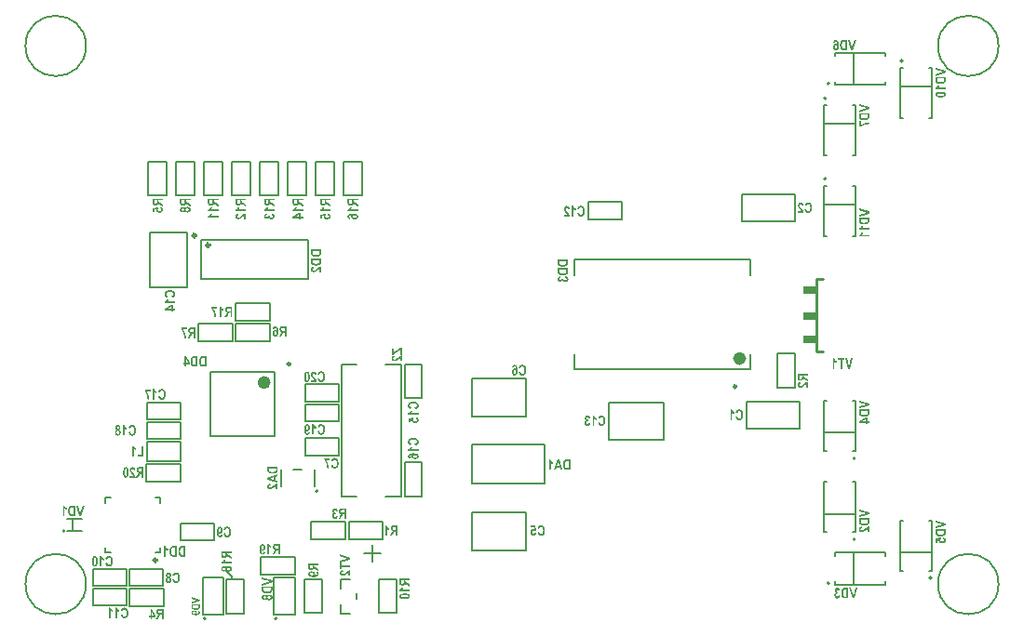
<source format=gbo>
G04 Layer_Color=32896*
%FSLAX43Y43*%
%MOMM*%
G71*
G01*
G75*
%ADD13C,0.200*%
%ADD14C,0.300*%
%ADD64C,0.150*%
%ADD65C,0.250*%
%ADD66C,0.254*%
%ADD113C,0.600*%
%ADD114C,0.203*%
%ADD115R,1.200X0.700*%
%ADD116R,1.200X0.679*%
G36*
X51288Y37942D02*
X51316Y37938D01*
X51342Y37932D01*
X51367Y37925D01*
X51390Y37915D01*
X51411Y37905D01*
X51430Y37894D01*
X51447Y37884D01*
X51463Y37873D01*
X51477Y37862D01*
X51488Y37852D01*
X51498Y37842D01*
X51505Y37835D01*
X51511Y37829D01*
X51514Y37825D01*
X51515Y37824D01*
X51535Y37797D01*
X51552Y37767D01*
X51566Y37738D01*
X51578Y37707D01*
X51590Y37674D01*
X51598Y37643D01*
X51605Y37612D01*
X51611Y37581D01*
X51615Y37553D01*
X51619Y37528D01*
X51622Y37504D01*
X51624Y37482D01*
Y37467D01*
X51625Y37454D01*
Y37446D01*
Y37444D01*
Y37443D01*
X51624Y37401D01*
X51621Y37361D01*
X51615Y37323D01*
X51608Y37288D01*
X51600Y37256D01*
X51591Y37226D01*
X51581Y37198D01*
X51570Y37174D01*
X51560Y37151D01*
X51550Y37131D01*
X51542Y37115D01*
X51533Y37102D01*
X51526Y37091D01*
X51521Y37082D01*
X51518Y37078D01*
X51516Y37076D01*
X51498Y37055D01*
X51478Y37038D01*
X51459Y37023D01*
X51438Y37009D01*
X51416Y36998D01*
X51397Y36988D01*
X51377Y36981D01*
X51357Y36974D01*
X51339Y36969D01*
X51322Y36965D01*
X51306Y36964D01*
X51294Y36961D01*
X51282D01*
X51275Y36959D01*
X51268D01*
X51246Y36961D01*
X51225Y36962D01*
X51185Y36971D01*
X51150Y36982D01*
X51134Y36989D01*
X51120Y36996D01*
X51108Y37003D01*
X51096Y37010D01*
X51086Y37016D01*
X51079Y37022D01*
X51072Y37026D01*
X51068Y37030D01*
X51065Y37031D01*
X51064Y37033D01*
X51048Y37048D01*
X51034Y37064D01*
X51010Y37100D01*
X50989Y37140D01*
X50972Y37178D01*
X50965Y37196D01*
X50960Y37213D01*
X50955Y37229D01*
X50951Y37241D01*
X50948Y37253D01*
X50946Y37261D01*
X50944Y37267D01*
Y37268D01*
X51098Y37327D01*
X51106Y37289D01*
X51118Y37258D01*
X51127Y37232D01*
X51139Y37210D01*
X51149Y37194D01*
X51157Y37182D01*
X51163Y37175D01*
X51164Y37172D01*
X51181Y37157D01*
X51199Y37144D01*
X51218Y37136D01*
X51235Y37130D01*
X51249Y37127D01*
X51261Y37126D01*
X51268Y37124D01*
X51271D01*
X51287Y37126D01*
X51301Y37127D01*
X51329Y37136D01*
X51352Y37148D01*
X51371Y37162D01*
X51388Y37175D01*
X51399Y37188D01*
X51407Y37196D01*
X51409Y37198D01*
Y37199D01*
X51418Y37215D01*
X51426Y37232D01*
X51433Y37251D01*
X51439Y37271D01*
X51449Y37313D01*
X51454Y37356D01*
X51457Y37375D01*
X51459Y37394D01*
X51460Y37411D01*
Y37425D01*
X51461Y37437D01*
Y37446D01*
Y37453D01*
Y37454D01*
Y37485D01*
X51459Y37515D01*
X51456Y37542D01*
X51453Y37566D01*
X51449Y37588D01*
X51445Y37609D01*
X51440Y37628D01*
X51435Y37643D01*
X51429Y37657D01*
X51425Y37670D01*
X51421Y37680D01*
X51416Y37688D01*
X51412Y37694D01*
X51411Y37700D01*
X51408Y37701D01*
Y37702D01*
X51397Y37716D01*
X51385Y37728D01*
X51374Y37738D01*
X51363Y37746D01*
X51339Y37760D01*
X51316Y37769D01*
X51297Y37774D01*
X51281Y37777D01*
X51275Y37779D01*
X51267D01*
X51244Y37777D01*
X51225Y37771D01*
X51208Y37766D01*
X51192Y37757D01*
X51180Y37750D01*
X51170Y37743D01*
X51164Y37738D01*
X51163Y37736D01*
X51147Y37719D01*
X51134Y37701D01*
X51123Y37681D01*
X51115Y37662D01*
X51109Y37645D01*
X51105Y37631D01*
X51103Y37625D01*
Y37621D01*
X51102Y37619D01*
Y37618D01*
X50946Y37663D01*
X50951Y37685D01*
X50958Y37707D01*
X50965Y37726D01*
X50972Y37746D01*
X50981Y37763D01*
X50988Y37779D01*
X50996Y37791D01*
X51003Y37804D01*
X51010Y37815D01*
X51017Y37825D01*
X51023Y37834D01*
X51029Y37841D01*
X51033Y37845D01*
X51036Y37849D01*
X51037Y37852D01*
X51039D01*
X51055Y37867D01*
X51074Y37881D01*
X51092Y37894D01*
X51110Y37905D01*
X51129Y37914D01*
X51147Y37921D01*
X51182Y37932D01*
X51198Y37936D01*
X51212Y37939D01*
X51225Y37941D01*
X51236Y37942D01*
X51246Y37943D01*
X51258D01*
X51288Y37942D01*
D02*
G37*
G36*
X27650Y33654D02*
X27649Y33620D01*
X27646Y33589D01*
X27642Y33562D01*
X27636Y33540D01*
X27632Y33521D01*
X27627Y33509D01*
X27625Y33500D01*
X27623Y33497D01*
X27612Y33475D01*
X27599Y33455D01*
X27587Y33438D01*
X27574Y33423D01*
X27563Y33411D01*
X27553Y33402D01*
X27547Y33396D01*
X27544Y33395D01*
X27523Y33379D01*
X27499Y33365D01*
X27475Y33352D01*
X27451Y33342D01*
X27431Y33334D01*
X27415Y33328D01*
X27408Y33326D01*
X27403Y33324D01*
X27400Y33323D01*
X27399D01*
X27364Y33313D01*
X27327Y33306D01*
X27291Y33302D01*
X27257Y33297D01*
X27241D01*
X27227Y33296D01*
X27214D01*
X27205Y33294D01*
X27183D01*
X27134Y33296D01*
X27090Y33299D01*
X27069Y33300D01*
X27051Y33303D01*
X27034Y33306D01*
X27018Y33307D01*
X27004Y33310D01*
X26992Y33313D01*
X26980Y33316D01*
X26972Y33317D01*
X26965Y33318D01*
X26959Y33320D01*
X26956Y33321D01*
X26955D01*
X26921Y33333D01*
X26892Y33344D01*
X26866Y33357D01*
X26845Y33369D01*
X26827Y33379D01*
X26814Y33388D01*
X26807Y33393D01*
X26804Y33396D01*
X26784Y33414D01*
X26768Y33431D01*
X26753Y33450D01*
X26742Y33465D01*
X26734Y33479D01*
X26727Y33489D01*
X26724Y33496D01*
X26722Y33499D01*
X26714Y33521D01*
X26708Y33548D01*
X26703Y33575D01*
X26700Y33602D01*
X26698Y33626D01*
Y33636D01*
X26697Y33644D01*
Y33653D01*
Y33658D01*
Y33661D01*
Y33662D01*
Y33950D01*
X27650D01*
Y33654D01*
D02*
G37*
G36*
Y32866D02*
X27649Y32832D01*
X27646Y32801D01*
X27642Y32774D01*
X27636Y32752D01*
X27632Y32733D01*
X27627Y32721D01*
X27625Y32712D01*
X27623Y32709D01*
X27612Y32687D01*
X27599Y32667D01*
X27587Y32650D01*
X27574Y32635D01*
X27563Y32623D01*
X27553Y32614D01*
X27547Y32608D01*
X27544Y32607D01*
X27523Y32591D01*
X27499Y32577D01*
X27475Y32564D01*
X27451Y32554D01*
X27431Y32546D01*
X27415Y32540D01*
X27408Y32537D01*
X27403Y32536D01*
X27400Y32535D01*
X27399D01*
X27364Y32525D01*
X27327Y32518D01*
X27291Y32514D01*
X27257Y32509D01*
X27241D01*
X27227Y32508D01*
X27214D01*
X27205Y32506D01*
X27183D01*
X27134Y32508D01*
X27090Y32511D01*
X27069Y32512D01*
X27051Y32515D01*
X27034Y32518D01*
X27018Y32519D01*
X27004Y32522D01*
X26992Y32525D01*
X26980Y32528D01*
X26972Y32529D01*
X26965Y32530D01*
X26959Y32532D01*
X26956Y32533D01*
X26955D01*
X26921Y32545D01*
X26892Y32556D01*
X26866Y32569D01*
X26845Y32581D01*
X26827Y32591D01*
X26814Y32600D01*
X26807Y32605D01*
X26804Y32608D01*
X26784Y32626D01*
X26768Y32643D01*
X26753Y32662D01*
X26742Y32677D01*
X26734Y32691D01*
X26727Y32701D01*
X26724Y32708D01*
X26722Y32711D01*
X26714Y32733D01*
X26708Y32760D01*
X26703Y32787D01*
X26700Y32814D01*
X26698Y32838D01*
Y32848D01*
X26697Y32856D01*
Y32865D01*
Y32870D01*
Y32873D01*
Y32874D01*
Y33162D01*
X27650D01*
Y32866D01*
D02*
G37*
G36*
X9067Y1325D02*
X9081Y1297D01*
X9096Y1271D01*
X9112Y1250D01*
X9126Y1232D01*
X9137Y1218D01*
X9146Y1209D01*
X9147Y1208D01*
X9148Y1206D01*
X9174Y1184D01*
X9198Y1165D01*
X9219Y1150D01*
X9239Y1137D01*
X9256Y1129D01*
X9267Y1122D01*
X9275Y1119D01*
X9277Y1118D01*
X9278D01*
Y951D01*
X9239Y970D01*
X9201Y991D01*
X9168Y1015D01*
X9140Y1037D01*
X9127Y1047D01*
X9116Y1057D01*
X9106Y1067D01*
X9099Y1074D01*
X9092Y1081D01*
X9088Y1085D01*
X9085Y1088D01*
X9084Y1089D01*
Y400D01*
X8933D01*
Y1356D01*
X9055D01*
X9067Y1325D01*
D02*
G37*
G36*
X27650Y31900D02*
X27481D01*
Y32199D01*
X27463Y32189D01*
X27447Y32179D01*
X27441Y32175D01*
X27436Y32171D01*
X27433Y32170D01*
X27431Y32168D01*
X27419Y32158D01*
X27403Y32146D01*
X27386Y32130D01*
X27368Y32115D01*
X27351Y32100D01*
X27337Y32088D01*
X27331Y32084D01*
X27327Y32079D01*
X27326Y32078D01*
X27324Y32077D01*
X27293Y32050D01*
X27265Y32027D01*
X27241Y32007D01*
X27220Y31992D01*
X27205Y31981D01*
X27192Y31972D01*
X27185Y31968D01*
X27182Y31967D01*
X27161Y31955D01*
X27141Y31944D01*
X27123Y31936D01*
X27106Y31928D01*
X27092Y31924D01*
X27082Y31920D01*
X27075Y31917D01*
X27072D01*
X27051Y31912D01*
X27031Y31907D01*
X27011Y31905D01*
X26994Y31902D01*
X26979D01*
X26968Y31900D01*
X26938D01*
X26920Y31903D01*
X26886Y31910D01*
X26855Y31920D01*
X26828Y31931D01*
X26806Y31944D01*
X26796Y31950D01*
X26789Y31954D01*
X26783Y31958D01*
X26779Y31961D01*
X26776Y31962D01*
X26775Y31964D01*
X26760Y31976D01*
X26748Y31989D01*
X26738Y32003D01*
X26728Y32019D01*
X26720Y32034D01*
X26714Y32050D01*
X26704Y32079D01*
X26698Y32108D01*
X26697Y32119D01*
X26696Y32130D01*
X26694Y32139D01*
Y32144D01*
Y32148D01*
Y32150D01*
X26696Y32170D01*
X26697Y32189D01*
X26706Y32225D01*
X26715Y32256D01*
X26728Y32281D01*
X26741Y32302D01*
X26748Y32309D01*
X26752Y32316D01*
X26756Y32322D01*
X26760Y32326D01*
X26762Y32327D01*
X26763Y32329D01*
X26777Y32342D01*
X26792Y32351D01*
X26825Y32370D01*
X26861Y32384D01*
X26894Y32394D01*
X26911Y32398D01*
X26927Y32402D01*
X26941Y32404D01*
X26952Y32406D01*
X26962Y32408D01*
X26969D01*
X26975Y32409D01*
X26976D01*
X26996Y32260D01*
X26969Y32257D01*
X26947Y32253D01*
X26927Y32247D01*
X26910Y32240D01*
X26894Y32232D01*
X26883Y32223D01*
X26873Y32213D01*
X26865Y32203D01*
X26859Y32194D01*
X26855Y32185D01*
X26849Y32168D01*
X26848Y32162D01*
X26846Y32157D01*
Y32154D01*
Y32153D01*
X26848Y32137D01*
X26852Y32122D01*
X26856Y32109D01*
X26862Y32099D01*
X26869Y32091D01*
X26873Y32085D01*
X26877Y32081D01*
X26879Y32079D01*
X26892Y32069D01*
X26907Y32062D01*
X26923Y32058D01*
X26938Y32054D01*
X26952Y32053D01*
X26963Y32051D01*
X26973D01*
X26994Y32053D01*
X27016Y32057D01*
X27035Y32062D01*
X27052Y32068D01*
X27068Y32074D01*
X27079Y32079D01*
X27086Y32084D01*
X27089Y32085D01*
X27097Y32091D01*
X27107Y32098D01*
X27130Y32115D01*
X27154Y32134D01*
X27179Y32155D01*
X27203Y32175D01*
X27214Y32184D01*
X27223Y32192D01*
X27230Y32198D01*
X27236Y32203D01*
X27240Y32206D01*
X27241Y32208D01*
X27267Y32230D01*
X27292Y32250D01*
X27315Y32270D01*
X27336Y32287D01*
X27357Y32302D01*
X27375Y32315D01*
X27392Y32327D01*
X27408Y32337D01*
X27422Y32347D01*
X27433Y32356D01*
X27444Y32361D01*
X27453Y32367D01*
X27460Y32371D01*
X27464Y32373D01*
X27467Y32375D01*
X27468D01*
X27501Y32389D01*
X27533Y32401D01*
X27564Y32411D01*
X27591Y32416D01*
X27615Y32420D01*
X27625Y32423D01*
X27633Y32425D01*
X27640D01*
X27646Y32426D01*
X27650D01*
Y31900D01*
D02*
G37*
G36*
X29900Y9450D02*
X29742D01*
Y9848D01*
X29691D01*
X29676Y9846D01*
X29662Y9845D01*
X29650Y9842D01*
X29642Y9840D01*
X29636Y9838D01*
X29634Y9836D01*
X29632D01*
X29622Y9832D01*
X29614Y9825D01*
X29600Y9812D01*
X29594Y9807D01*
X29590Y9801D01*
X29587Y9798D01*
X29586Y9797D01*
X29581Y9791D01*
X29576Y9783D01*
X29569Y9774D01*
X29563Y9764D01*
X29549Y9740D01*
X29535Y9716D01*
X29522Y9694D01*
X29517Y9684D01*
X29511Y9676D01*
X29507Y9668D01*
X29504Y9663D01*
X29501Y9659D01*
Y9657D01*
X29388Y9450D01*
X29198D01*
X29294Y9635D01*
X29304Y9654D01*
X29314Y9674D01*
X29323Y9691D01*
X29332Y9707D01*
X29340Y9721D01*
X29347Y9733D01*
X29360Y9754D01*
X29370Y9770D01*
X29378Y9781D01*
X29383Y9788D01*
X29384Y9790D01*
X29397Y9805D01*
X29411Y9821D01*
X29425Y9835D01*
X29438Y9846D01*
X29449Y9856D01*
X29459Y9863D01*
X29464Y9869D01*
X29467Y9870D01*
X29432Y9879D01*
X29402Y9890D01*
X29376Y9904D01*
X29354Y9919D01*
X29338Y9932D01*
X29325Y9943D01*
X29318Y9952D01*
X29315Y9953D01*
Y9955D01*
X29297Y9983D01*
X29283Y10012D01*
X29273Y10042D01*
X29267Y10070D01*
X29263Y10096D01*
X29261Y10107D01*
Y10117D01*
X29260Y10124D01*
Y10131D01*
Y10134D01*
Y10135D01*
X29261Y10168D01*
X29266Y10196D01*
X29271Y10223D01*
X29277Y10245D01*
X29284Y10262D01*
X29290Y10276D01*
X29294Y10285D01*
X29295Y10287D01*
X29309Y10310D01*
X29325Y10328D01*
X29339Y10344D01*
X29353Y10355D01*
X29366Y10365D01*
X29376Y10372D01*
X29383Y10375D01*
X29385Y10376D01*
X29397Y10380D01*
X29409Y10385D01*
X29438Y10392D01*
X29467Y10396D01*
X29497Y10400D01*
X29524Y10402D01*
X29536D01*
X29546Y10403D01*
X29900D01*
Y9450D01*
D02*
G37*
G36*
X26393Y18054D02*
X26411Y18052D01*
X26428Y18047D01*
X26445Y18042D01*
X26476Y18028D01*
X26501Y18012D01*
X26523Y17997D01*
X26531Y17988D01*
X26538Y17982D01*
X26544Y17977D01*
X26548Y17973D01*
X26549Y17970D01*
X26551Y17968D01*
X26564Y17951D01*
X26575Y17933D01*
X26585Y17915D01*
X26592Y17895D01*
X26606Y17856D01*
X26614Y17819D01*
X26617Y17801D01*
X26618Y17785D01*
X26620Y17770D01*
X26621Y17758D01*
X26623Y17747D01*
Y17740D01*
Y17734D01*
Y17733D01*
X26621Y17708D01*
X26620Y17682D01*
X26617Y17660D01*
X26611Y17639D01*
X26607Y17619D01*
X26602Y17599D01*
X26595Y17582D01*
X26589Y17568D01*
X26582Y17554D01*
X26576Y17541D01*
X26571Y17531D01*
X26565Y17523D01*
X26561Y17516D01*
X26558Y17512D01*
X26556Y17509D01*
X26555Y17507D01*
X26542Y17492D01*
X26528Y17479D01*
X26514Y17468D01*
X26501Y17458D01*
X26487Y17451D01*
X26475Y17444D01*
X26451Y17434D01*
X26428Y17427D01*
X26420Y17426D01*
X26413Y17424D01*
X26406Y17423D01*
X26397D01*
X26382Y17424D01*
X26366Y17426D01*
X26353Y17428D01*
X26341Y17433D01*
X26332Y17437D01*
X26324Y17440D01*
X26320Y17441D01*
X26318Y17443D01*
X26306Y17451D01*
X26293Y17461D01*
X26283Y17469D01*
X26273Y17479D01*
X26266Y17488D01*
X26259Y17495D01*
X26256Y17500D01*
X26255Y17502D01*
X26256Y17474D01*
X26259Y17447D01*
X26262Y17423D01*
X26266Y17400D01*
X26269Y17381D01*
X26273Y17364D01*
X26276Y17348D01*
X26280Y17334D01*
X26283Y17323D01*
X26286Y17313D01*
X26289Y17304D01*
X26291Y17299D01*
X26294Y17293D01*
X26296Y17290D01*
X26297Y17287D01*
X26310Y17271D01*
X26322Y17258D01*
X26337Y17248D01*
X26349Y17242D01*
X26361Y17238D01*
X26369Y17237D01*
X26375Y17235D01*
X26377D01*
X26390Y17237D01*
X26403Y17240D01*
X26413Y17245D01*
X26423Y17252D01*
X26437Y17269D01*
X26448Y17289D01*
X26455Y17307D01*
X26459Y17324D01*
X26461Y17331D01*
X26462Y17337D01*
Y17340D01*
Y17341D01*
X26607Y17321D01*
X26604Y17299D01*
X26600Y17279D01*
X26595Y17259D01*
X26589Y17242D01*
X26583Y17225D01*
X26578Y17211D01*
X26571Y17199D01*
X26565Y17186D01*
X26559Y17176D01*
X26554Y17168D01*
X26544Y17154D01*
X26537Y17145D01*
X26534Y17142D01*
X26511Y17123D01*
X26486Y17108D01*
X26462Y17099D01*
X26439Y17092D01*
X26418Y17087D01*
X26401Y17086D01*
X26396Y17084D01*
X26387D01*
X26363Y17086D01*
X26342Y17090D01*
X26321Y17096D01*
X26301Y17103D01*
X26266Y17121D01*
X26251Y17131D01*
X26236Y17142D01*
X26224Y17152D01*
X26212Y17162D01*
X26203Y17172D01*
X26194Y17180D01*
X26189Y17189D01*
X26184Y17194D01*
X26181Y17197D01*
X26180Y17199D01*
X26166Y17221D01*
X26153Y17248D01*
X26143Y17276D01*
X26134Y17306D01*
X26125Y17337D01*
X26119Y17368D01*
X26110Y17430D01*
X26107Y17459D01*
X26104Y17486D01*
X26103Y17510D01*
X26101Y17533D01*
X26100Y17550D01*
Y17564D01*
Y17572D01*
Y17574D01*
Y17575D01*
X26101Y17622D01*
X26103Y17665D01*
X26107Y17705D01*
X26112Y17741D01*
X26118Y17775D01*
X26124Y17805D01*
X26131Y17833D01*
X26138Y17857D01*
X26146Y17878D01*
X26153Y17895D01*
X26159Y17911D01*
X26165Y17923D01*
X26170Y17933D01*
X26174Y17939D01*
X26176Y17943D01*
X26177Y17944D01*
X26193Y17964D01*
X26208Y17981D01*
X26224Y17997D01*
X26241Y18009D01*
X26258Y18019D01*
X26273Y18029D01*
X26289Y18036D01*
X26304Y18042D01*
X26331Y18050D01*
X26344Y18053D01*
X26353Y18054D01*
X26362Y18056D01*
X26373D01*
X26393Y18054D01*
D02*
G37*
G36*
X33595Y8825D02*
X33609Y8797D01*
X33624Y8771D01*
X33640Y8750D01*
X33654Y8732D01*
X33665Y8718D01*
X33674Y8709D01*
X33675Y8708D01*
X33677Y8706D01*
X33702Y8684D01*
X33726Y8665D01*
X33747Y8650D01*
X33767Y8637D01*
X33784Y8629D01*
X33795Y8622D01*
X33804Y8619D01*
X33805Y8618D01*
X33806D01*
Y8451D01*
X33767Y8470D01*
X33729Y8491D01*
X33696Y8515D01*
X33668Y8537D01*
X33655Y8547D01*
X33644Y8557D01*
X33634Y8567D01*
X33627Y8574D01*
X33620Y8581D01*
X33616Y8585D01*
X33613Y8588D01*
X33612Y8589D01*
Y7900D01*
X33461D01*
Y8856D01*
X33584D01*
X33595Y8825D01*
D02*
G37*
G36*
X26967Y18025D02*
X26981Y17997D01*
X26996Y17971D01*
X27012Y17950D01*
X27026Y17932D01*
X27037Y17918D01*
X27046Y17909D01*
X27047Y17908D01*
X27048Y17906D01*
X27074Y17884D01*
X27098Y17865D01*
X27119Y17850D01*
X27139Y17837D01*
X27156Y17829D01*
X27167Y17822D01*
X27175Y17819D01*
X27177Y17818D01*
X27178D01*
Y17651D01*
X27139Y17670D01*
X27101Y17691D01*
X27068Y17715D01*
X27040Y17737D01*
X27027Y17747D01*
X27016Y17757D01*
X27006Y17767D01*
X26999Y17774D01*
X26992Y17781D01*
X26988Y17785D01*
X26985Y17788D01*
X26984Y17789D01*
Y17100D01*
X26833D01*
Y18056D01*
X26955D01*
X26967Y18025D01*
D02*
G37*
G36*
X34600Y7900D02*
X34442D01*
Y8298D01*
X34391D01*
X34376Y8296D01*
X34362Y8295D01*
X34350Y8292D01*
X34342Y8290D01*
X34336Y8288D01*
X34334Y8286D01*
X34332D01*
X34322Y8282D01*
X34314Y8275D01*
X34300Y8262D01*
X34294Y8257D01*
X34290Y8251D01*
X34287Y8248D01*
X34286Y8247D01*
X34281Y8241D01*
X34276Y8233D01*
X34269Y8224D01*
X34263Y8214D01*
X34249Y8190D01*
X34235Y8166D01*
X34222Y8144D01*
X34217Y8134D01*
X34211Y8126D01*
X34207Y8118D01*
X34204Y8113D01*
X34201Y8109D01*
Y8107D01*
X34088Y7900D01*
X33898D01*
X33994Y8085D01*
X34004Y8104D01*
X34014Y8124D01*
X34023Y8141D01*
X34032Y8157D01*
X34040Y8171D01*
X34047Y8183D01*
X34060Y8204D01*
X34070Y8220D01*
X34078Y8231D01*
X34083Y8238D01*
X34084Y8240D01*
X34097Y8255D01*
X34111Y8271D01*
X34125Y8285D01*
X34138Y8296D01*
X34149Y8306D01*
X34159Y8313D01*
X34164Y8319D01*
X34167Y8320D01*
X34132Y8329D01*
X34102Y8340D01*
X34076Y8354D01*
X34054Y8369D01*
X34038Y8382D01*
X34025Y8393D01*
X34018Y8402D01*
X34015Y8403D01*
Y8405D01*
X33997Y8433D01*
X33983Y8462D01*
X33973Y8492D01*
X33967Y8520D01*
X33963Y8546D01*
X33961Y8557D01*
Y8567D01*
X33960Y8574D01*
Y8581D01*
Y8584D01*
Y8585D01*
X33961Y8618D01*
X33966Y8646D01*
X33971Y8673D01*
X33977Y8695D01*
X33984Y8712D01*
X33990Y8726D01*
X33994Y8735D01*
X33995Y8737D01*
X34009Y8760D01*
X34025Y8778D01*
X34039Y8794D01*
X34053Y8805D01*
X34066Y8815D01*
X34076Y8822D01*
X34083Y8825D01*
X34085Y8826D01*
X34097Y8830D01*
X34109Y8835D01*
X34138Y8842D01*
X34167Y8846D01*
X34197Y8850D01*
X34224Y8852D01*
X34236D01*
X34246Y8853D01*
X34600D01*
Y7900D01*
D02*
G37*
G36*
X8459Y1325D02*
X8473Y1297D01*
X8489Y1271D01*
X8504Y1250D01*
X8518Y1232D01*
X8530Y1218D01*
X8538Y1209D01*
X8539Y1208D01*
X8541Y1206D01*
X8566Y1184D01*
X8590Y1165D01*
X8611Y1150D01*
X8631Y1137D01*
X8648Y1129D01*
X8659Y1122D01*
X8668Y1119D01*
X8669Y1118D01*
X8671D01*
Y951D01*
X8631Y970D01*
X8593Y991D01*
X8561Y1015D01*
X8532Y1037D01*
X8520Y1047D01*
X8508Y1057D01*
X8499Y1067D01*
X8492Y1074D01*
X8484Y1081D01*
X8480Y1085D01*
X8477Y1088D01*
X8476Y1089D01*
Y400D01*
X8325D01*
Y1356D01*
X8448D01*
X8459Y1325D01*
D02*
G37*
G36*
X52467Y18825D02*
X52481Y18797D01*
X52496Y18771D01*
X52512Y18750D01*
X52526Y18732D01*
X52537Y18718D01*
X52546Y18709D01*
X52547Y18708D01*
X52548Y18706D01*
X52574Y18684D01*
X52598Y18665D01*
X52619Y18650D01*
X52639Y18637D01*
X52656Y18629D01*
X52667Y18622D01*
X52675Y18619D01*
X52677Y18618D01*
X52678D01*
Y18451D01*
X52639Y18470D01*
X52601Y18491D01*
X52568Y18515D01*
X52540Y18537D01*
X52527Y18547D01*
X52516Y18557D01*
X52506Y18567D01*
X52499Y18574D01*
X52492Y18581D01*
X52488Y18585D01*
X52485Y18588D01*
X52484Y18589D01*
Y17900D01*
X52333D01*
Y18856D01*
X52455D01*
X52467Y18825D01*
D02*
G37*
G36*
X51897Y18853D02*
X51928Y18846D01*
X51956Y18836D01*
X51979Y18826D01*
X51997Y18815D01*
X52011Y18805D01*
X52020Y18798D01*
X52021Y18797D01*
X52023Y18795D01*
X52034Y18784D01*
X52044Y18770D01*
X52062Y18740D01*
X52076Y18709D01*
X52087Y18678D01*
X52096Y18650D01*
X52099Y18639D01*
X52102Y18627D01*
X52103Y18619D01*
X52104Y18612D01*
X52106Y18608D01*
Y18606D01*
X51968Y18578D01*
X51965Y18601D01*
X51961Y18619D01*
X51955Y18636D01*
X51949Y18649D01*
X51944Y18658D01*
X51939Y18667D01*
X51937Y18671D01*
X51935Y18673D01*
X51924Y18684D01*
X51913Y18691D01*
X51901Y18696D01*
X51892Y18701D01*
X51883Y18704D01*
X51875Y18705D01*
X51869D01*
X51855Y18704D01*
X51842Y18701D01*
X51831Y18696D01*
X51822Y18691D01*
X51815Y18685D01*
X51810Y18681D01*
X51807Y18678D01*
X51806Y18677D01*
X51797Y18665D01*
X51791Y18653D01*
X51786Y18640D01*
X51783Y18629D01*
X51782Y18618D01*
X51780Y18609D01*
Y18603D01*
Y18601D01*
X51782Y18579D01*
X51786Y18561D01*
X51791Y18546D01*
X51797Y18533D01*
X51803Y18523D01*
X51808Y18515D01*
X51813Y18510D01*
X51814Y18509D01*
X51828Y18499D01*
X51842Y18491D01*
X51858Y18486D01*
X51873Y18482D01*
X51886Y18481D01*
X51897Y18479D01*
X51907D01*
X51923Y18330D01*
X51908Y18334D01*
X51896Y18338D01*
X51883Y18341D01*
X51873Y18343D01*
X51866Y18344D01*
X51855D01*
X51839Y18343D01*
X51825Y18338D01*
X51813Y18331D01*
X51801Y18324D01*
X51793Y18316D01*
X51786Y18310D01*
X51782Y18305D01*
X51780Y18303D01*
X51770Y18288D01*
X51762Y18269D01*
X51756Y18251D01*
X51753Y18234D01*
X51751Y18219D01*
X51749Y18206D01*
Y18197D01*
Y18196D01*
Y18195D01*
X51751Y18168D01*
X51755Y18145D01*
X51759Y18124D01*
X51765Y18109D01*
X51772Y18095D01*
X51776Y18086D01*
X51780Y18079D01*
X51782Y18078D01*
X51794Y18064D01*
X51807Y18054D01*
X51821Y18047D01*
X51834Y18042D01*
X51844Y18040D01*
X51852Y18037D01*
X51861D01*
X51876Y18038D01*
X51890Y18042D01*
X51903Y18048D01*
X51913Y18055D01*
X51921Y18061D01*
X51928Y18066D01*
X51932Y18071D01*
X51934Y18072D01*
X51944Y18086D01*
X51952Y18103D01*
X51959Y18120D01*
X51963Y18137D01*
X51968Y18152D01*
X51969Y18164D01*
X51970Y18172D01*
Y18173D01*
Y18175D01*
X52116Y18154D01*
X52109Y18109D01*
X52099Y18071D01*
X52092Y18052D01*
X52085Y18037D01*
X52078Y18021D01*
X52071Y18009D01*
X52064Y17996D01*
X52056Y17986D01*
X52051Y17978D01*
X52045Y17969D01*
X52041Y17963D01*
X52037Y17959D01*
X52035Y17958D01*
X52034Y17956D01*
X52020Y17944D01*
X52006Y17932D01*
X51992Y17923D01*
X51976Y17916D01*
X51947Y17901D01*
X51920Y17893D01*
X51896Y17889D01*
X51884Y17887D01*
X51876Y17886D01*
X51869Y17884D01*
X51859D01*
X51839Y17886D01*
X51821Y17889D01*
X51803Y17893D01*
X51784Y17897D01*
X51753Y17911D01*
X51727Y17927D01*
X51704Y17942D01*
X51696Y17949D01*
X51689Y17956D01*
X51683Y17961D01*
X51677Y17965D01*
X51676Y17968D01*
X51674Y17969D01*
X51660Y17986D01*
X51648Y18003D01*
X51638Y18021D01*
X51629Y18040D01*
X51615Y18075D01*
X51605Y18109D01*
X51603Y18126D01*
X51600Y18140D01*
X51598Y18152D01*
X51597Y18164D01*
X51595Y18172D01*
Y18179D01*
Y18183D01*
Y18185D01*
X51597Y18217D01*
X51603Y18247D01*
X51608Y18272D01*
X51617Y18293D01*
X51624Y18310D01*
X51631Y18323D01*
X51636Y18331D01*
X51638Y18334D01*
X51655Y18355D01*
X51672Y18372D01*
X51689Y18385D01*
X51705Y18396D01*
X51721Y18403D01*
X51732Y18407D01*
X51741Y18410D01*
X51742Y18412D01*
X51744D01*
X51724Y18426D01*
X51707Y18441D01*
X51691Y18457D01*
X51680Y18470D01*
X51670Y18482D01*
X51665Y18491D01*
X51660Y18496D01*
X51659Y18499D01*
X51649Y18519D01*
X51642Y18539D01*
X51636Y18557D01*
X51634Y18575D01*
X51631Y18589D01*
X51629Y18602D01*
Y18609D01*
Y18612D01*
Y18629D01*
X51632Y18646D01*
X51639Y18677D01*
X51649Y18705D01*
X51660Y18730D01*
X51673Y18751D01*
X51679Y18760D01*
X51683Y18767D01*
X51687Y18773D01*
X51690Y18777D01*
X51691Y18778D01*
X51693Y18780D01*
X51705Y18794D01*
X51718Y18805D01*
X51732Y18815D01*
X51746Y18823D01*
X51775Y18837D01*
X51801Y18846D01*
X51827Y18852D01*
X51837Y18853D01*
X51845Y18854D01*
X51853Y18856D01*
X51880D01*
X51897Y18853D01*
D02*
G37*
G36*
X53163Y18867D02*
X53191Y18863D01*
X53217Y18857D01*
X53242Y18850D01*
X53265Y18840D01*
X53286Y18830D01*
X53305Y18819D01*
X53322Y18809D01*
X53338Y18798D01*
X53352Y18787D01*
X53363Y18777D01*
X53373Y18767D01*
X53380Y18760D01*
X53386Y18754D01*
X53389Y18750D01*
X53390Y18749D01*
X53410Y18722D01*
X53427Y18692D01*
X53441Y18663D01*
X53453Y18632D01*
X53465Y18599D01*
X53473Y18568D01*
X53480Y18537D01*
X53486Y18506D01*
X53490Y18478D01*
X53494Y18453D01*
X53497Y18429D01*
X53499Y18407D01*
Y18392D01*
X53500Y18379D01*
Y18371D01*
Y18369D01*
Y18368D01*
X53499Y18326D01*
X53496Y18286D01*
X53490Y18248D01*
X53483Y18213D01*
X53475Y18181D01*
X53466Y18151D01*
X53456Y18123D01*
X53445Y18099D01*
X53435Y18076D01*
X53425Y18056D01*
X53417Y18040D01*
X53408Y18027D01*
X53401Y18016D01*
X53396Y18007D01*
X53393Y18003D01*
X53391Y18001D01*
X53373Y17980D01*
X53353Y17963D01*
X53334Y17948D01*
X53313Y17934D01*
X53291Y17923D01*
X53272Y17913D01*
X53252Y17906D01*
X53232Y17899D01*
X53214Y17894D01*
X53197Y17890D01*
X53181Y17889D01*
X53169Y17886D01*
X53157D01*
X53150Y17884D01*
X53143D01*
X53121Y17886D01*
X53100Y17887D01*
X53060Y17896D01*
X53025Y17907D01*
X53009Y17914D01*
X52995Y17921D01*
X52983Y17928D01*
X52971Y17935D01*
X52961Y17941D01*
X52954Y17947D01*
X52947Y17951D01*
X52943Y17955D01*
X52940Y17956D01*
X52939Y17958D01*
X52923Y17973D01*
X52909Y17989D01*
X52885Y18025D01*
X52864Y18065D01*
X52847Y18103D01*
X52840Y18121D01*
X52835Y18138D01*
X52830Y18154D01*
X52826Y18166D01*
X52823Y18178D01*
X52821Y18186D01*
X52819Y18192D01*
Y18193D01*
X52973Y18252D01*
X52981Y18214D01*
X52993Y18183D01*
X53002Y18157D01*
X53014Y18135D01*
X53024Y18118D01*
X53032Y18107D01*
X53038Y18100D01*
X53039Y18097D01*
X53056Y18082D01*
X53074Y18069D01*
X53093Y18061D01*
X53110Y18055D01*
X53124Y18052D01*
X53136Y18051D01*
X53143Y18049D01*
X53146D01*
X53162Y18051D01*
X53176Y18052D01*
X53204Y18061D01*
X53227Y18073D01*
X53246Y18087D01*
X53263Y18100D01*
X53274Y18113D01*
X53282Y18121D01*
X53284Y18123D01*
Y18124D01*
X53293Y18140D01*
X53301Y18157D01*
X53308Y18176D01*
X53314Y18196D01*
X53324Y18238D01*
X53329Y18281D01*
X53332Y18300D01*
X53334Y18319D01*
X53335Y18336D01*
Y18350D01*
X53336Y18362D01*
Y18371D01*
Y18378D01*
Y18379D01*
Y18410D01*
X53334Y18440D01*
X53331Y18467D01*
X53328Y18491D01*
X53324Y18513D01*
X53320Y18534D01*
X53315Y18553D01*
X53310Y18568D01*
X53304Y18582D01*
X53300Y18595D01*
X53296Y18605D01*
X53291Y18613D01*
X53287Y18619D01*
X53286Y18625D01*
X53283Y18626D01*
Y18627D01*
X53272Y18642D01*
X53260Y18653D01*
X53249Y18663D01*
X53238Y18671D01*
X53214Y18685D01*
X53191Y18694D01*
X53172Y18699D01*
X53156Y18702D01*
X53150Y18704D01*
X53142D01*
X53119Y18702D01*
X53100Y18696D01*
X53083Y18691D01*
X53067Y18682D01*
X53055Y18675D01*
X53045Y18668D01*
X53039Y18663D01*
X53038Y18661D01*
X53022Y18644D01*
X53009Y18626D01*
X52998Y18606D01*
X52990Y18587D01*
X52984Y18570D01*
X52980Y18556D01*
X52978Y18550D01*
Y18546D01*
X52977Y18544D01*
Y18543D01*
X52821Y18588D01*
X52826Y18610D01*
X52833Y18632D01*
X52840Y18651D01*
X52847Y18671D01*
X52856Y18688D01*
X52863Y18704D01*
X52871Y18716D01*
X52878Y18729D01*
X52885Y18740D01*
X52892Y18750D01*
X52898Y18759D01*
X52904Y18766D01*
X52908Y18770D01*
X52911Y18774D01*
X52912Y18777D01*
X52914D01*
X52930Y18792D01*
X52949Y18806D01*
X52967Y18819D01*
X52985Y18830D01*
X53004Y18839D01*
X53022Y18846D01*
X53057Y18857D01*
X53073Y18861D01*
X53087Y18864D01*
X53100Y18866D01*
X53111Y18867D01*
X53121Y18868D01*
X53133D01*
X53163Y18867D01*
D02*
G37*
G36*
X28443Y14796D02*
X28103D01*
X28141Y14734D01*
X28173Y14669D01*
X28203Y14609D01*
X28216Y14579D01*
X28227Y14552D01*
X28237Y14525D01*
X28247Y14503D01*
X28254Y14482D01*
X28261Y14463D01*
X28265Y14449D01*
X28269Y14438D01*
X28271Y14432D01*
X28272Y14430D01*
X28293Y14355D01*
X28309Y14282D01*
X28314Y14246D01*
X28320Y14212D01*
X28324Y14181D01*
X28328Y14152D01*
X28331Y14125D01*
X28334Y14100D01*
X28335Y14079D01*
X28337Y14060D01*
Y14045D01*
X28338Y14033D01*
Y14028D01*
Y14025D01*
X28195D01*
X28193Y14074D01*
X28189Y14125D01*
X28183Y14174D01*
X28180Y14197D01*
X28176Y14220D01*
X28173Y14239D01*
X28171Y14258D01*
X28168Y14275D01*
X28165Y14289D01*
X28162Y14300D01*
X28161Y14308D01*
X28159Y14314D01*
Y14315D01*
X28145Y14375D01*
X28128Y14430D01*
X28120Y14456D01*
X28113Y14482D01*
X28104Y14504D01*
X28096Y14525D01*
X28089Y14545D01*
X28082Y14564D01*
X28075Y14579D01*
X28070Y14592D01*
X28065Y14602D01*
X28062Y14610D01*
X28059Y14614D01*
Y14616D01*
X28046Y14641D01*
X28035Y14665D01*
X28023Y14688D01*
X28011Y14709D01*
X28000Y14727D01*
X27990Y14745D01*
X27980Y14761D01*
X27970Y14776D01*
X27962Y14789D01*
X27955Y14800D01*
X27948Y14809D01*
X27942Y14817D01*
X27937Y14823D01*
X27934Y14829D01*
X27931Y14830D01*
Y14831D01*
Y14965D01*
X28443D01*
Y14796D01*
D02*
G37*
G36*
X28888Y14992D02*
X28916Y14988D01*
X28942Y14982D01*
X28967Y14975D01*
X28990Y14965D01*
X29011Y14955D01*
X29030Y14944D01*
X29047Y14934D01*
X29063Y14923D01*
X29077Y14912D01*
X29088Y14902D01*
X29098Y14892D01*
X29105Y14885D01*
X29111Y14879D01*
X29114Y14875D01*
X29115Y14874D01*
X29135Y14847D01*
X29152Y14817D01*
X29166Y14788D01*
X29178Y14757D01*
X29190Y14724D01*
X29198Y14693D01*
X29205Y14662D01*
X29211Y14631D01*
X29215Y14603D01*
X29219Y14578D01*
X29222Y14554D01*
X29224Y14532D01*
Y14517D01*
X29225Y14504D01*
Y14496D01*
Y14494D01*
Y14493D01*
X29224Y14451D01*
X29221Y14411D01*
X29215Y14373D01*
X29208Y14338D01*
X29200Y14306D01*
X29191Y14276D01*
X29181Y14248D01*
X29170Y14224D01*
X29160Y14201D01*
X29150Y14181D01*
X29142Y14165D01*
X29133Y14152D01*
X29126Y14141D01*
X29121Y14132D01*
X29118Y14128D01*
X29116Y14127D01*
X29098Y14105D01*
X29078Y14088D01*
X29059Y14073D01*
X29038Y14059D01*
X29016Y14048D01*
X28997Y14038D01*
X28977Y14031D01*
X28957Y14024D01*
X28939Y14019D01*
X28922Y14015D01*
X28906Y14014D01*
X28894Y14011D01*
X28882D01*
X28875Y14009D01*
X28868D01*
X28846Y14011D01*
X28825Y14012D01*
X28785Y14021D01*
X28750Y14032D01*
X28734Y14039D01*
X28720Y14046D01*
X28708Y14053D01*
X28696Y14060D01*
X28687Y14066D01*
X28679Y14072D01*
X28672Y14076D01*
X28668Y14080D01*
X28665Y14081D01*
X28664Y14083D01*
X28648Y14098D01*
X28634Y14114D01*
X28610Y14150D01*
X28589Y14190D01*
X28572Y14228D01*
X28565Y14246D01*
X28560Y14263D01*
X28555Y14279D01*
X28551Y14291D01*
X28548Y14303D01*
X28546Y14311D01*
X28544Y14317D01*
Y14318D01*
X28698Y14377D01*
X28706Y14339D01*
X28718Y14308D01*
X28727Y14282D01*
X28739Y14260D01*
X28749Y14243D01*
X28757Y14232D01*
X28763Y14225D01*
X28764Y14222D01*
X28781Y14207D01*
X28799Y14194D01*
X28818Y14186D01*
X28835Y14180D01*
X28849Y14177D01*
X28861Y14176D01*
X28868Y14174D01*
X28871D01*
X28887Y14176D01*
X28901Y14177D01*
X28929Y14186D01*
X28952Y14198D01*
X28971Y14212D01*
X28988Y14225D01*
X28999Y14238D01*
X29007Y14246D01*
X29009Y14248D01*
Y14249D01*
X29018Y14265D01*
X29026Y14282D01*
X29033Y14301D01*
X29039Y14321D01*
X29049Y14363D01*
X29054Y14406D01*
X29057Y14425D01*
X29059Y14444D01*
X29060Y14461D01*
Y14475D01*
X29061Y14487D01*
Y14496D01*
Y14503D01*
Y14504D01*
Y14535D01*
X29059Y14565D01*
X29056Y14592D01*
X29053Y14616D01*
X29049Y14638D01*
X29045Y14659D01*
X29040Y14678D01*
X29035Y14693D01*
X29029Y14707D01*
X29025Y14720D01*
X29021Y14730D01*
X29016Y14738D01*
X29012Y14744D01*
X29011Y14750D01*
X29008Y14751D01*
Y14752D01*
X28997Y14767D01*
X28985Y14778D01*
X28974Y14788D01*
X28963Y14796D01*
X28939Y14810D01*
X28916Y14819D01*
X28897Y14824D01*
X28881Y14827D01*
X28875Y14829D01*
X28867D01*
X28844Y14827D01*
X28825Y14821D01*
X28808Y14816D01*
X28792Y14807D01*
X28780Y14800D01*
X28770Y14793D01*
X28764Y14788D01*
X28763Y14786D01*
X28747Y14769D01*
X28734Y14751D01*
X28723Y14731D01*
X28715Y14712D01*
X28709Y14695D01*
X28705Y14681D01*
X28703Y14675D01*
Y14671D01*
X28702Y14669D01*
Y14668D01*
X28546Y14713D01*
X28551Y14735D01*
X28558Y14757D01*
X28565Y14776D01*
X28572Y14796D01*
X28581Y14813D01*
X28588Y14829D01*
X28596Y14841D01*
X28603Y14854D01*
X28610Y14865D01*
X28617Y14875D01*
X28623Y14884D01*
X28629Y14891D01*
X28633Y14895D01*
X28636Y14899D01*
X28637Y14902D01*
X28639D01*
X28655Y14917D01*
X28674Y14931D01*
X28692Y14944D01*
X28710Y14955D01*
X28729Y14964D01*
X28747Y14971D01*
X28782Y14982D01*
X28798Y14986D01*
X28812Y14989D01*
X28825Y14991D01*
X28836Y14992D01*
X28846Y14993D01*
X28858D01*
X28888Y14992D01*
D02*
G37*
G36*
X13924Y30249D02*
X13964Y30246D01*
X14002Y30240D01*
X14037Y30233D01*
X14069Y30225D01*
X14099Y30216D01*
X14127Y30206D01*
X14151Y30195D01*
X14174Y30185D01*
X14194Y30175D01*
X14210Y30167D01*
X14223Y30158D01*
X14234Y30151D01*
X14243Y30146D01*
X14247Y30143D01*
X14249Y30141D01*
X14270Y30123D01*
X14287Y30103D01*
X14302Y30084D01*
X14316Y30063D01*
X14327Y30041D01*
X14337Y30022D01*
X14344Y30002D01*
X14351Y29982D01*
X14356Y29964D01*
X14360Y29947D01*
X14361Y29931D01*
X14364Y29919D01*
Y29907D01*
X14366Y29900D01*
Y29895D01*
Y29893D01*
X14364Y29871D01*
X14363Y29850D01*
X14354Y29810D01*
X14343Y29775D01*
X14336Y29759D01*
X14329Y29745D01*
X14322Y29733D01*
X14315Y29721D01*
X14309Y29712D01*
X14303Y29704D01*
X14299Y29697D01*
X14295Y29693D01*
X14294Y29690D01*
X14292Y29689D01*
X14277Y29673D01*
X14261Y29659D01*
X14225Y29635D01*
X14185Y29614D01*
X14147Y29597D01*
X14129Y29590D01*
X14112Y29585D01*
X14096Y29580D01*
X14084Y29576D01*
X14072Y29573D01*
X14064Y29571D01*
X14058Y29569D01*
X14057D01*
X13998Y29723D01*
X14036Y29731D01*
X14067Y29743D01*
X14093Y29752D01*
X14115Y29764D01*
X14132Y29774D01*
X14143Y29782D01*
X14150Y29788D01*
X14153Y29789D01*
X14168Y29806D01*
X14181Y29824D01*
X14189Y29843D01*
X14195Y29860D01*
X14198Y29874D01*
X14199Y29886D01*
X14201Y29893D01*
Y29895D01*
Y29896D01*
X14199Y29912D01*
X14198Y29926D01*
X14189Y29954D01*
X14177Y29977D01*
X14163Y29996D01*
X14150Y30013D01*
X14137Y30024D01*
X14129Y30031D01*
X14127Y30034D01*
X14126D01*
X14110Y30043D01*
X14093Y30051D01*
X14074Y30058D01*
X14054Y30064D01*
X14012Y30074D01*
X13969Y30079D01*
X13950Y30082D01*
X13931Y30084D01*
X13914Y30085D01*
X13900D01*
X13888Y30086D01*
X13840D01*
X13810Y30084D01*
X13783Y30081D01*
X13759Y30078D01*
X13737Y30074D01*
X13716Y30070D01*
X13697Y30065D01*
X13682Y30060D01*
X13668Y30054D01*
X13655Y30050D01*
X13645Y30046D01*
X13637Y30041D01*
X13631Y30037D01*
X13625Y30036D01*
X13624Y30033D01*
X13623D01*
X13608Y30022D01*
X13597Y30010D01*
X13587Y29999D01*
X13579Y29988D01*
X13565Y29964D01*
X13556Y29941D01*
X13551Y29922D01*
X13548Y29906D01*
X13546Y29900D01*
Y29896D01*
Y29893D01*
Y29892D01*
X13548Y29869D01*
X13554Y29850D01*
X13559Y29833D01*
X13568Y29817D01*
X13575Y29805D01*
X13582Y29795D01*
X13587Y29789D01*
X13589Y29788D01*
X13606Y29772D01*
X13624Y29759D01*
X13644Y29748D01*
X13663Y29740D01*
X13680Y29734D01*
X13694Y29730D01*
X13700Y29728D01*
X13704D01*
X13706Y29727D01*
X13707D01*
X13662Y29571D01*
X13640Y29576D01*
X13618Y29583D01*
X13599Y29590D01*
X13579Y29597D01*
X13562Y29606D01*
X13546Y29613D01*
X13534Y29621D01*
X13521Y29628D01*
X13510Y29635D01*
X13500Y29642D01*
X13491Y29648D01*
X13484Y29654D01*
X13480Y29658D01*
X13476Y29661D01*
X13473Y29662D01*
Y29664D01*
X13458Y29680D01*
X13444Y29699D01*
X13431Y29717D01*
X13420Y29735D01*
X13411Y29754D01*
X13404Y29772D01*
X13393Y29807D01*
X13389Y29823D01*
X13386Y29837D01*
X13384Y29850D01*
X13383Y29861D01*
X13382Y29871D01*
Y29878D01*
Y29882D01*
Y29883D01*
X13383Y29913D01*
X13387Y29941D01*
X13393Y29967D01*
X13400Y29992D01*
X13410Y30015D01*
X13420Y30036D01*
X13431Y30055D01*
X13441Y30072D01*
X13452Y30088D01*
X13463Y30102D01*
X13473Y30113D01*
X13483Y30123D01*
X13490Y30130D01*
X13496Y30136D01*
X13500Y30139D01*
X13501Y30140D01*
X13528Y30160D01*
X13558Y30177D01*
X13587Y30191D01*
X13618Y30203D01*
X13651Y30215D01*
X13682Y30223D01*
X13713Y30230D01*
X13744Y30236D01*
X13772Y30240D01*
X13797Y30244D01*
X13821Y30247D01*
X13843Y30249D01*
X13858D01*
X13871Y30250D01*
X13882D01*
X13924Y30249D01*
D02*
G37*
G36*
X9763Y1367D02*
X9791Y1363D01*
X9817Y1357D01*
X9842Y1350D01*
X9865Y1340D01*
X9886Y1330D01*
X9905Y1319D01*
X9922Y1309D01*
X9938Y1298D01*
X9952Y1287D01*
X9963Y1277D01*
X9973Y1267D01*
X9980Y1260D01*
X9986Y1254D01*
X9989Y1250D01*
X9990Y1249D01*
X10010Y1222D01*
X10027Y1192D01*
X10041Y1163D01*
X10053Y1132D01*
X10065Y1099D01*
X10073Y1068D01*
X10080Y1037D01*
X10086Y1006D01*
X10090Y978D01*
X10094Y953D01*
X10097Y929D01*
X10099Y907D01*
Y892D01*
X10100Y879D01*
Y871D01*
Y869D01*
Y868D01*
X10099Y826D01*
X10096Y786D01*
X10090Y748D01*
X10083Y713D01*
X10075Y681D01*
X10066Y651D01*
X10056Y623D01*
X10045Y599D01*
X10035Y576D01*
X10025Y556D01*
X10017Y540D01*
X10008Y527D01*
X10001Y516D01*
X9996Y507D01*
X9993Y503D01*
X9991Y502D01*
X9973Y480D01*
X9953Y463D01*
X9934Y448D01*
X9913Y434D01*
X9891Y423D01*
X9872Y413D01*
X9852Y406D01*
X9832Y399D01*
X9814Y394D01*
X9797Y390D01*
X9781Y389D01*
X9769Y386D01*
X9757D01*
X9750Y384D01*
X9743D01*
X9721Y386D01*
X9700Y387D01*
X9660Y396D01*
X9625Y407D01*
X9609Y414D01*
X9595Y421D01*
X9583Y428D01*
X9571Y435D01*
X9561Y441D01*
X9554Y447D01*
X9547Y451D01*
X9543Y455D01*
X9540Y456D01*
X9539Y458D01*
X9523Y473D01*
X9509Y489D01*
X9485Y525D01*
X9464Y565D01*
X9447Y603D01*
X9440Y621D01*
X9435Y638D01*
X9430Y654D01*
X9426Y666D01*
X9423Y678D01*
X9421Y686D01*
X9419Y692D01*
Y693D01*
X9573Y752D01*
X9581Y714D01*
X9593Y683D01*
X9602Y657D01*
X9614Y635D01*
X9624Y618D01*
X9632Y607D01*
X9638Y600D01*
X9639Y597D01*
X9656Y582D01*
X9674Y569D01*
X9693Y561D01*
X9710Y555D01*
X9724Y552D01*
X9736Y551D01*
X9743Y549D01*
X9746D01*
X9762Y551D01*
X9776Y552D01*
X9804Y561D01*
X9827Y573D01*
X9846Y587D01*
X9863Y600D01*
X9874Y613D01*
X9882Y621D01*
X9884Y623D01*
Y624D01*
X9893Y640D01*
X9901Y657D01*
X9908Y676D01*
X9914Y696D01*
X9924Y738D01*
X9929Y781D01*
X9932Y800D01*
X9934Y819D01*
X9935Y836D01*
Y850D01*
X9936Y862D01*
Y871D01*
Y878D01*
Y879D01*
Y910D01*
X9934Y940D01*
X9931Y967D01*
X9928Y991D01*
X9924Y1013D01*
X9920Y1034D01*
X9915Y1053D01*
X9910Y1068D01*
X9904Y1082D01*
X9900Y1095D01*
X9896Y1105D01*
X9891Y1113D01*
X9887Y1119D01*
X9886Y1125D01*
X9883Y1126D01*
Y1127D01*
X9872Y1141D01*
X9860Y1153D01*
X9849Y1163D01*
X9838Y1171D01*
X9814Y1185D01*
X9791Y1194D01*
X9772Y1199D01*
X9756Y1202D01*
X9750Y1204D01*
X9742D01*
X9719Y1202D01*
X9700Y1196D01*
X9683Y1191D01*
X9667Y1182D01*
X9655Y1175D01*
X9645Y1168D01*
X9639Y1163D01*
X9638Y1161D01*
X9622Y1144D01*
X9609Y1126D01*
X9598Y1106D01*
X9590Y1087D01*
X9584Y1070D01*
X9580Y1056D01*
X9578Y1050D01*
Y1046D01*
X9577Y1044D01*
Y1043D01*
X9421Y1088D01*
X9426Y1110D01*
X9433Y1132D01*
X9440Y1151D01*
X9447Y1171D01*
X9456Y1188D01*
X9463Y1204D01*
X9471Y1216D01*
X9478Y1229D01*
X9485Y1240D01*
X9492Y1250D01*
X9498Y1259D01*
X9504Y1266D01*
X9508Y1270D01*
X9511Y1274D01*
X9512Y1277D01*
X9514D01*
X9530Y1292D01*
X9549Y1306D01*
X9567Y1319D01*
X9585Y1330D01*
X9604Y1339D01*
X9622Y1346D01*
X9657Y1357D01*
X9673Y1361D01*
X9687Y1364D01*
X9700Y1366D01*
X9711Y1367D01*
X9721Y1368D01*
X9733D01*
X9763Y1367D01*
D02*
G37*
G36*
X13780Y29389D02*
X13759Y29351D01*
X13735Y29318D01*
X13713Y29290D01*
X13703Y29277D01*
X13693Y29266D01*
X13683Y29256D01*
X13676Y29249D01*
X13669Y29242D01*
X13665Y29238D01*
X13662Y29235D01*
X13661Y29234D01*
X14350D01*
Y29083D01*
X13394D01*
Y29205D01*
X13425Y29217D01*
X13453Y29231D01*
X13479Y29246D01*
X13500Y29262D01*
X13518Y29276D01*
X13532Y29287D01*
X13541Y29296D01*
X13542Y29297D01*
X13544Y29298D01*
X13566Y29324D01*
X13585Y29348D01*
X13600Y29369D01*
X13613Y29389D01*
X13621Y29406D01*
X13628Y29417D01*
X13631Y29425D01*
X13632Y29427D01*
Y29428D01*
X13799D01*
X13780Y29389D01*
D02*
G37*
G36*
X14158Y28567D02*
X14350D01*
Y28422D01*
X14158D01*
Y28324D01*
X13998D01*
Y28422D01*
X13394D01*
Y28549D01*
X13999Y28887D01*
X14158D01*
Y28567D01*
D02*
G37*
G36*
X50592Y37900D02*
X50606Y37872D01*
X50621Y37846D01*
X50637Y37825D01*
X50651Y37807D01*
X50662Y37793D01*
X50671Y37784D01*
X50672Y37783D01*
X50673Y37781D01*
X50699Y37759D01*
X50723Y37740D01*
X50744Y37725D01*
X50764Y37712D01*
X50781Y37704D01*
X50792Y37697D01*
X50800Y37694D01*
X50802Y37693D01*
X50803D01*
Y37526D01*
X50764Y37545D01*
X50726Y37566D01*
X50693Y37590D01*
X50665Y37612D01*
X50652Y37622D01*
X50641Y37632D01*
X50631Y37642D01*
X50624Y37649D01*
X50617Y37656D01*
X50613Y37660D01*
X50610Y37663D01*
X50609Y37664D01*
Y36975D01*
X50458D01*
Y37931D01*
X50580D01*
X50592Y37900D01*
D02*
G37*
G36*
X28933Y10403D02*
X28964Y10396D01*
X28992Y10386D01*
X29015Y10376D01*
X29033Y10365D01*
X29047Y10355D01*
X29056Y10348D01*
X29057Y10347D01*
X29058Y10345D01*
X29070Y10334D01*
X29080Y10320D01*
X29098Y10290D01*
X29112Y10259D01*
X29123Y10228D01*
X29132Y10200D01*
X29135Y10189D01*
X29137Y10177D01*
X29139Y10169D01*
X29140Y10162D01*
X29142Y10158D01*
Y10156D01*
X29003Y10128D01*
X29001Y10151D01*
X28996Y10169D01*
X28991Y10186D01*
X28985Y10199D01*
X28979Y10208D01*
X28975Y10217D01*
X28972Y10221D01*
X28971Y10223D01*
X28960Y10234D01*
X28948Y10241D01*
X28937Y10246D01*
X28927Y10251D01*
X28919Y10254D01*
X28910Y10255D01*
X28905D01*
X28891Y10254D01*
X28878Y10251D01*
X28867Y10246D01*
X28858Y10241D01*
X28851Y10235D01*
X28846Y10231D01*
X28843Y10228D01*
X28841Y10227D01*
X28833Y10215D01*
X28827Y10203D01*
X28822Y10190D01*
X28819Y10179D01*
X28817Y10168D01*
X28816Y10159D01*
Y10153D01*
Y10151D01*
X28817Y10129D01*
X28822Y10111D01*
X28827Y10096D01*
X28833Y10083D01*
X28838Y10073D01*
X28844Y10065D01*
X28848Y10060D01*
X28850Y10059D01*
X28864Y10049D01*
X28878Y10041D01*
X28893Y10036D01*
X28909Y10032D01*
X28922Y10031D01*
X28933Y10029D01*
X28943D01*
X28958Y9880D01*
X28944Y9884D01*
X28932Y9888D01*
X28919Y9891D01*
X28909Y9893D01*
X28902Y9894D01*
X28891D01*
X28875Y9893D01*
X28861Y9888D01*
X28848Y9881D01*
X28837Y9874D01*
X28829Y9866D01*
X28822Y9860D01*
X28817Y9855D01*
X28816Y9853D01*
X28806Y9838D01*
X28798Y9819D01*
X28792Y9801D01*
X28789Y9784D01*
X28786Y9769D01*
X28785Y9756D01*
Y9747D01*
Y9746D01*
Y9745D01*
X28786Y9718D01*
X28791Y9695D01*
X28795Y9674D01*
X28800Y9659D01*
X28807Y9645D01*
X28812Y9636D01*
X28816Y9629D01*
X28817Y9628D01*
X28830Y9614D01*
X28843Y9604D01*
X28857Y9597D01*
X28870Y9592D01*
X28879Y9590D01*
X28888Y9587D01*
X28896D01*
X28912Y9588D01*
X28926Y9592D01*
X28939Y9598D01*
X28948Y9605D01*
X28957Y9611D01*
X28964Y9616D01*
X28968Y9621D01*
X28970Y9622D01*
X28979Y9636D01*
X28988Y9653D01*
X28995Y9670D01*
X28999Y9687D01*
X29003Y9702D01*
X29005Y9714D01*
X29006Y9722D01*
Y9723D01*
Y9725D01*
X29151Y9704D01*
X29144Y9659D01*
X29135Y9621D01*
X29127Y9602D01*
X29120Y9587D01*
X29113Y9571D01*
X29106Y9559D01*
X29099Y9546D01*
X29092Y9536D01*
X29087Y9528D01*
X29081Y9519D01*
X29077Y9513D01*
X29073Y9509D01*
X29071Y9508D01*
X29070Y9506D01*
X29056Y9494D01*
X29041Y9482D01*
X29027Y9473D01*
X29012Y9466D01*
X28982Y9451D01*
X28955Y9443D01*
X28932Y9439D01*
X28920Y9437D01*
X28912Y9436D01*
X28905Y9434D01*
X28895D01*
X28875Y9436D01*
X28857Y9439D01*
X28838Y9443D01*
X28820Y9447D01*
X28789Y9461D01*
X28762Y9477D01*
X28740Y9492D01*
X28731Y9499D01*
X28724Y9506D01*
X28719Y9511D01*
X28713Y9515D01*
X28712Y9518D01*
X28710Y9519D01*
X28696Y9536D01*
X28683Y9553D01*
X28674Y9571D01*
X28665Y9590D01*
X28651Y9625D01*
X28641Y9659D01*
X28638Y9676D01*
X28635Y9690D01*
X28634Y9702D01*
X28633Y9714D01*
X28631Y9722D01*
Y9729D01*
Y9733D01*
Y9735D01*
X28633Y9767D01*
X28638Y9797D01*
X28644Y9822D01*
X28652Y9843D01*
X28659Y9860D01*
X28667Y9873D01*
X28672Y9881D01*
X28674Y9884D01*
X28690Y9905D01*
X28707Y9922D01*
X28724Y9935D01*
X28741Y9946D01*
X28757Y9953D01*
X28768Y9957D01*
X28776Y9960D01*
X28778Y9962D01*
X28779D01*
X28760Y9976D01*
X28743Y9991D01*
X28727Y10007D01*
X28716Y10020D01*
X28706Y10032D01*
X28700Y10041D01*
X28696Y10046D01*
X28695Y10049D01*
X28685Y10069D01*
X28678Y10089D01*
X28672Y10107D01*
X28669Y10125D01*
X28667Y10139D01*
X28665Y10152D01*
Y10159D01*
Y10162D01*
Y10179D01*
X28668Y10196D01*
X28675Y10227D01*
X28685Y10255D01*
X28696Y10280D01*
X28709Y10301D01*
X28714Y10310D01*
X28719Y10317D01*
X28723Y10323D01*
X28726Y10327D01*
X28727Y10328D01*
X28729Y10330D01*
X28741Y10344D01*
X28754Y10355D01*
X28768Y10365D01*
X28782Y10373D01*
X28810Y10387D01*
X28837Y10396D01*
X28862Y10402D01*
X28872Y10403D01*
X28881Y10404D01*
X28889Y10406D01*
X28916D01*
X28933Y10403D01*
D02*
G37*
G36*
X35130Y3167D02*
X35109Y3129D01*
X35085Y3096D01*
X35063Y3068D01*
X35053Y3056D01*
X35043Y3044D01*
X35033Y3034D01*
X35026Y3027D01*
X35019Y3020D01*
X35015Y3016D01*
X35012Y3013D01*
X35011Y3012D01*
X35700D01*
Y2861D01*
X34744D01*
Y2984D01*
X34775Y2995D01*
X34803Y3009D01*
X34829Y3024D01*
X34850Y3040D01*
X34868Y3054D01*
X34882Y3065D01*
X34891Y3074D01*
X34892Y3075D01*
X34894Y3077D01*
X34916Y3102D01*
X34935Y3126D01*
X34950Y3147D01*
X34963Y3167D01*
X34971Y3184D01*
X34978Y3195D01*
X34981Y3204D01*
X34982Y3205D01*
Y3206D01*
X35149D01*
X35130Y3167D01*
D02*
G37*
G36*
X35700Y3842D02*
X35302D01*
Y3811D01*
Y3791D01*
X35304Y3776D01*
X35305Y3762D01*
X35308Y3750D01*
X35310Y3742D01*
X35312Y3736D01*
X35314Y3734D01*
Y3732D01*
X35318Y3722D01*
X35325Y3714D01*
X35338Y3700D01*
X35343Y3694D01*
X35349Y3690D01*
X35352Y3687D01*
X35353Y3686D01*
X35359Y3681D01*
X35367Y3676D01*
X35376Y3669D01*
X35386Y3663D01*
X35410Y3649D01*
X35434Y3635D01*
X35456Y3622D01*
X35466Y3617D01*
X35474Y3611D01*
X35481Y3607D01*
X35487Y3604D01*
X35491Y3601D01*
X35493D01*
X35700Y3488D01*
Y3298D01*
X35515Y3394D01*
X35496Y3404D01*
X35476Y3414D01*
X35459Y3423D01*
X35443Y3432D01*
X35429Y3440D01*
X35417Y3447D01*
X35396Y3460D01*
X35380Y3470D01*
X35369Y3478D01*
X35362Y3483D01*
X35360Y3484D01*
X35345Y3497D01*
X35329Y3511D01*
X35315Y3525D01*
X35304Y3538D01*
X35294Y3549D01*
X35287Y3559D01*
X35281Y3564D01*
X35280Y3567D01*
X35271Y3532D01*
X35260Y3502D01*
X35246Y3476D01*
X35231Y3454D01*
X35218Y3438D01*
X35207Y3425D01*
X35198Y3418D01*
X35197Y3415D01*
X35195D01*
X35167Y3397D01*
X35138Y3383D01*
X35108Y3373D01*
X35080Y3367D01*
X35054Y3363D01*
X35043Y3361D01*
X35033D01*
X35026Y3360D01*
X35015D01*
X34982Y3361D01*
X34954Y3366D01*
X34927Y3371D01*
X34905Y3377D01*
X34888Y3384D01*
X34874Y3390D01*
X34865Y3394D01*
X34863Y3395D01*
X34840Y3409D01*
X34822Y3425D01*
X34806Y3439D01*
X34795Y3453D01*
X34785Y3466D01*
X34778Y3476D01*
X34775Y3483D01*
X34774Y3485D01*
X34770Y3497D01*
X34765Y3509D01*
X34758Y3538D01*
X34754Y3567D01*
X34750Y3597D01*
X34748Y3624D01*
Y3636D01*
X34747Y3646D01*
Y3655D01*
Y3662D01*
Y3666D01*
Y3667D01*
Y4000D01*
X35700D01*
Y3842D01*
D02*
G37*
G36*
X35278Y2637D02*
X35324Y2635D01*
X35366Y2631D01*
X35404Y2627D01*
X35439Y2623D01*
X35470Y2616D01*
X35497Y2610D01*
X35522Y2603D01*
X35544Y2597D01*
X35562Y2590D01*
X35576Y2585D01*
X35589Y2580D01*
X35598Y2575D01*
X35604Y2572D01*
X35608Y2571D01*
X35610Y2569D01*
X35628Y2555D01*
X35645Y2541D01*
X35659Y2525D01*
X35670Y2510D01*
X35682Y2494D01*
X35690Y2480D01*
X35697Y2465D01*
X35703Y2451D01*
X35710Y2424D01*
X35713Y2413D01*
X35714Y2403D01*
Y2396D01*
X35716Y2390D01*
Y2386D01*
Y2384D01*
X35714Y2363D01*
X35711Y2344D01*
X35706Y2325D01*
X35699Y2308D01*
X35682Y2277D01*
X35662Y2251D01*
X35642Y2229D01*
X35634Y2221D01*
X35625Y2214D01*
X35618Y2208D01*
X35613Y2204D01*
X35610Y2203D01*
X35608Y2201D01*
X35586Y2189D01*
X35560Y2177D01*
X35534Y2169D01*
X35504Y2160D01*
X35441Y2148D01*
X35379Y2139D01*
X35349Y2136D01*
X35321Y2135D01*
X35297Y2132D01*
X35274D01*
X35256Y2131D01*
X35231D01*
X35181Y2132D01*
X35138Y2134D01*
X35095Y2138D01*
X35059Y2142D01*
X35023Y2148D01*
X34992Y2153D01*
X34966Y2159D01*
X34940Y2166D01*
X34919Y2173D01*
X34901Y2179D01*
X34887Y2184D01*
X34874Y2190D01*
X34864Y2194D01*
X34858Y2198D01*
X34854Y2200D01*
X34853Y2201D01*
X34833Y2215D01*
X34818Y2229D01*
X34802Y2245D01*
X34789Y2260D01*
X34779Y2276D01*
X34771Y2290D01*
X34764Y2306D01*
X34758Y2320D01*
X34750Y2346D01*
X34747Y2358D01*
X34746Y2368D01*
X34744Y2375D01*
Y2380D01*
Y2384D01*
Y2386D01*
X34746Y2407D01*
X34748Y2427D01*
X34754Y2445D01*
X34761Y2462D01*
X34778Y2493D01*
X34798Y2520D01*
X34819Y2541D01*
X34827Y2549D01*
X34836Y2556D01*
X34843Y2562D01*
X34849Y2566D01*
X34851Y2568D01*
X34853Y2569D01*
X34875Y2582D01*
X34901Y2592D01*
X34927Y2602D01*
X34957Y2609D01*
X35019Y2621D01*
X35081Y2630D01*
X35111Y2633D01*
X35139Y2634D01*
X35164Y2635D01*
X35185Y2637D01*
X35204Y2638D01*
X35229D01*
X35278Y2637D01*
D02*
G37*
G36*
X15500Y37844D02*
X15523Y37843D01*
X15565Y37835D01*
X15584Y37829D01*
X15602Y37823D01*
X15617Y37816D01*
X15632Y37809D01*
X15644Y37802D01*
X15656Y37795D01*
X15665Y37789D01*
X15674Y37784D01*
X15680Y37780D01*
X15684Y37775D01*
X15687Y37774D01*
X15688Y37773D01*
X15702Y37758D01*
X15713Y37743D01*
X15723Y37727D01*
X15733Y37712D01*
X15747Y37681D01*
X15756Y37651D01*
X15761Y37626D01*
X15763Y37615D01*
X15764Y37605D01*
X15766Y37598D01*
Y37592D01*
Y37588D01*
Y37586D01*
X15764Y37560D01*
X15760Y37536D01*
X15754Y37513D01*
X15747Y37495D01*
X15742Y37479D01*
X15736Y37467D01*
X15732Y37460D01*
X15730Y37457D01*
X15716Y37436D01*
X15699Y37419D01*
X15682Y37403D01*
X15665Y37390D01*
X15650Y37379D01*
X15639Y37372D01*
X15630Y37368D01*
X15629Y37367D01*
X15627D01*
X15601Y37355D01*
X15574Y37347D01*
X15548Y37341D01*
X15523Y37337D01*
X15502Y37334D01*
X15493D01*
X15486Y37333D01*
X15471D01*
X15440Y37334D01*
X15412Y37338D01*
X15388Y37344D01*
X15367Y37350D01*
X15350Y37355D01*
X15337Y37361D01*
X15330Y37365D01*
X15327Y37367D01*
X15306Y37381D01*
X15288Y37396D01*
X15272Y37413D01*
X15259Y37429D01*
X15248Y37444D01*
X15241Y37455D01*
X15237Y37464D01*
X15235Y37465D01*
Y37467D01*
X15224Y37450D01*
X15211Y37433D01*
X15199Y37420D01*
X15186Y37409D01*
X15175Y37399D01*
X15166Y37393D01*
X15161Y37389D01*
X15158Y37388D01*
X15138Y37378D01*
X15117Y37371D01*
X15097Y37365D01*
X15079Y37362D01*
X15062Y37359D01*
X15049Y37358D01*
X15020D01*
X15001Y37361D01*
X14969Y37368D01*
X14939Y37378D01*
X14914Y37388D01*
X14894Y37399D01*
X14886Y37405D01*
X14879Y37409D01*
X14873Y37413D01*
X14869Y37416D01*
X14868Y37417D01*
X14866Y37419D01*
X14853Y37430D01*
X14842Y37443D01*
X14832Y37457D01*
X14824Y37471D01*
X14811Y37499D01*
X14803Y37527D01*
X14798Y37553D01*
X14797Y37564D01*
X14796Y37574D01*
X14794Y37581D01*
Y37586D01*
Y37591D01*
Y37592D01*
X14796Y37612D01*
X14797Y37630D01*
X14804Y37664D01*
X14815Y37694D01*
X14828Y37718D01*
X14841Y37737D01*
X14851Y37751D01*
X14856Y37756D01*
X14859Y37760D01*
X14860Y37761D01*
X14862Y37763D01*
X14875Y37774D01*
X14889Y37784D01*
X14917Y37799D01*
X14946Y37811D01*
X14976Y37818D01*
X15000Y37823D01*
X15011Y37825D01*
X15021D01*
X15028Y37826D01*
X15040D01*
X15065Y37825D01*
X15087Y37822D01*
X15107Y37818D01*
X15124Y37812D01*
X15138Y37808D01*
X15149Y37804D01*
X15155Y37801D01*
X15158Y37799D01*
X15175Y37788D01*
X15190Y37774D01*
X15204Y37761D01*
X15216Y37747D01*
X15224Y37734D01*
X15230Y37725D01*
X15234Y37719D01*
X15235Y37716D01*
X15248Y37739D01*
X15264Y37758D01*
X15279Y37775D01*
X15295Y37788D01*
X15309Y37799D01*
X15320Y37808D01*
X15327Y37812D01*
X15328Y37813D01*
X15330D01*
X15354Y37825D01*
X15379Y37832D01*
X15403Y37837D01*
X15426Y37842D01*
X15447Y37844D01*
X15462Y37846D01*
X15477D01*
X15500Y37844D01*
D02*
G37*
G36*
X15750Y38442D02*
X15352D01*
Y38411D01*
Y38391D01*
X15354Y38376D01*
X15355Y38362D01*
X15358Y38350D01*
X15360Y38342D01*
X15362Y38336D01*
X15364Y38334D01*
Y38332D01*
X15368Y38322D01*
X15375Y38314D01*
X15388Y38300D01*
X15393Y38294D01*
X15399Y38290D01*
X15402Y38287D01*
X15403Y38286D01*
X15409Y38281D01*
X15417Y38276D01*
X15426Y38269D01*
X15436Y38263D01*
X15460Y38249D01*
X15484Y38235D01*
X15506Y38222D01*
X15516Y38217D01*
X15524Y38211D01*
X15531Y38207D01*
X15537Y38204D01*
X15541Y38201D01*
X15543D01*
X15750Y38088D01*
Y37898D01*
X15565Y37994D01*
X15546Y38004D01*
X15526Y38014D01*
X15509Y38023D01*
X15493Y38032D01*
X15479Y38040D01*
X15467Y38047D01*
X15446Y38060D01*
X15430Y38070D01*
X15419Y38078D01*
X15412Y38083D01*
X15410Y38084D01*
X15395Y38097D01*
X15379Y38111D01*
X15365Y38125D01*
X15354Y38138D01*
X15344Y38149D01*
X15337Y38159D01*
X15331Y38164D01*
X15330Y38167D01*
X15321Y38132D01*
X15310Y38102D01*
X15296Y38076D01*
X15281Y38054D01*
X15268Y38038D01*
X15257Y38025D01*
X15248Y38018D01*
X15247Y38015D01*
X15245D01*
X15217Y37997D01*
X15188Y37983D01*
X15158Y37973D01*
X15130Y37967D01*
X15104Y37963D01*
X15093Y37961D01*
X15083D01*
X15076Y37960D01*
X15065D01*
X15032Y37961D01*
X15004Y37966D01*
X14977Y37971D01*
X14955Y37977D01*
X14938Y37984D01*
X14924Y37990D01*
X14915Y37994D01*
X14913Y37995D01*
X14890Y38009D01*
X14872Y38025D01*
X14856Y38039D01*
X14845Y38053D01*
X14835Y38066D01*
X14828Y38076D01*
X14825Y38083D01*
X14824Y38085D01*
X14820Y38097D01*
X14815Y38109D01*
X14808Y38138D01*
X14804Y38167D01*
X14800Y38197D01*
X14798Y38224D01*
Y38236D01*
X14797Y38246D01*
Y38255D01*
Y38262D01*
Y38266D01*
Y38267D01*
Y38600D01*
X15750D01*
Y38442D01*
D02*
G37*
G36*
X30430Y37767D02*
X30409Y37729D01*
X30385Y37696D01*
X30363Y37668D01*
X30353Y37655D01*
X30343Y37644D01*
X30333Y37634D01*
X30326Y37627D01*
X30319Y37620D01*
X30315Y37616D01*
X30312Y37613D01*
X30311Y37612D01*
X31000D01*
Y37461D01*
X30044D01*
Y37584D01*
X30075Y37595D01*
X30103Y37609D01*
X30129Y37624D01*
X30150Y37640D01*
X30168Y37654D01*
X30182Y37665D01*
X30191Y37674D01*
X30192Y37675D01*
X30194Y37677D01*
X30216Y37702D01*
X30235Y37726D01*
X30250Y37747D01*
X30263Y37767D01*
X30271Y37784D01*
X30278Y37795D01*
X30281Y37804D01*
X30282Y37805D01*
Y37806D01*
X30449D01*
X30430Y37767D01*
D02*
G37*
G36*
X31000Y38442D02*
X30602D01*
Y38411D01*
Y38391D01*
X30604Y38376D01*
X30605Y38362D01*
X30608Y38350D01*
X30610Y38342D01*
X30612Y38336D01*
X30614Y38334D01*
Y38332D01*
X30618Y38322D01*
X30625Y38314D01*
X30638Y38300D01*
X30643Y38294D01*
X30649Y38290D01*
X30652Y38287D01*
X30653Y38286D01*
X30659Y38281D01*
X30667Y38276D01*
X30676Y38269D01*
X30686Y38263D01*
X30710Y38249D01*
X30734Y38235D01*
X30756Y38222D01*
X30766Y38217D01*
X30774Y38211D01*
X30781Y38207D01*
X30787Y38204D01*
X30791Y38201D01*
X30793D01*
X31000Y38088D01*
Y37898D01*
X30815Y37994D01*
X30796Y38004D01*
X30776Y38014D01*
X30759Y38023D01*
X30743Y38032D01*
X30729Y38040D01*
X30717Y38047D01*
X30695Y38060D01*
X30680Y38070D01*
X30669Y38078D01*
X30662Y38083D01*
X30660Y38084D01*
X30645Y38097D01*
X30629Y38111D01*
X30615Y38125D01*
X30604Y38138D01*
X30594Y38149D01*
X30587Y38159D01*
X30581Y38164D01*
X30580Y38167D01*
X30571Y38132D01*
X30560Y38102D01*
X30546Y38076D01*
X30531Y38054D01*
X30518Y38038D01*
X30507Y38025D01*
X30498Y38018D01*
X30497Y38015D01*
X30495D01*
X30467Y37997D01*
X30438Y37983D01*
X30408Y37973D01*
X30380Y37967D01*
X30354Y37963D01*
X30343Y37961D01*
X30333D01*
X30326Y37960D01*
X30315D01*
X30282Y37961D01*
X30254Y37966D01*
X30227Y37971D01*
X30205Y37977D01*
X30188Y37984D01*
X30174Y37990D01*
X30165Y37994D01*
X30163Y37995D01*
X30140Y38009D01*
X30122Y38025D01*
X30106Y38039D01*
X30095Y38053D01*
X30085Y38066D01*
X30078Y38076D01*
X30075Y38083D01*
X30074Y38085D01*
X30070Y38097D01*
X30065Y38109D01*
X30058Y38138D01*
X30054Y38167D01*
X30050Y38197D01*
X30048Y38224D01*
Y38236D01*
X30047Y38246D01*
Y38255D01*
Y38262D01*
Y38266D01*
Y38267D01*
Y38600D01*
X31000D01*
Y38442D01*
D02*
G37*
G36*
X23900Y6200D02*
X23742D01*
Y6598D01*
X23691D01*
X23676Y6596D01*
X23662Y6595D01*
X23650Y6592D01*
X23642Y6590D01*
X23636Y6588D01*
X23634Y6586D01*
X23632D01*
X23622Y6582D01*
X23614Y6575D01*
X23600Y6562D01*
X23594Y6557D01*
X23590Y6551D01*
X23587Y6548D01*
X23586Y6547D01*
X23581Y6541D01*
X23576Y6533D01*
X23569Y6524D01*
X23563Y6514D01*
X23549Y6490D01*
X23535Y6466D01*
X23522Y6444D01*
X23517Y6434D01*
X23511Y6426D01*
X23507Y6418D01*
X23504Y6413D01*
X23501Y6409D01*
Y6407D01*
X23388Y6200D01*
X23198D01*
X23294Y6385D01*
X23304Y6404D01*
X23314Y6424D01*
X23323Y6441D01*
X23332Y6457D01*
X23340Y6471D01*
X23347Y6483D01*
X23360Y6504D01*
X23370Y6520D01*
X23378Y6531D01*
X23383Y6538D01*
X23384Y6540D01*
X23397Y6555D01*
X23411Y6571D01*
X23425Y6585D01*
X23438Y6596D01*
X23449Y6606D01*
X23459Y6613D01*
X23464Y6619D01*
X23467Y6620D01*
X23432Y6629D01*
X23402Y6640D01*
X23376Y6654D01*
X23354Y6669D01*
X23338Y6682D01*
X23325Y6693D01*
X23318Y6702D01*
X23315Y6703D01*
Y6705D01*
X23297Y6733D01*
X23283Y6762D01*
X23273Y6792D01*
X23267Y6820D01*
X23263Y6846D01*
X23261Y6857D01*
Y6867D01*
X23260Y6874D01*
Y6881D01*
Y6884D01*
Y6885D01*
X23261Y6918D01*
X23266Y6946D01*
X23271Y6973D01*
X23277Y6995D01*
X23284Y7012D01*
X23290Y7026D01*
X23294Y7035D01*
X23295Y7037D01*
X23309Y7060D01*
X23325Y7078D01*
X23339Y7094D01*
X23353Y7105D01*
X23366Y7115D01*
X23376Y7122D01*
X23383Y7125D01*
X23385Y7126D01*
X23397Y7130D01*
X23409Y7135D01*
X23438Y7142D01*
X23467Y7146D01*
X23497Y7150D01*
X23524Y7152D01*
X23536D01*
X23546Y7153D01*
X23900D01*
Y6200D01*
D02*
G37*
G36*
X22321Y7154D02*
X22339Y7152D01*
X22356Y7147D01*
X22373Y7142D01*
X22404Y7128D01*
X22430Y7112D01*
X22451Y7097D01*
X22459Y7088D01*
X22466Y7082D01*
X22472Y7077D01*
X22476Y7073D01*
X22478Y7070D01*
X22479Y7068D01*
X22492Y7051D01*
X22503Y7033D01*
X22513Y7015D01*
X22520Y6995D01*
X22534Y6956D01*
X22542Y6919D01*
X22545Y6901D01*
X22547Y6885D01*
X22548Y6870D01*
X22550Y6858D01*
X22551Y6847D01*
Y6840D01*
Y6834D01*
Y6833D01*
X22550Y6808D01*
X22548Y6782D01*
X22545Y6760D01*
X22540Y6739D01*
X22535Y6719D01*
X22530Y6699D01*
X22523Y6682D01*
X22517Y6668D01*
X22510Y6654D01*
X22504Y6641D01*
X22499Y6631D01*
X22493Y6623D01*
X22489Y6616D01*
X22486Y6612D01*
X22485Y6609D01*
X22483Y6607D01*
X22471Y6592D01*
X22456Y6579D01*
X22442Y6568D01*
X22430Y6558D01*
X22416Y6551D01*
X22403Y6544D01*
X22379Y6534D01*
X22356Y6527D01*
X22348Y6526D01*
X22341Y6524D01*
X22334Y6523D01*
X22325D01*
X22310Y6524D01*
X22294Y6526D01*
X22282Y6528D01*
X22269Y6533D01*
X22261Y6537D01*
X22252Y6540D01*
X22248Y6541D01*
X22246Y6543D01*
X22234Y6551D01*
X22221Y6561D01*
X22211Y6569D01*
X22201Y6579D01*
X22194Y6588D01*
X22187Y6595D01*
X22184Y6600D01*
X22183Y6602D01*
X22184Y6574D01*
X22187Y6547D01*
X22190Y6523D01*
X22194Y6500D01*
X22197Y6481D01*
X22201Y6464D01*
X22204Y6448D01*
X22208Y6434D01*
X22211Y6423D01*
X22214Y6413D01*
X22217Y6404D01*
X22220Y6399D01*
X22222Y6393D01*
X22224Y6390D01*
X22225Y6387D01*
X22238Y6371D01*
X22251Y6358D01*
X22265Y6348D01*
X22277Y6342D01*
X22289Y6338D01*
X22297Y6337D01*
X22303Y6335D01*
X22306D01*
X22318Y6337D01*
X22331Y6340D01*
X22341Y6345D01*
X22351Y6352D01*
X22365Y6369D01*
X22376Y6389D01*
X22383Y6407D01*
X22387Y6424D01*
X22389Y6431D01*
X22390Y6437D01*
Y6440D01*
Y6441D01*
X22535Y6421D01*
X22533Y6399D01*
X22528Y6379D01*
X22523Y6359D01*
X22517Y6342D01*
X22511Y6325D01*
X22506Y6311D01*
X22499Y6299D01*
X22493Y6286D01*
X22487Y6276D01*
X22482Y6268D01*
X22472Y6254D01*
X22465Y6245D01*
X22462Y6242D01*
X22440Y6223D01*
X22414Y6208D01*
X22390Y6199D01*
X22368Y6192D01*
X22347Y6187D01*
X22330Y6186D01*
X22324Y6184D01*
X22316D01*
X22292Y6186D01*
X22270Y6190D01*
X22249Y6196D01*
X22230Y6203D01*
X22194Y6221D01*
X22179Y6231D01*
X22165Y6242D01*
X22152Y6252D01*
X22141Y6262D01*
X22131Y6272D01*
X22122Y6280D01*
X22117Y6289D01*
X22112Y6294D01*
X22110Y6297D01*
X22108Y6299D01*
X22094Y6321D01*
X22081Y6348D01*
X22072Y6376D01*
X22062Y6406D01*
X22053Y6437D01*
X22048Y6468D01*
X22038Y6530D01*
X22035Y6559D01*
X22032Y6586D01*
X22031Y6610D01*
X22029Y6633D01*
X22028Y6650D01*
Y6664D01*
Y6672D01*
Y6674D01*
Y6675D01*
X22029Y6722D01*
X22031Y6765D01*
X22035Y6805D01*
X22041Y6841D01*
X22046Y6875D01*
X22052Y6905D01*
X22059Y6933D01*
X22066Y6957D01*
X22074Y6978D01*
X22081Y6995D01*
X22087Y7011D01*
X22093Y7023D01*
X22098Y7033D01*
X22103Y7039D01*
X22104Y7043D01*
X22105Y7044D01*
X22121Y7064D01*
X22136Y7081D01*
X22152Y7097D01*
X22169Y7109D01*
X22186Y7119D01*
X22201Y7129D01*
X22217Y7136D01*
X22232Y7142D01*
X22259Y7150D01*
X22272Y7153D01*
X22282Y7154D01*
X22290Y7156D01*
X22301D01*
X22321Y7154D01*
D02*
G37*
G36*
X30583Y37237D02*
X30626Y37235D01*
X30666Y37231D01*
X30703Y37227D01*
X30736Y37220D01*
X30766Y37214D01*
X30794Y37207D01*
X30818Y37200D01*
X30839Y37193D01*
X30856Y37186D01*
X30872Y37179D01*
X30884Y37173D01*
X30893Y37169D01*
X30900Y37165D01*
X30904Y37164D01*
X30906Y37162D01*
X30925Y37147D01*
X30942Y37131D01*
X30956Y37116D01*
X30969Y37099D01*
X30980Y37083D01*
X30989Y37066D01*
X30996Y37051D01*
X31001Y37035D01*
X31010Y37008D01*
X31013Y36997D01*
X31014Y36987D01*
Y36979D01*
X31016Y36973D01*
Y36969D01*
Y36968D01*
X31014Y36948D01*
X31011Y36930D01*
X31007Y36911D01*
X31003Y36894D01*
X30989Y36863D01*
X30973Y36838D01*
X30958Y36817D01*
X30951Y36808D01*
X30944Y36801D01*
X30939Y36796D01*
X30935Y36791D01*
X30932Y36790D01*
X30931Y36789D01*
X30914Y36776D01*
X30896Y36765D01*
X30877Y36755D01*
X30858Y36746D01*
X30818Y36734D01*
X30781Y36724D01*
X30763Y36721D01*
X30748Y36719D01*
X30732Y36718D01*
X30719Y36717D01*
X30710Y36715D01*
X30695D01*
X30670Y36717D01*
X30645Y36718D01*
X30622Y36721D01*
X30600Y36727D01*
X30580Y36731D01*
X30562Y36736D01*
X30545Y36743D01*
X30529Y36749D01*
X30515Y36756D01*
X30502Y36762D01*
X30493Y36769D01*
X30484Y36773D01*
X30477Y36777D01*
X30473Y36781D01*
X30470Y36783D01*
X30469Y36784D01*
X30453Y36797D01*
X30440Y36811D01*
X30429Y36824D01*
X30419Y36838D01*
X30411Y36851D01*
X30404Y36865D01*
X30394Y36889D01*
X30387Y36911D01*
X30385Y36920D01*
X30384Y36928D01*
X30383Y36935D01*
Y36939D01*
Y36942D01*
Y36944D01*
X30384Y36959D01*
X30385Y36973D01*
X30390Y36987D01*
X30392Y36999D01*
X30397Y37007D01*
X30401Y37015D01*
X30402Y37020D01*
X30404Y37021D01*
X30412Y37034D01*
X30422Y37045D01*
X30432Y37055D01*
X30442Y37065D01*
X30450Y37072D01*
X30457Y37078D01*
X30463Y37082D01*
X30464Y37083D01*
X30435Y37082D01*
X30408Y37079D01*
X30384Y37076D01*
X30363Y37073D01*
X30343Y37070D01*
X30325Y37066D01*
X30309Y37063D01*
X30295Y37059D01*
X30284Y37056D01*
X30274Y37054D01*
X30266Y37049D01*
X30260Y37048D01*
X30254Y37045D01*
X30251Y37044D01*
X30249Y37042D01*
X30230Y37030D01*
X30218Y37015D01*
X30208Y37003D01*
X30202Y36990D01*
X30198Y36979D01*
X30196Y36970D01*
X30195Y36963D01*
Y36962D01*
X30196Y36949D01*
X30199Y36937D01*
X30205Y36927D01*
X30212Y36917D01*
X30229Y36901D01*
X30247Y36891D01*
X30267Y36883D01*
X30284Y36879D01*
X30291Y36877D01*
X30297Y36876D01*
X30301D01*
X30281Y36731D01*
X30239Y36739D01*
X30204Y36749D01*
X30173Y36762D01*
X30147Y36774D01*
X30129Y36787D01*
X30115Y36797D01*
X30106Y36804D01*
X30103Y36807D01*
X30084Y36829D01*
X30070Y36855D01*
X30058Y36879D01*
X30051Y36903D01*
X30047Y36922D01*
X30046Y36939D01*
X30044Y36945D01*
Y36949D01*
Y36952D01*
Y36953D01*
X30046Y36976D01*
X30048Y36999D01*
X30056Y37018D01*
X30063Y37038D01*
X30081Y37073D01*
X30091Y37089D01*
X30102Y37103D01*
X30113Y37116D01*
X30123Y37127D01*
X30133Y37137D01*
X30141Y37145D01*
X30149Y37151D01*
X30154Y37155D01*
X30158Y37158D01*
X30160Y37159D01*
X30182Y37173D01*
X30209Y37185D01*
X30237Y37196D01*
X30267Y37204D01*
X30329Y37218D01*
X30391Y37228D01*
X30421Y37231D01*
X30447Y37234D01*
X30471Y37235D01*
X30494Y37237D01*
X30511Y37238D01*
X30536D01*
X30583Y37237D01*
D02*
G37*
G36*
X22895Y7125D02*
X22909Y7097D01*
X22924Y7071D01*
X22940Y7050D01*
X22954Y7032D01*
X22965Y7018D01*
X22974Y7009D01*
X22975Y7008D01*
X22977Y7006D01*
X23002Y6984D01*
X23026Y6965D01*
X23047Y6950D01*
X23067Y6937D01*
X23084Y6929D01*
X23095Y6922D01*
X23104Y6919D01*
X23105Y6918D01*
X23106D01*
Y6751D01*
X23067Y6770D01*
X23029Y6791D01*
X22996Y6815D01*
X22968Y6837D01*
X22955Y6847D01*
X22944Y6857D01*
X22934Y6867D01*
X22927Y6874D01*
X22920Y6881D01*
X22916Y6885D01*
X22913Y6888D01*
X22912Y6889D01*
Y6200D01*
X22761D01*
Y7156D01*
X22884D01*
X22895Y7125D01*
D02*
G37*
G36*
X24504Y26025D02*
X24346D01*
Y26423D01*
X24295D01*
X24280Y26421D01*
X24265Y26420D01*
X24254Y26417D01*
X24246Y26415D01*
X24240Y26413D01*
X24237Y26411D01*
X24236D01*
X24226Y26407D01*
X24218Y26400D01*
X24203Y26387D01*
X24198Y26382D01*
X24194Y26376D01*
X24191Y26373D01*
X24189Y26372D01*
X24185Y26366D01*
X24179Y26358D01*
X24172Y26349D01*
X24167Y26339D01*
X24153Y26315D01*
X24139Y26291D01*
X24126Y26269D01*
X24120Y26259D01*
X24115Y26251D01*
X24110Y26243D01*
X24108Y26238D01*
X24105Y26234D01*
Y26232D01*
X23992Y26025D01*
X23802D01*
X23898Y26210D01*
X23907Y26229D01*
X23917Y26249D01*
X23927Y26266D01*
X23936Y26282D01*
X23944Y26296D01*
X23951Y26308D01*
X23964Y26329D01*
X23974Y26345D01*
X23982Y26356D01*
X23986Y26363D01*
X23988Y26365D01*
X24000Y26380D01*
X24015Y26396D01*
X24029Y26410D01*
X24041Y26421D01*
X24053Y26431D01*
X24062Y26438D01*
X24068Y26444D01*
X24071Y26445D01*
X24036Y26454D01*
X24006Y26465D01*
X23979Y26479D01*
X23958Y26494D01*
X23941Y26507D01*
X23929Y26518D01*
X23921Y26527D01*
X23919Y26528D01*
Y26530D01*
X23900Y26558D01*
X23886Y26587D01*
X23876Y26617D01*
X23871Y26645D01*
X23867Y26671D01*
X23865Y26682D01*
Y26692D01*
X23864Y26699D01*
Y26706D01*
Y26709D01*
Y26710D01*
X23865Y26743D01*
X23869Y26771D01*
X23875Y26798D01*
X23881Y26820D01*
X23888Y26837D01*
X23893Y26851D01*
X23898Y26860D01*
X23899Y26862D01*
X23913Y26885D01*
X23929Y26903D01*
X23943Y26919D01*
X23957Y26930D01*
X23969Y26940D01*
X23979Y26947D01*
X23986Y26950D01*
X23989Y26951D01*
X24000Y26955D01*
X24013Y26960D01*
X24041Y26967D01*
X24071Y26971D01*
X24101Y26975D01*
X24127Y26977D01*
X24140D01*
X24150Y26978D01*
X24504D01*
Y26025D01*
D02*
G37*
G36*
X26981Y22854D02*
X27001Y22853D01*
X27036Y22844D01*
X27067Y22835D01*
X27092Y22822D01*
X27113Y22809D01*
X27120Y22802D01*
X27127Y22798D01*
X27133Y22794D01*
X27137Y22790D01*
X27139Y22788D01*
X27140Y22787D01*
X27153Y22773D01*
X27163Y22759D01*
X27181Y22725D01*
X27195Y22689D01*
X27205Y22656D01*
X27209Y22639D01*
X27213Y22623D01*
X27215Y22609D01*
X27218Y22598D01*
X27219Y22588D01*
Y22581D01*
X27220Y22575D01*
Y22574D01*
X27071Y22554D01*
X27068Y22581D01*
X27064Y22603D01*
X27058Y22623D01*
X27051Y22640D01*
X27043Y22656D01*
X27034Y22667D01*
X27024Y22677D01*
X27015Y22685D01*
X27005Y22691D01*
X26996Y22695D01*
X26979Y22701D01*
X26974Y22702D01*
X26968Y22704D01*
X26964D01*
X26948Y22702D01*
X26933Y22698D01*
X26920Y22694D01*
X26910Y22688D01*
X26902Y22681D01*
X26896Y22677D01*
X26892Y22673D01*
X26891Y22671D01*
X26881Y22658D01*
X26874Y22643D01*
X26869Y22627D01*
X26865Y22612D01*
X26864Y22598D01*
X26862Y22587D01*
Y22579D01*
Y22578D01*
Y22577D01*
X26864Y22556D01*
X26868Y22534D01*
X26874Y22515D01*
X26879Y22498D01*
X26885Y22482D01*
X26891Y22471D01*
X26895Y22464D01*
X26896Y22461D01*
X26902Y22453D01*
X26909Y22443D01*
X26926Y22420D01*
X26946Y22396D01*
X26967Y22371D01*
X26986Y22347D01*
X26995Y22336D01*
X27003Y22327D01*
X27009Y22320D01*
X27015Y22314D01*
X27017Y22310D01*
X27019Y22309D01*
X27041Y22283D01*
X27061Y22258D01*
X27081Y22236D01*
X27098Y22214D01*
X27113Y22193D01*
X27126Y22175D01*
X27139Y22158D01*
X27149Y22142D01*
X27158Y22128D01*
X27167Y22117D01*
X27173Y22106D01*
X27178Y22097D01*
X27182Y22090D01*
X27184Y22086D01*
X27187Y22083D01*
Y22082D01*
X27201Y22049D01*
X27212Y22017D01*
X27222Y21986D01*
X27227Y21959D01*
X27232Y21935D01*
X27235Y21925D01*
X27236Y21917D01*
Y21910D01*
X27237Y21904D01*
Y21901D01*
Y21900D01*
X26712D01*
Y22069D01*
X27010D01*
X27001Y22087D01*
X26991Y22103D01*
X26986Y22109D01*
X26982Y22114D01*
X26981Y22117D01*
X26979Y22118D01*
X26970Y22131D01*
X26957Y22147D01*
X26941Y22164D01*
X26926Y22182D01*
X26912Y22199D01*
X26899Y22213D01*
X26895Y22219D01*
X26891Y22223D01*
X26889Y22224D01*
X26888Y22226D01*
X26861Y22257D01*
X26838Y22285D01*
X26819Y22309D01*
X26803Y22330D01*
X26792Y22345D01*
X26783Y22358D01*
X26779Y22365D01*
X26778Y22368D01*
X26767Y22389D01*
X26755Y22409D01*
X26747Y22427D01*
X26740Y22444D01*
X26736Y22458D01*
X26731Y22468D01*
X26728Y22475D01*
Y22478D01*
X26723Y22499D01*
X26719Y22519D01*
X26716Y22539D01*
X26713Y22556D01*
Y22571D01*
X26712Y22582D01*
Y22589D01*
Y22592D01*
Y22612D01*
X26714Y22630D01*
X26721Y22664D01*
X26731Y22695D01*
X26743Y22722D01*
X26755Y22744D01*
X26761Y22754D01*
X26765Y22761D01*
X26769Y22767D01*
X26772Y22771D01*
X26774Y22774D01*
X26775Y22775D01*
X26788Y22790D01*
X26800Y22802D01*
X26814Y22812D01*
X26830Y22822D01*
X26845Y22830D01*
X26861Y22836D01*
X26891Y22846D01*
X26919Y22852D01*
X26930Y22853D01*
X26941Y22854D01*
X26950Y22856D01*
X26961D01*
X26981Y22854D01*
D02*
G37*
G36*
X27663Y18067D02*
X27691Y18063D01*
X27717Y18057D01*
X27742Y18050D01*
X27765Y18040D01*
X27786Y18030D01*
X27805Y18019D01*
X27822Y18009D01*
X27838Y17998D01*
X27852Y17987D01*
X27863Y17977D01*
X27873Y17967D01*
X27880Y17960D01*
X27886Y17954D01*
X27889Y17950D01*
X27890Y17949D01*
X27910Y17922D01*
X27927Y17892D01*
X27941Y17863D01*
X27953Y17832D01*
X27965Y17799D01*
X27973Y17768D01*
X27980Y17737D01*
X27986Y17706D01*
X27990Y17678D01*
X27994Y17653D01*
X27997Y17629D01*
X27999Y17607D01*
Y17592D01*
X28000Y17579D01*
Y17571D01*
Y17569D01*
Y17568D01*
X27999Y17526D01*
X27996Y17486D01*
X27990Y17448D01*
X27983Y17413D01*
X27975Y17381D01*
X27966Y17351D01*
X27956Y17323D01*
X27945Y17299D01*
X27935Y17276D01*
X27925Y17256D01*
X27917Y17240D01*
X27908Y17227D01*
X27901Y17216D01*
X27896Y17207D01*
X27893Y17203D01*
X27891Y17201D01*
X27873Y17180D01*
X27853Y17163D01*
X27834Y17148D01*
X27813Y17134D01*
X27791Y17123D01*
X27772Y17113D01*
X27752Y17106D01*
X27732Y17099D01*
X27714Y17094D01*
X27697Y17090D01*
X27681Y17089D01*
X27669Y17086D01*
X27657D01*
X27650Y17084D01*
X27643D01*
X27621Y17086D01*
X27600Y17087D01*
X27560Y17096D01*
X27525Y17107D01*
X27509Y17114D01*
X27495Y17121D01*
X27483Y17128D01*
X27471Y17135D01*
X27461Y17141D01*
X27454Y17147D01*
X27447Y17151D01*
X27443Y17155D01*
X27440Y17156D01*
X27439Y17158D01*
X27423Y17173D01*
X27409Y17189D01*
X27385Y17225D01*
X27364Y17265D01*
X27347Y17303D01*
X27340Y17321D01*
X27335Y17338D01*
X27330Y17354D01*
X27326Y17366D01*
X27323Y17378D01*
X27321Y17386D01*
X27319Y17392D01*
Y17393D01*
X27473Y17452D01*
X27481Y17414D01*
X27493Y17383D01*
X27502Y17357D01*
X27514Y17335D01*
X27524Y17319D01*
X27532Y17307D01*
X27538Y17300D01*
X27539Y17297D01*
X27556Y17282D01*
X27574Y17269D01*
X27593Y17261D01*
X27610Y17255D01*
X27624Y17252D01*
X27636Y17251D01*
X27643Y17249D01*
X27646D01*
X27662Y17251D01*
X27676Y17252D01*
X27704Y17261D01*
X27727Y17273D01*
X27746Y17287D01*
X27763Y17300D01*
X27774Y17313D01*
X27781Y17321D01*
X27784Y17323D01*
Y17324D01*
X27793Y17340D01*
X27801Y17357D01*
X27808Y17376D01*
X27814Y17396D01*
X27824Y17438D01*
X27829Y17481D01*
X27832Y17500D01*
X27834Y17519D01*
X27835Y17536D01*
Y17550D01*
X27836Y17562D01*
Y17571D01*
Y17578D01*
Y17579D01*
Y17610D01*
X27834Y17640D01*
X27831Y17667D01*
X27828Y17691D01*
X27824Y17713D01*
X27820Y17734D01*
X27815Y17753D01*
X27810Y17768D01*
X27804Y17782D01*
X27800Y17795D01*
X27796Y17805D01*
X27791Y17813D01*
X27787Y17819D01*
X27786Y17825D01*
X27783Y17826D01*
Y17827D01*
X27772Y17841D01*
X27760Y17853D01*
X27749Y17863D01*
X27738Y17871D01*
X27714Y17885D01*
X27691Y17894D01*
X27672Y17899D01*
X27656Y17902D01*
X27650Y17904D01*
X27642D01*
X27619Y17902D01*
X27600Y17896D01*
X27583Y17891D01*
X27567Y17882D01*
X27555Y17875D01*
X27545Y17868D01*
X27539Y17863D01*
X27538Y17861D01*
X27522Y17844D01*
X27509Y17826D01*
X27498Y17806D01*
X27490Y17787D01*
X27484Y17770D01*
X27480Y17756D01*
X27478Y17750D01*
Y17746D01*
X27477Y17744D01*
Y17743D01*
X27321Y17788D01*
X27326Y17810D01*
X27333Y17832D01*
X27340Y17851D01*
X27347Y17871D01*
X27356Y17888D01*
X27363Y17904D01*
X27371Y17916D01*
X27378Y17929D01*
X27385Y17940D01*
X27392Y17950D01*
X27398Y17959D01*
X27404Y17966D01*
X27408Y17970D01*
X27411Y17974D01*
X27412Y17977D01*
X27414D01*
X27430Y17992D01*
X27449Y18006D01*
X27467Y18019D01*
X27485Y18030D01*
X27504Y18039D01*
X27522Y18046D01*
X27557Y18057D01*
X27573Y18061D01*
X27587Y18064D01*
X27600Y18066D01*
X27611Y18067D01*
X27621Y18068D01*
X27633D01*
X27663Y18067D01*
D02*
G37*
G36*
X13048Y37836D02*
X13070Y37830D01*
X13088Y37825D01*
X13105Y37818D01*
X13120Y37811D01*
X13136Y37804D01*
X13149Y37796D01*
X13160Y37789D01*
X13170Y37782D01*
X13178Y37777D01*
X13185Y37771D01*
X13191Y37767D01*
X13195Y37763D01*
X13196Y37761D01*
X13198Y37760D01*
X13209Y37746D01*
X13220Y37732D01*
X13237Y37703D01*
X13249Y37674D01*
X13257Y37647D01*
X13261Y37623D01*
X13264Y37612D01*
Y37603D01*
X13266Y37596D01*
Y37591D01*
Y37588D01*
Y37586D01*
X13264Y37562D01*
X13261Y37541D01*
X13256Y37520D01*
X13249Y37502D01*
X13242Y37484D01*
X13233Y37468D01*
X13223Y37452D01*
X13213Y37440D01*
X13203Y37429D01*
X13194Y37417D01*
X13185Y37409D01*
X13178Y37402D01*
X13171Y37396D01*
X13165Y37392D01*
X13163Y37390D01*
X13161Y37389D01*
X13141Y37376D01*
X13120Y37365D01*
X13101Y37357D01*
X13081Y37348D01*
X13041Y37335D01*
X13006Y37327D01*
X12989Y37324D01*
X12975Y37323D01*
X12962Y37320D01*
X12951D01*
X12943Y37319D01*
X12930D01*
X12902Y37320D01*
X12875Y37321D01*
X12851Y37326D01*
X12827Y37331D01*
X12806Y37337D01*
X12785Y37344D01*
X12766Y37352D01*
X12750Y37359D01*
X12735Y37367D01*
X12723Y37375D01*
X12711Y37382D01*
X12702Y37388D01*
X12695Y37393D01*
X12689Y37396D01*
X12686Y37399D01*
X12685Y37400D01*
X12672Y37413D01*
X12661Y37426D01*
X12651Y37438D01*
X12642Y37452D01*
X12630Y37479D01*
X12620Y37503D01*
X12616Y37526D01*
X12614Y37534D01*
X12613Y37543D01*
X12611Y37550D01*
Y37554D01*
Y37557D01*
Y37558D01*
X12613Y37578D01*
X12617Y37596D01*
X12621Y37613D01*
X12627Y37629D01*
X12634Y37643D01*
X12638Y37653D01*
X12642Y37658D01*
X12644Y37661D01*
X12480Y37636D01*
Y37354D01*
X12310D01*
Y37750D01*
X12806Y37826D01*
X12827Y37705D01*
X12814Y37695D01*
X12805Y37685D01*
X12795Y37675D01*
X12788Y37665D01*
X12775Y37646D01*
X12766Y37627D01*
X12762Y37612D01*
X12759Y37601D01*
X12758Y37592D01*
Y37589D01*
X12759Y37571D01*
X12765Y37555D01*
X12772Y37540D01*
X12779Y37529D01*
X12788Y37519D01*
X12795Y37512D01*
X12800Y37507D01*
X12802Y37506D01*
X12820Y37495D01*
X12840Y37486D01*
X12862Y37481D01*
X12883Y37476D01*
X12903Y37474D01*
X12919Y37472D01*
X12934D01*
X12967Y37474D01*
X12996Y37478D01*
X13020Y37484D01*
X13040Y37489D01*
X13054Y37495D01*
X13065Y37500D01*
X13071Y37505D01*
X13074Y37506D01*
X13089Y37519D01*
X13099Y37531D01*
X13108Y37546D01*
X13113Y37558D01*
X13116Y37568D01*
X13117Y37577D01*
X13119Y37584D01*
Y37585D01*
X13117Y37599D01*
X13113Y37612D01*
X13108Y37624D01*
X13101Y37634D01*
X13095Y37643D01*
X13089Y37650D01*
X13085Y37654D01*
X13084Y37655D01*
X13070Y37667D01*
X13053Y37675D01*
X13037Y37682D01*
X13022Y37687D01*
X13008Y37689D01*
X12995Y37692D01*
X12988Y37694D01*
X12985D01*
X13005Y37843D01*
X13048Y37836D01*
D02*
G37*
G36*
X13250Y38442D02*
X12852D01*
Y38411D01*
Y38391D01*
X12854Y38376D01*
X12855Y38362D01*
X12858Y38350D01*
X12860Y38342D01*
X12862Y38336D01*
X12864Y38334D01*
Y38332D01*
X12868Y38322D01*
X12875Y38314D01*
X12888Y38300D01*
X12893Y38294D01*
X12899Y38290D01*
X12902Y38287D01*
X12903Y38286D01*
X12909Y38281D01*
X12917Y38276D01*
X12926Y38269D01*
X12936Y38263D01*
X12960Y38249D01*
X12984Y38235D01*
X13006Y38222D01*
X13016Y38217D01*
X13024Y38211D01*
X13031Y38207D01*
X13037Y38204D01*
X13041Y38201D01*
X13043D01*
X13250Y38088D01*
Y37898D01*
X13065Y37994D01*
X13046Y38004D01*
X13026Y38014D01*
X13009Y38023D01*
X12993Y38032D01*
X12979Y38040D01*
X12967Y38047D01*
X12946Y38060D01*
X12930Y38070D01*
X12919Y38078D01*
X12912Y38083D01*
X12910Y38084D01*
X12895Y38097D01*
X12879Y38111D01*
X12865Y38125D01*
X12854Y38138D01*
X12844Y38149D01*
X12837Y38159D01*
X12831Y38164D01*
X12830Y38167D01*
X12821Y38132D01*
X12810Y38102D01*
X12796Y38076D01*
X12781Y38054D01*
X12768Y38038D01*
X12757Y38025D01*
X12748Y38018D01*
X12747Y38015D01*
X12745D01*
X12717Y37997D01*
X12688Y37983D01*
X12658Y37973D01*
X12630Y37967D01*
X12604Y37963D01*
X12593Y37961D01*
X12583D01*
X12576Y37960D01*
X12565D01*
X12532Y37961D01*
X12504Y37966D01*
X12477Y37971D01*
X12455Y37977D01*
X12438Y37984D01*
X12424Y37990D01*
X12415Y37994D01*
X12413Y37995D01*
X12390Y38009D01*
X12372Y38025D01*
X12356Y38039D01*
X12345Y38053D01*
X12335Y38066D01*
X12328Y38076D01*
X12325Y38083D01*
X12324Y38085D01*
X12320Y38097D01*
X12315Y38109D01*
X12308Y38138D01*
X12304Y38167D01*
X12300Y38197D01*
X12298Y38224D01*
Y38236D01*
X12297Y38246D01*
Y38255D01*
Y38262D01*
Y38266D01*
Y38267D01*
Y38600D01*
X13250D01*
Y38442D01*
D02*
G37*
G36*
X16200Y25900D02*
X16042D01*
Y26298D01*
X15991D01*
X15976Y26296D01*
X15962Y26295D01*
X15950Y26292D01*
X15942Y26290D01*
X15936Y26288D01*
X15934Y26286D01*
X15932D01*
X15922Y26282D01*
X15914Y26275D01*
X15900Y26262D01*
X15894Y26257D01*
X15890Y26251D01*
X15887Y26248D01*
X15886Y26247D01*
X15881Y26241D01*
X15876Y26233D01*
X15869Y26224D01*
X15863Y26214D01*
X15849Y26190D01*
X15835Y26166D01*
X15822Y26144D01*
X15817Y26134D01*
X15811Y26126D01*
X15807Y26118D01*
X15804Y26113D01*
X15801Y26109D01*
Y26107D01*
X15688Y25900D01*
X15498D01*
X15594Y26085D01*
X15604Y26104D01*
X15614Y26124D01*
X15623Y26141D01*
X15632Y26157D01*
X15640Y26171D01*
X15647Y26183D01*
X15660Y26204D01*
X15670Y26220D01*
X15678Y26231D01*
X15683Y26238D01*
X15684Y26240D01*
X15697Y26255D01*
X15711Y26271D01*
X15725Y26285D01*
X15738Y26296D01*
X15749Y26306D01*
X15759Y26313D01*
X15764Y26319D01*
X15767Y26320D01*
X15732Y26329D01*
X15702Y26340D01*
X15676Y26354D01*
X15654Y26369D01*
X15638Y26382D01*
X15625Y26393D01*
X15618Y26402D01*
X15615Y26403D01*
Y26405D01*
X15597Y26433D01*
X15583Y26462D01*
X15573Y26492D01*
X15567Y26520D01*
X15563Y26546D01*
X15561Y26557D01*
Y26567D01*
X15560Y26574D01*
Y26581D01*
Y26584D01*
Y26585D01*
X15561Y26618D01*
X15566Y26646D01*
X15571Y26673D01*
X15577Y26695D01*
X15584Y26712D01*
X15590Y26726D01*
X15594Y26735D01*
X15595Y26737D01*
X15609Y26760D01*
X15625Y26778D01*
X15639Y26794D01*
X15653Y26805D01*
X15666Y26815D01*
X15676Y26822D01*
X15683Y26825D01*
X15685Y26826D01*
X15697Y26830D01*
X15709Y26835D01*
X15738Y26842D01*
X15767Y26846D01*
X15797Y26850D01*
X15824Y26852D01*
X15836D01*
X15846Y26853D01*
X16200D01*
Y25900D01*
D02*
G37*
G36*
X26379Y22854D02*
X26399Y22852D01*
X26417Y22846D01*
X26434Y22839D01*
X26465Y22822D01*
X26492Y22802D01*
X26513Y22781D01*
X26521Y22773D01*
X26528Y22764D01*
X26534Y22757D01*
X26538Y22751D01*
X26540Y22749D01*
X26541Y22747D01*
X26554Y22725D01*
X26564Y22699D01*
X26573Y22673D01*
X26580Y22643D01*
X26593Y22581D01*
X26602Y22519D01*
X26604Y22489D01*
X26606Y22461D01*
X26607Y22436D01*
X26609Y22415D01*
X26610Y22396D01*
Y22382D01*
Y22378D01*
Y22374D01*
Y22372D01*
Y22371D01*
X26609Y22322D01*
X26607Y22276D01*
X26603Y22234D01*
X26599Y22196D01*
X26595Y22161D01*
X26587Y22130D01*
X26582Y22103D01*
X26575Y22078D01*
X26569Y22056D01*
X26562Y22038D01*
X26556Y22024D01*
X26552Y22011D01*
X26547Y22001D01*
X26544Y21996D01*
X26542Y21992D01*
X26541Y21990D01*
X26527Y21972D01*
X26513Y21955D01*
X26497Y21941D01*
X26482Y21930D01*
X26466Y21918D01*
X26452Y21910D01*
X26437Y21903D01*
X26423Y21897D01*
X26396Y21890D01*
X26384Y21887D01*
X26375Y21886D01*
X26368D01*
X26362Y21884D01*
X26356D01*
X26335Y21886D01*
X26315Y21889D01*
X26297Y21894D01*
X26280Y21901D01*
X26249Y21918D01*
X26222Y21938D01*
X26201Y21958D01*
X26193Y21966D01*
X26186Y21975D01*
X26180Y21982D01*
X26176Y21987D01*
X26174Y21990D01*
X26173Y21992D01*
X26160Y22014D01*
X26149Y22040D01*
X26141Y22066D01*
X26132Y22096D01*
X26119Y22159D01*
X26111Y22221D01*
X26108Y22251D01*
X26107Y22279D01*
X26104Y22303D01*
Y22326D01*
X26103Y22344D01*
Y22358D01*
Y22362D01*
Y22367D01*
Y22368D01*
Y22369D01*
X26104Y22419D01*
X26105Y22462D01*
X26110Y22505D01*
X26114Y22541D01*
X26119Y22577D01*
X26125Y22608D01*
X26131Y22634D01*
X26138Y22660D01*
X26145Y22681D01*
X26150Y22699D01*
X26156Y22713D01*
X26162Y22726D01*
X26166Y22736D01*
X26170Y22742D01*
X26172Y22746D01*
X26173Y22747D01*
X26187Y22767D01*
X26201Y22782D01*
X26217Y22798D01*
X26232Y22811D01*
X26248Y22821D01*
X26262Y22829D01*
X26277Y22836D01*
X26291Y22842D01*
X26318Y22850D01*
X26330Y22853D01*
X26339Y22854D01*
X26346Y22856D01*
X26358D01*
X26379Y22854D01*
D02*
G37*
G36*
X15446Y26671D02*
X15106D01*
X15144Y26609D01*
X15177Y26544D01*
X15206Y26484D01*
X15219Y26454D01*
X15230Y26427D01*
X15240Y26400D01*
X15250Y26378D01*
X15257Y26357D01*
X15264Y26338D01*
X15268Y26324D01*
X15272Y26313D01*
X15274Y26307D01*
X15275Y26305D01*
X15296Y26230D01*
X15312Y26157D01*
X15318Y26121D01*
X15323Y26087D01*
X15327Y26056D01*
X15332Y26027D01*
X15334Y26000D01*
X15337Y25975D01*
X15339Y25954D01*
X15340Y25935D01*
Y25920D01*
X15341Y25908D01*
Y25903D01*
Y25900D01*
X15198D01*
X15196Y25949D01*
X15192Y26000D01*
X15186Y26049D01*
X15184Y26072D01*
X15179Y26095D01*
X15177Y26114D01*
X15174Y26133D01*
X15171Y26150D01*
X15168Y26164D01*
X15165Y26175D01*
X15164Y26183D01*
X15162Y26189D01*
Y26190D01*
X15148Y26250D01*
X15131Y26305D01*
X15123Y26331D01*
X15116Y26357D01*
X15107Y26379D01*
X15099Y26400D01*
X15092Y26420D01*
X15085Y26438D01*
X15078Y26454D01*
X15074Y26467D01*
X15068Y26477D01*
X15065Y26485D01*
X15062Y26489D01*
Y26491D01*
X15050Y26516D01*
X15038Y26540D01*
X15026Y26563D01*
X15014Y26584D01*
X15003Y26602D01*
X14993Y26620D01*
X14983Y26636D01*
X14974Y26651D01*
X14965Y26664D01*
X14958Y26675D01*
X14951Y26684D01*
X14945Y26692D01*
X14940Y26698D01*
X14937Y26704D01*
X14934Y26705D01*
Y26706D01*
Y26840D01*
X15446D01*
Y26671D01*
D02*
G37*
G36*
X23487Y26979D02*
X23510Y26977D01*
X23530Y26969D01*
X23549Y26962D01*
X23585Y26944D01*
X23600Y26934D01*
X23614Y26923D01*
X23627Y26912D01*
X23638Y26902D01*
X23648Y26892D01*
X23656Y26883D01*
X23662Y26876D01*
X23666Y26871D01*
X23669Y26867D01*
X23671Y26865D01*
X23685Y26843D01*
X23696Y26816D01*
X23707Y26788D01*
X23716Y26758D01*
X23730Y26696D01*
X23740Y26634D01*
X23742Y26604D01*
X23745Y26578D01*
X23747Y26554D01*
X23748Y26531D01*
X23749Y26514D01*
Y26500D01*
Y26492D01*
Y26490D01*
Y26489D01*
X23748Y26442D01*
X23747Y26399D01*
X23742Y26359D01*
X23738Y26322D01*
X23731Y26289D01*
X23726Y26259D01*
X23718Y26231D01*
X23711Y26207D01*
X23704Y26186D01*
X23697Y26169D01*
X23690Y26153D01*
X23685Y26141D01*
X23680Y26132D01*
X23676Y26125D01*
X23675Y26121D01*
X23673Y26119D01*
X23658Y26100D01*
X23642Y26083D01*
X23627Y26069D01*
X23610Y26056D01*
X23594Y26045D01*
X23578Y26036D01*
X23562Y26029D01*
X23546Y26024D01*
X23520Y26015D01*
X23508Y26012D01*
X23499Y26011D01*
X23490D01*
X23484Y26009D01*
X23479D01*
X23459Y26011D01*
X23441Y26014D01*
X23422Y26018D01*
X23406Y26022D01*
X23375Y26036D01*
X23349Y26052D01*
X23328Y26067D01*
X23320Y26074D01*
X23312Y26081D01*
X23307Y26086D01*
X23303Y26090D01*
X23301Y26093D01*
X23300Y26094D01*
X23287Y26111D01*
X23276Y26129D01*
X23266Y26148D01*
X23258Y26167D01*
X23245Y26207D01*
X23235Y26243D01*
X23232Y26262D01*
X23231Y26277D01*
X23229Y26293D01*
X23228Y26306D01*
X23226Y26315D01*
Y26322D01*
Y26328D01*
Y26329D01*
X23228Y26355D01*
X23229Y26380D01*
X23232Y26403D01*
X23238Y26425D01*
X23242Y26445D01*
X23248Y26463D01*
X23255Y26480D01*
X23260Y26496D01*
X23267Y26510D01*
X23273Y26523D01*
X23280Y26532D01*
X23284Y26541D01*
X23289Y26548D01*
X23293Y26552D01*
X23294Y26555D01*
X23296Y26556D01*
X23308Y26572D01*
X23322Y26585D01*
X23335Y26596D01*
X23349Y26606D01*
X23362Y26614D01*
X23376Y26621D01*
X23400Y26631D01*
X23422Y26638D01*
X23431Y26640D01*
X23439Y26641D01*
X23446Y26642D01*
X23455D01*
X23470Y26641D01*
X23484Y26640D01*
X23499Y26635D01*
X23510Y26633D01*
X23518Y26628D01*
X23527Y26624D01*
X23531Y26623D01*
X23532Y26621D01*
X23545Y26613D01*
X23556Y26603D01*
X23566Y26593D01*
X23576Y26583D01*
X23583Y26575D01*
X23589Y26568D01*
X23593Y26562D01*
X23594Y26561D01*
X23593Y26590D01*
X23590Y26617D01*
X23587Y26641D01*
X23585Y26662D01*
X23582Y26682D01*
X23578Y26700D01*
X23575Y26716D01*
X23570Y26730D01*
X23568Y26741D01*
X23565Y26751D01*
X23561Y26759D01*
X23559Y26765D01*
X23556Y26771D01*
X23555Y26774D01*
X23554Y26776D01*
X23541Y26795D01*
X23527Y26807D01*
X23514Y26817D01*
X23501Y26823D01*
X23490Y26827D01*
X23482Y26829D01*
X23475Y26830D01*
X23473D01*
X23461Y26829D01*
X23448Y26826D01*
X23438Y26820D01*
X23428Y26813D01*
X23413Y26796D01*
X23403Y26778D01*
X23394Y26758D01*
X23390Y26741D01*
X23389Y26734D01*
X23387Y26728D01*
Y26726D01*
Y26724D01*
X23242Y26744D01*
X23250Y26786D01*
X23260Y26821D01*
X23273Y26852D01*
X23286Y26878D01*
X23298Y26896D01*
X23308Y26910D01*
X23315Y26919D01*
X23318Y26922D01*
X23341Y26941D01*
X23366Y26955D01*
X23390Y26967D01*
X23414Y26974D01*
X23434Y26978D01*
X23451Y26979D01*
X23456Y26981D01*
X23465D01*
X23487Y26979D01*
D02*
G37*
G36*
X27663Y22867D02*
X27691Y22863D01*
X27717Y22857D01*
X27742Y22850D01*
X27765Y22840D01*
X27786Y22830D01*
X27805Y22819D01*
X27822Y22809D01*
X27838Y22798D01*
X27852Y22787D01*
X27863Y22777D01*
X27873Y22767D01*
X27880Y22760D01*
X27886Y22754D01*
X27889Y22750D01*
X27890Y22749D01*
X27910Y22722D01*
X27927Y22692D01*
X27941Y22663D01*
X27953Y22632D01*
X27965Y22599D01*
X27973Y22568D01*
X27980Y22537D01*
X27986Y22506D01*
X27990Y22478D01*
X27994Y22453D01*
X27997Y22429D01*
X27999Y22407D01*
Y22392D01*
X28000Y22379D01*
Y22371D01*
Y22369D01*
Y22368D01*
X27999Y22326D01*
X27996Y22286D01*
X27990Y22248D01*
X27983Y22213D01*
X27975Y22181D01*
X27966Y22151D01*
X27956Y22123D01*
X27945Y22099D01*
X27935Y22076D01*
X27925Y22056D01*
X27917Y22040D01*
X27908Y22027D01*
X27901Y22016D01*
X27896Y22007D01*
X27893Y22003D01*
X27891Y22001D01*
X27873Y21980D01*
X27853Y21963D01*
X27834Y21948D01*
X27813Y21934D01*
X27791Y21923D01*
X27772Y21913D01*
X27752Y21906D01*
X27732Y21899D01*
X27714Y21894D01*
X27697Y21890D01*
X27681Y21889D01*
X27669Y21886D01*
X27657D01*
X27650Y21884D01*
X27643D01*
X27621Y21886D01*
X27600Y21887D01*
X27560Y21896D01*
X27525Y21907D01*
X27509Y21914D01*
X27495Y21921D01*
X27483Y21928D01*
X27471Y21935D01*
X27461Y21941D01*
X27454Y21947D01*
X27447Y21951D01*
X27443Y21955D01*
X27440Y21956D01*
X27439Y21958D01*
X27423Y21973D01*
X27409Y21989D01*
X27385Y22025D01*
X27364Y22065D01*
X27347Y22103D01*
X27340Y22121D01*
X27335Y22138D01*
X27330Y22154D01*
X27326Y22166D01*
X27323Y22178D01*
X27321Y22186D01*
X27319Y22192D01*
Y22193D01*
X27473Y22252D01*
X27481Y22214D01*
X27493Y22183D01*
X27502Y22157D01*
X27514Y22135D01*
X27524Y22118D01*
X27532Y22107D01*
X27538Y22100D01*
X27539Y22097D01*
X27556Y22082D01*
X27574Y22069D01*
X27593Y22061D01*
X27610Y22055D01*
X27624Y22052D01*
X27636Y22051D01*
X27643Y22049D01*
X27646D01*
X27662Y22051D01*
X27676Y22052D01*
X27704Y22061D01*
X27727Y22073D01*
X27746Y22087D01*
X27763Y22100D01*
X27774Y22113D01*
X27781Y22121D01*
X27784Y22123D01*
Y22124D01*
X27793Y22140D01*
X27801Y22157D01*
X27808Y22176D01*
X27814Y22196D01*
X27824Y22238D01*
X27829Y22281D01*
X27832Y22300D01*
X27834Y22319D01*
X27835Y22336D01*
Y22350D01*
X27836Y22362D01*
Y22371D01*
Y22378D01*
Y22379D01*
Y22410D01*
X27834Y22440D01*
X27831Y22467D01*
X27828Y22491D01*
X27824Y22513D01*
X27820Y22534D01*
X27815Y22553D01*
X27810Y22568D01*
X27804Y22582D01*
X27800Y22595D01*
X27796Y22605D01*
X27791Y22613D01*
X27787Y22619D01*
X27786Y22625D01*
X27783Y22626D01*
Y22627D01*
X27772Y22642D01*
X27760Y22653D01*
X27749Y22663D01*
X27738Y22671D01*
X27714Y22685D01*
X27691Y22694D01*
X27672Y22699D01*
X27656Y22702D01*
X27650Y22704D01*
X27642D01*
X27619Y22702D01*
X27600Y22696D01*
X27583Y22691D01*
X27567Y22682D01*
X27555Y22675D01*
X27545Y22668D01*
X27539Y22663D01*
X27538Y22661D01*
X27522Y22644D01*
X27509Y22626D01*
X27498Y22606D01*
X27490Y22587D01*
X27484Y22570D01*
X27480Y22556D01*
X27478Y22550D01*
Y22546D01*
X27477Y22544D01*
Y22543D01*
X27321Y22588D01*
X27326Y22610D01*
X27333Y22632D01*
X27340Y22651D01*
X27347Y22671D01*
X27356Y22688D01*
X27363Y22704D01*
X27371Y22716D01*
X27378Y22729D01*
X27385Y22740D01*
X27392Y22750D01*
X27398Y22759D01*
X27404Y22766D01*
X27408Y22770D01*
X27411Y22774D01*
X27412Y22777D01*
X27414D01*
X27430Y22792D01*
X27449Y22806D01*
X27467Y22819D01*
X27485Y22830D01*
X27504Y22839D01*
X27522Y22846D01*
X27557Y22857D01*
X27573Y22861D01*
X27587Y22864D01*
X27600Y22866D01*
X27611Y22867D01*
X27621Y22868D01*
X27633D01*
X27663Y22867D01*
D02*
G37*
G36*
X45963Y23467D02*
X45991Y23463D01*
X46017Y23457D01*
X46042Y23450D01*
X46065Y23440D01*
X46086Y23430D01*
X46105Y23419D01*
X46122Y23409D01*
X46138Y23398D01*
X46152Y23387D01*
X46163Y23377D01*
X46173Y23367D01*
X46180Y23360D01*
X46186Y23354D01*
X46189Y23350D01*
X46190Y23349D01*
X46210Y23322D01*
X46227Y23292D01*
X46241Y23263D01*
X46253Y23232D01*
X46265Y23199D01*
X46273Y23168D01*
X46280Y23137D01*
X46286Y23106D01*
X46290Y23078D01*
X46294Y23053D01*
X46297Y23029D01*
X46299Y23007D01*
Y22992D01*
X46300Y22979D01*
Y22971D01*
Y22969D01*
Y22968D01*
X46299Y22926D01*
X46296Y22886D01*
X46290Y22848D01*
X46283Y22813D01*
X46275Y22781D01*
X46266Y22751D01*
X46256Y22723D01*
X46245Y22699D01*
X46235Y22676D01*
X46225Y22656D01*
X46217Y22640D01*
X46208Y22627D01*
X46201Y22616D01*
X46196Y22607D01*
X46193Y22603D01*
X46191Y22601D01*
X46173Y22580D01*
X46153Y22563D01*
X46134Y22548D01*
X46113Y22534D01*
X46091Y22523D01*
X46072Y22513D01*
X46052Y22506D01*
X46032Y22499D01*
X46014Y22494D01*
X45997Y22490D01*
X45981Y22489D01*
X45969Y22486D01*
X45957D01*
X45950Y22484D01*
X45943D01*
X45921Y22486D01*
X45900Y22487D01*
X45860Y22496D01*
X45825Y22507D01*
X45809Y22514D01*
X45795Y22521D01*
X45783Y22528D01*
X45771Y22535D01*
X45761Y22541D01*
X45754Y22547D01*
X45747Y22551D01*
X45743Y22555D01*
X45740Y22556D01*
X45739Y22558D01*
X45723Y22573D01*
X45709Y22589D01*
X45685Y22625D01*
X45664Y22665D01*
X45647Y22703D01*
X45640Y22721D01*
X45635Y22738D01*
X45630Y22754D01*
X45626Y22766D01*
X45623Y22778D01*
X45621Y22786D01*
X45619Y22792D01*
Y22793D01*
X45773Y22852D01*
X45781Y22814D01*
X45793Y22783D01*
X45802Y22757D01*
X45814Y22735D01*
X45824Y22719D01*
X45832Y22707D01*
X45838Y22700D01*
X45839Y22697D01*
X45856Y22682D01*
X45874Y22669D01*
X45893Y22661D01*
X45910Y22655D01*
X45924Y22652D01*
X45936Y22651D01*
X45943Y22649D01*
X45946D01*
X45962Y22651D01*
X45976Y22652D01*
X46004Y22661D01*
X46027Y22673D01*
X46046Y22687D01*
X46063Y22700D01*
X46074Y22713D01*
X46082Y22721D01*
X46084Y22723D01*
Y22724D01*
X46093Y22740D01*
X46101Y22757D01*
X46108Y22776D01*
X46114Y22796D01*
X46124Y22838D01*
X46129Y22881D01*
X46132Y22900D01*
X46134Y22919D01*
X46135Y22936D01*
Y22950D01*
X46136Y22962D01*
Y22971D01*
Y22978D01*
Y22979D01*
Y23010D01*
X46134Y23040D01*
X46131Y23067D01*
X46128Y23091D01*
X46124Y23113D01*
X46120Y23134D01*
X46115Y23153D01*
X46110Y23168D01*
X46104Y23182D01*
X46100Y23195D01*
X46096Y23205D01*
X46091Y23213D01*
X46087Y23219D01*
X46086Y23225D01*
X46083Y23226D01*
Y23227D01*
X46072Y23242D01*
X46060Y23253D01*
X46049Y23263D01*
X46038Y23271D01*
X46014Y23285D01*
X45991Y23294D01*
X45972Y23299D01*
X45956Y23302D01*
X45950Y23304D01*
X45942D01*
X45919Y23302D01*
X45900Y23296D01*
X45883Y23291D01*
X45867Y23282D01*
X45855Y23275D01*
X45845Y23268D01*
X45839Y23263D01*
X45838Y23261D01*
X45822Y23244D01*
X45809Y23226D01*
X45798Y23206D01*
X45790Y23187D01*
X45784Y23170D01*
X45780Y23156D01*
X45778Y23150D01*
Y23146D01*
X45777Y23144D01*
Y23143D01*
X45621Y23188D01*
X45626Y23210D01*
X45633Y23232D01*
X45640Y23251D01*
X45647Y23271D01*
X45656Y23288D01*
X45663Y23304D01*
X45671Y23316D01*
X45678Y23329D01*
X45685Y23340D01*
X45692Y23350D01*
X45698Y23359D01*
X45704Y23366D01*
X45708Y23370D01*
X45711Y23374D01*
X45712Y23377D01*
X45714D01*
X45730Y23392D01*
X45749Y23406D01*
X45767Y23419D01*
X45785Y23430D01*
X45804Y23439D01*
X45822Y23446D01*
X45857Y23457D01*
X45873Y23461D01*
X45887Y23464D01*
X45900Y23466D01*
X45911Y23467D01*
X45921Y23468D01*
X45933D01*
X45963Y23467D01*
D02*
G37*
G36*
X10509Y14154D02*
X10529Y14153D01*
X10564Y14144D01*
X10595Y14135D01*
X10620Y14122D01*
X10642Y14109D01*
X10649Y14102D01*
X10656Y14098D01*
X10661Y14094D01*
X10665Y14090D01*
X10667Y14088D01*
X10668Y14087D01*
X10681Y14073D01*
X10691Y14059D01*
X10709Y14025D01*
X10723Y13989D01*
X10733Y13956D01*
X10737Y13939D01*
X10742Y13923D01*
X10743Y13909D01*
X10746Y13898D01*
X10747Y13888D01*
Y13881D01*
X10749Y13875D01*
Y13874D01*
X10599Y13854D01*
X10596Y13881D01*
X10592Y13903D01*
X10587Y13923D01*
X10579Y13940D01*
X10571Y13956D01*
X10563Y13967D01*
X10553Y13977D01*
X10543Y13985D01*
X10533Y13991D01*
X10524Y13995D01*
X10508Y14001D01*
X10502Y14002D01*
X10496Y14004D01*
X10492D01*
X10477Y14002D01*
X10461Y13998D01*
X10448Y13994D01*
X10439Y13988D01*
X10430Y13981D01*
X10424Y13977D01*
X10420Y13973D01*
X10419Y13971D01*
X10409Y13958D01*
X10402Y13943D01*
X10398Y13927D01*
X10393Y13912D01*
X10392Y13898D01*
X10391Y13887D01*
Y13879D01*
Y13878D01*
Y13877D01*
X10392Y13856D01*
X10396Y13834D01*
X10402Y13815D01*
X10407Y13798D01*
X10413Y13782D01*
X10419Y13771D01*
X10423Y13764D01*
X10424Y13761D01*
X10430Y13753D01*
X10437Y13743D01*
X10454Y13720D01*
X10474Y13696D01*
X10495Y13671D01*
X10515Y13647D01*
X10523Y13636D01*
X10532Y13627D01*
X10537Y13620D01*
X10543Y13614D01*
X10546Y13610D01*
X10547Y13609D01*
X10570Y13583D01*
X10589Y13558D01*
X10609Y13536D01*
X10626Y13514D01*
X10642Y13493D01*
X10654Y13475D01*
X10667Y13458D01*
X10677Y13442D01*
X10687Y13428D01*
X10695Y13417D01*
X10701Y13406D01*
X10706Y13397D01*
X10711Y13390D01*
X10712Y13386D01*
X10715Y13383D01*
Y13382D01*
X10729Y13349D01*
X10740Y13317D01*
X10750Y13286D01*
X10756Y13259D01*
X10760Y13235D01*
X10763Y13225D01*
X10764Y13217D01*
Y13210D01*
X10766Y13204D01*
Y13201D01*
Y13200D01*
X10240D01*
Y13369D01*
X10539D01*
X10529Y13387D01*
X10519Y13403D01*
X10515Y13409D01*
X10510Y13414D01*
X10509Y13417D01*
X10508Y13418D01*
X10498Y13431D01*
X10485Y13447D01*
X10470Y13464D01*
X10454Y13482D01*
X10440Y13499D01*
X10427Y13513D01*
X10423Y13519D01*
X10419Y13523D01*
X10417Y13524D01*
X10416Y13526D01*
X10389Y13557D01*
X10367Y13585D01*
X10347Y13609D01*
X10331Y13630D01*
X10320Y13645D01*
X10312Y13658D01*
X10307Y13665D01*
X10306Y13668D01*
X10295Y13689D01*
X10283Y13709D01*
X10275Y13727D01*
X10268Y13744D01*
X10264Y13758D01*
X10259Y13768D01*
X10257Y13775D01*
Y13778D01*
X10251Y13799D01*
X10247Y13819D01*
X10244Y13839D01*
X10241Y13856D01*
Y13871D01*
X10240Y13882D01*
Y13889D01*
Y13892D01*
Y13912D01*
X10243Y13930D01*
X10250Y13964D01*
X10259Y13995D01*
X10271Y14022D01*
X10283Y14044D01*
X10289Y14054D01*
X10293Y14061D01*
X10298Y14067D01*
X10300Y14071D01*
X10302Y14074D01*
X10303Y14075D01*
X10316Y14090D01*
X10329Y14102D01*
X10343Y14112D01*
X10358Y14122D01*
X10374Y14130D01*
X10389Y14136D01*
X10419Y14146D01*
X10447Y14152D01*
X10458Y14153D01*
X10470Y14154D01*
X10478Y14156D01*
X10489D01*
X10509Y14154D01*
D02*
G37*
G36*
X45255Y23454D02*
X45278Y23452D01*
X45298Y23444D01*
X45317Y23437D01*
X45353Y23419D01*
X45368Y23409D01*
X45382Y23398D01*
X45395Y23387D01*
X45406Y23377D01*
X45416Y23367D01*
X45425Y23359D01*
X45430Y23351D01*
X45434Y23346D01*
X45437Y23342D01*
X45439Y23340D01*
X45453Y23318D01*
X45464Y23291D01*
X45475Y23263D01*
X45484Y23233D01*
X45498Y23171D01*
X45508Y23109D01*
X45511Y23079D01*
X45513Y23053D01*
X45515Y23029D01*
X45516Y23006D01*
X45518Y22989D01*
Y22975D01*
Y22967D01*
Y22965D01*
Y22964D01*
X45516Y22917D01*
X45515Y22874D01*
X45511Y22834D01*
X45506Y22797D01*
X45499Y22764D01*
X45494Y22734D01*
X45487Y22706D01*
X45480Y22682D01*
X45472Y22661D01*
X45465Y22644D01*
X45458Y22628D01*
X45453Y22616D01*
X45449Y22607D01*
X45444Y22600D01*
X45443Y22596D01*
X45441Y22594D01*
X45426Y22575D01*
X45410Y22558D01*
X45395Y22544D01*
X45378Y22531D01*
X45363Y22520D01*
X45346Y22511D01*
X45330Y22504D01*
X45315Y22499D01*
X45288Y22490D01*
X45277Y22487D01*
X45267Y22486D01*
X45258D01*
X45253Y22484D01*
X45247D01*
X45227Y22486D01*
X45209Y22489D01*
X45191Y22493D01*
X45174Y22497D01*
X45143Y22511D01*
X45117Y22527D01*
X45096Y22542D01*
X45088Y22549D01*
X45081Y22556D01*
X45075Y22561D01*
X45071Y22565D01*
X45069Y22568D01*
X45068Y22569D01*
X45055Y22586D01*
X45044Y22604D01*
X45034Y22623D01*
X45026Y22642D01*
X45013Y22682D01*
X45003Y22719D01*
X45000Y22737D01*
X44999Y22752D01*
X44997Y22768D01*
X44996Y22781D01*
X44995Y22790D01*
Y22797D01*
Y22803D01*
Y22805D01*
X44996Y22830D01*
X44997Y22855D01*
X45000Y22878D01*
X45006Y22900D01*
X45010Y22920D01*
X45016Y22938D01*
X45023Y22955D01*
X45028Y22971D01*
X45035Y22985D01*
X45041Y22998D01*
X45048Y23007D01*
X45052Y23016D01*
X45057Y23023D01*
X45061Y23027D01*
X45062Y23030D01*
X45064Y23031D01*
X45076Y23047D01*
X45090Y23060D01*
X45103Y23071D01*
X45117Y23081D01*
X45130Y23089D01*
X45144Y23096D01*
X45168Y23106D01*
X45191Y23113D01*
X45199Y23115D01*
X45207Y23116D01*
X45215Y23117D01*
X45223D01*
X45238Y23116D01*
X45253Y23115D01*
X45267Y23110D01*
X45278Y23108D01*
X45286Y23103D01*
X45295Y23099D01*
X45299Y23098D01*
X45301Y23096D01*
X45313Y23088D01*
X45324Y23078D01*
X45334Y23068D01*
X45344Y23058D01*
X45351Y23050D01*
X45357Y23043D01*
X45361Y23037D01*
X45363Y23036D01*
X45361Y23065D01*
X45358Y23092D01*
X45355Y23116D01*
X45353Y23137D01*
X45350Y23157D01*
X45346Y23175D01*
X45343Y23191D01*
X45339Y23205D01*
X45336Y23216D01*
X45333Y23226D01*
X45329Y23234D01*
X45327Y23240D01*
X45324Y23246D01*
X45323Y23249D01*
X45322Y23251D01*
X45309Y23270D01*
X45295Y23282D01*
X45282Y23292D01*
X45270Y23298D01*
X45258Y23302D01*
X45250Y23304D01*
X45243Y23305D01*
X45241D01*
X45229Y23304D01*
X45216Y23301D01*
X45206Y23295D01*
X45196Y23288D01*
X45181Y23271D01*
X45171Y23253D01*
X45162Y23233D01*
X45158Y23216D01*
X45157Y23209D01*
X45155Y23203D01*
Y23201D01*
Y23199D01*
X45010Y23219D01*
X45019Y23261D01*
X45028Y23296D01*
X45041Y23327D01*
X45054Y23353D01*
X45067Y23371D01*
X45076Y23385D01*
X45083Y23394D01*
X45086Y23397D01*
X45109Y23416D01*
X45134Y23430D01*
X45158Y23442D01*
X45182Y23449D01*
X45202Y23453D01*
X45219Y23454D01*
X45224Y23456D01*
X45233D01*
X45255Y23454D01*
D02*
G37*
G36*
X9907Y14154D02*
X9927Y14152D01*
X9945Y14146D01*
X9962Y14139D01*
X9993Y14122D01*
X10020Y14102D01*
X10041Y14081D01*
X10049Y14073D01*
X10056Y14064D01*
X10062Y14057D01*
X10066Y14051D01*
X10068Y14049D01*
X10069Y14047D01*
X10082Y14025D01*
X10092Y13999D01*
X10102Y13973D01*
X10109Y13943D01*
X10121Y13881D01*
X10130Y13819D01*
X10133Y13789D01*
X10134Y13761D01*
X10135Y13736D01*
X10137Y13715D01*
X10138Y13696D01*
Y13682D01*
Y13678D01*
Y13674D01*
Y13672D01*
Y13671D01*
X10137Y13622D01*
X10135Y13576D01*
X10131Y13534D01*
X10127Y13496D01*
X10123Y13461D01*
X10116Y13430D01*
X10110Y13403D01*
X10103Y13378D01*
X10097Y13356D01*
X10090Y13338D01*
X10085Y13324D01*
X10080Y13311D01*
X10075Y13302D01*
X10072Y13296D01*
X10071Y13292D01*
X10069Y13290D01*
X10055Y13272D01*
X10041Y13255D01*
X10025Y13241D01*
X10010Y13230D01*
X9994Y13218D01*
X9980Y13210D01*
X9965Y13203D01*
X9951Y13197D01*
X9924Y13190D01*
X9913Y13187D01*
X9903Y13186D01*
X9896D01*
X9890Y13184D01*
X9884D01*
X9863Y13186D01*
X9844Y13189D01*
X9825Y13194D01*
X9808Y13201D01*
X9777Y13218D01*
X9751Y13238D01*
X9729Y13258D01*
X9721Y13266D01*
X9714Y13275D01*
X9708Y13282D01*
X9704Y13287D01*
X9703Y13290D01*
X9701Y13292D01*
X9689Y13314D01*
X9677Y13340D01*
X9669Y13366D01*
X9660Y13396D01*
X9648Y13459D01*
X9639Y13521D01*
X9636Y13551D01*
X9635Y13579D01*
X9632Y13603D01*
Y13626D01*
X9631Y13644D01*
Y13658D01*
Y13662D01*
Y13667D01*
Y13668D01*
Y13669D01*
X9632Y13719D01*
X9634Y13762D01*
X9638Y13805D01*
X9642Y13841D01*
X9648Y13877D01*
X9653Y13908D01*
X9659Y13934D01*
X9666Y13960D01*
X9673Y13981D01*
X9679Y13999D01*
X9684Y14013D01*
X9690Y14026D01*
X9694Y14036D01*
X9698Y14042D01*
X9700Y14046D01*
X9701Y14047D01*
X9715Y14067D01*
X9729Y14082D01*
X9745Y14098D01*
X9760Y14111D01*
X9776Y14121D01*
X9790Y14129D01*
X9806Y14136D01*
X9820Y14142D01*
X9846Y14150D01*
X9858Y14153D01*
X9868Y14154D01*
X9875Y14156D01*
X9886D01*
X9907Y14154D01*
D02*
G37*
G36*
X11500Y13200D02*
X11342D01*
Y13598D01*
X11291D01*
X11276Y13596D01*
X11262Y13595D01*
X11250Y13592D01*
X11242Y13590D01*
X11236Y13588D01*
X11234Y13586D01*
X11232D01*
X11222Y13582D01*
X11214Y13575D01*
X11200Y13562D01*
X11194Y13557D01*
X11190Y13551D01*
X11187Y13548D01*
X11186Y13547D01*
X11181Y13541D01*
X11176Y13533D01*
X11169Y13524D01*
X11163Y13514D01*
X11149Y13490D01*
X11135Y13466D01*
X11122Y13444D01*
X11117Y13434D01*
X11111Y13426D01*
X11107Y13418D01*
X11104Y13413D01*
X11101Y13409D01*
Y13407D01*
X10988Y13200D01*
X10798D01*
X10894Y13385D01*
X10904Y13404D01*
X10914Y13424D01*
X10923Y13441D01*
X10932Y13457D01*
X10940Y13471D01*
X10947Y13483D01*
X10960Y13504D01*
X10970Y13520D01*
X10978Y13531D01*
X10983Y13538D01*
X10984Y13540D01*
X10997Y13555D01*
X11011Y13571D01*
X11025Y13585D01*
X11038Y13596D01*
X11049Y13606D01*
X11059Y13613D01*
X11064Y13619D01*
X11067Y13620D01*
X11032Y13629D01*
X11002Y13640D01*
X10976Y13654D01*
X10954Y13669D01*
X10938Y13682D01*
X10925Y13693D01*
X10918Y13702D01*
X10915Y13703D01*
Y13705D01*
X10897Y13733D01*
X10883Y13762D01*
X10873Y13792D01*
X10867Y13820D01*
X10863Y13846D01*
X10861Y13857D01*
Y13867D01*
X10860Y13874D01*
Y13881D01*
Y13884D01*
Y13885D01*
X10861Y13918D01*
X10866Y13946D01*
X10871Y13973D01*
X10877Y13995D01*
X10884Y14012D01*
X10890Y14026D01*
X10894Y14035D01*
X10895Y14037D01*
X10909Y14060D01*
X10925Y14078D01*
X10939Y14094D01*
X10953Y14105D01*
X10966Y14115D01*
X10976Y14122D01*
X10983Y14125D01*
X10985Y14126D01*
X10997Y14130D01*
X11009Y14135D01*
X11038Y14142D01*
X11067Y14146D01*
X11097Y14150D01*
X11124Y14152D01*
X11136D01*
X11146Y14153D01*
X11500D01*
Y13200D01*
D02*
G37*
G36*
X10463Y17992D02*
X10491Y17988D01*
X10517Y17982D01*
X10542Y17975D01*
X10565Y17965D01*
X10586Y17955D01*
X10605Y17944D01*
X10622Y17934D01*
X10638Y17923D01*
X10652Y17912D01*
X10663Y17902D01*
X10673Y17892D01*
X10680Y17885D01*
X10686Y17879D01*
X10689Y17875D01*
X10690Y17874D01*
X10710Y17847D01*
X10727Y17817D01*
X10741Y17788D01*
X10753Y17757D01*
X10765Y17724D01*
X10773Y17693D01*
X10780Y17662D01*
X10786Y17631D01*
X10790Y17603D01*
X10794Y17578D01*
X10797Y17554D01*
X10799Y17532D01*
Y17517D01*
X10800Y17504D01*
Y17496D01*
Y17494D01*
Y17493D01*
X10799Y17451D01*
X10796Y17411D01*
X10790Y17373D01*
X10783Y17338D01*
X10775Y17306D01*
X10766Y17276D01*
X10756Y17248D01*
X10745Y17224D01*
X10735Y17201D01*
X10725Y17181D01*
X10717Y17165D01*
X10708Y17152D01*
X10701Y17141D01*
X10696Y17132D01*
X10693Y17128D01*
X10691Y17126D01*
X10673Y17105D01*
X10653Y17088D01*
X10634Y17073D01*
X10613Y17059D01*
X10591Y17048D01*
X10572Y17038D01*
X10552Y17031D01*
X10532Y17024D01*
X10514Y17019D01*
X10497Y17015D01*
X10481Y17014D01*
X10469Y17011D01*
X10457D01*
X10450Y17009D01*
X10443D01*
X10421Y17011D01*
X10400Y17012D01*
X10360Y17021D01*
X10325Y17032D01*
X10309Y17039D01*
X10295Y17046D01*
X10283Y17053D01*
X10271Y17060D01*
X10262Y17066D01*
X10254Y17072D01*
X10247Y17076D01*
X10243Y17080D01*
X10240Y17081D01*
X10239Y17083D01*
X10223Y17098D01*
X10209Y17114D01*
X10185Y17150D01*
X10164Y17190D01*
X10147Y17228D01*
X10140Y17246D01*
X10135Y17263D01*
X10130Y17279D01*
X10126Y17291D01*
X10123Y17303D01*
X10121Y17311D01*
X10119Y17317D01*
Y17318D01*
X10273Y17377D01*
X10281Y17339D01*
X10293Y17308D01*
X10302Y17282D01*
X10314Y17260D01*
X10324Y17243D01*
X10332Y17232D01*
X10338Y17225D01*
X10339Y17222D01*
X10356Y17207D01*
X10374Y17194D01*
X10393Y17186D01*
X10410Y17180D01*
X10424Y17177D01*
X10436Y17176D01*
X10443Y17174D01*
X10446D01*
X10462Y17176D01*
X10476Y17177D01*
X10504Y17186D01*
X10527Y17198D01*
X10546Y17212D01*
X10563Y17225D01*
X10574Y17238D01*
X10582Y17246D01*
X10584Y17248D01*
Y17249D01*
X10593Y17265D01*
X10601Y17282D01*
X10608Y17301D01*
X10614Y17321D01*
X10624Y17363D01*
X10629Y17406D01*
X10632Y17425D01*
X10634Y17444D01*
X10635Y17461D01*
Y17475D01*
X10636Y17487D01*
Y17496D01*
Y17503D01*
Y17504D01*
Y17535D01*
X10634Y17565D01*
X10631Y17592D01*
X10628Y17616D01*
X10624Y17638D01*
X10620Y17659D01*
X10615Y17678D01*
X10610Y17693D01*
X10604Y17707D01*
X10600Y17720D01*
X10596Y17730D01*
X10591Y17738D01*
X10587Y17744D01*
X10586Y17750D01*
X10583Y17751D01*
Y17752D01*
X10572Y17767D01*
X10560Y17778D01*
X10549Y17788D01*
X10538Y17796D01*
X10514Y17810D01*
X10491Y17819D01*
X10472Y17824D01*
X10456Y17827D01*
X10450Y17829D01*
X10442D01*
X10419Y17827D01*
X10400Y17821D01*
X10383Y17816D01*
X10367Y17807D01*
X10355Y17800D01*
X10345Y17793D01*
X10339Y17788D01*
X10338Y17786D01*
X10322Y17769D01*
X10309Y17751D01*
X10298Y17731D01*
X10290Y17712D01*
X10284Y17695D01*
X10280Y17681D01*
X10278Y17675D01*
Y17671D01*
X10277Y17669D01*
Y17668D01*
X10121Y17713D01*
X10126Y17735D01*
X10133Y17757D01*
X10140Y17776D01*
X10147Y17796D01*
X10156Y17813D01*
X10163Y17829D01*
X10171Y17841D01*
X10178Y17854D01*
X10185Y17865D01*
X10192Y17875D01*
X10198Y17884D01*
X10204Y17891D01*
X10208Y17895D01*
X10211Y17899D01*
X10212Y17902D01*
X10214D01*
X10230Y17917D01*
X10249Y17931D01*
X10267Y17944D01*
X10285Y17955D01*
X10304Y17964D01*
X10322Y17971D01*
X10357Y17982D01*
X10373Y17986D01*
X10387Y17989D01*
X10400Y17991D01*
X10411Y17992D01*
X10421Y17993D01*
X10433D01*
X10463Y17992D01*
D02*
G37*
G36*
X9767Y17950D02*
X9781Y17922D01*
X9796Y17896D01*
X9812Y17875D01*
X9826Y17857D01*
X9837Y17843D01*
X9846Y17834D01*
X9847Y17833D01*
X9848Y17831D01*
X9874Y17809D01*
X9898Y17790D01*
X9919Y17775D01*
X9939Y17762D01*
X9956Y17754D01*
X9967Y17747D01*
X9975Y17744D01*
X9977Y17743D01*
X9978D01*
Y17576D01*
X9939Y17595D01*
X9901Y17616D01*
X9868Y17640D01*
X9840Y17662D01*
X9827Y17672D01*
X9816Y17682D01*
X9806Y17692D01*
X9799Y17699D01*
X9792Y17706D01*
X9788Y17710D01*
X9785Y17713D01*
X9784Y17714D01*
Y17025D01*
X9633D01*
Y17981D01*
X9755D01*
X9767Y17950D01*
D02*
G37*
G36*
X9176Y17979D02*
X9194Y17978D01*
X9228Y17971D01*
X9258Y17960D01*
X9282Y17947D01*
X9301Y17934D01*
X9316Y17924D01*
X9320Y17919D01*
X9324Y17916D01*
X9325Y17915D01*
X9327Y17913D01*
X9338Y17900D01*
X9348Y17886D01*
X9364Y17858D01*
X9375Y17829D01*
X9382Y17799D01*
X9387Y17775D01*
X9389Y17764D01*
Y17754D01*
X9390Y17747D01*
Y17741D01*
Y17737D01*
Y17735D01*
X9389Y17710D01*
X9386Y17688D01*
X9382Y17668D01*
X9376Y17651D01*
X9372Y17637D01*
X9368Y17626D01*
X9365Y17620D01*
X9364Y17617D01*
X9352Y17600D01*
X9338Y17585D01*
X9325Y17571D01*
X9311Y17559D01*
X9299Y17551D01*
X9289Y17545D01*
X9283Y17541D01*
X9280Y17540D01*
X9303Y17527D01*
X9323Y17511D01*
X9340Y17496D01*
X9352Y17480D01*
X9364Y17466D01*
X9372Y17455D01*
X9376Y17448D01*
X9378Y17447D01*
Y17445D01*
X9389Y17421D01*
X9396Y17396D01*
X9402Y17372D01*
X9406Y17349D01*
X9409Y17328D01*
X9410Y17313D01*
Y17307D01*
Y17303D01*
Y17300D01*
Y17298D01*
X9409Y17275D01*
X9407Y17252D01*
X9399Y17210D01*
X9393Y17191D01*
X9387Y17173D01*
X9380Y17158D01*
X9373Y17143D01*
X9366Y17131D01*
X9359Y17119D01*
X9354Y17110D01*
X9348Y17101D01*
X9344Y17095D01*
X9340Y17091D01*
X9338Y17088D01*
X9337Y17087D01*
X9323Y17073D01*
X9307Y17062D01*
X9292Y17052D01*
X9276Y17042D01*
X9245Y17028D01*
X9215Y17019D01*
X9190Y17014D01*
X9179Y17012D01*
X9169Y17011D01*
X9162Y17009D01*
X9151D01*
X9124Y17011D01*
X9100Y17015D01*
X9077Y17021D01*
X9059Y17028D01*
X9044Y17033D01*
X9031Y17039D01*
X9024Y17043D01*
X9021Y17045D01*
X9000Y17059D01*
X8983Y17076D01*
X8967Y17093D01*
X8955Y17110D01*
X8943Y17125D01*
X8936Y17136D01*
X8932Y17145D01*
X8931Y17146D01*
Y17148D01*
X8919Y17174D01*
X8911Y17201D01*
X8905Y17227D01*
X8901Y17252D01*
X8898Y17273D01*
Y17282D01*
X8897Y17289D01*
Y17296D01*
Y17300D01*
Y17303D01*
Y17304D01*
X8898Y17335D01*
X8903Y17363D01*
X8908Y17387D01*
X8914Y17408D01*
X8919Y17425D01*
X8925Y17438D01*
X8929Y17445D01*
X8931Y17448D01*
X8945Y17469D01*
X8960Y17487D01*
X8977Y17503D01*
X8993Y17516D01*
X9008Y17527D01*
X9020Y17534D01*
X9028Y17538D01*
X9029Y17540D01*
X9031D01*
X9014Y17551D01*
X8997Y17564D01*
X8984Y17576D01*
X8973Y17589D01*
X8963Y17600D01*
X8958Y17609D01*
X8953Y17614D01*
X8952Y17617D01*
X8942Y17637D01*
X8935Y17658D01*
X8929Y17678D01*
X8927Y17696D01*
X8924Y17713D01*
X8922Y17726D01*
Y17734D01*
Y17735D01*
Y17737D01*
Y17755D01*
X8925Y17774D01*
X8932Y17806D01*
X8942Y17836D01*
X8952Y17861D01*
X8963Y17881D01*
X8969Y17889D01*
X8973Y17896D01*
X8977Y17902D01*
X8980Y17906D01*
X8981Y17907D01*
X8983Y17909D01*
X8994Y17922D01*
X9007Y17933D01*
X9021Y17943D01*
X9035Y17951D01*
X9063Y17964D01*
X9091Y17972D01*
X9117Y17977D01*
X9128Y17978D01*
X9138Y17979D01*
X9145Y17981D01*
X9156D01*
X9176Y17979D01*
D02*
G37*
G36*
X11500Y15100D02*
X10950D01*
Y15261D01*
X11342D01*
Y16046D01*
X11500D01*
Y15100D01*
D02*
G37*
G36*
X10619Y16025D02*
X10633Y15997D01*
X10649Y15971D01*
X10664Y15950D01*
X10678Y15932D01*
X10689Y15918D01*
X10698Y15909D01*
X10699Y15908D01*
X10701Y15906D01*
X10726Y15884D01*
X10750Y15865D01*
X10771Y15850D01*
X10791Y15837D01*
X10808Y15829D01*
X10819Y15822D01*
X10828Y15819D01*
X10829Y15818D01*
X10830D01*
Y15651D01*
X10791Y15670D01*
X10753Y15691D01*
X10720Y15715D01*
X10692Y15737D01*
X10680Y15747D01*
X10668Y15757D01*
X10658Y15767D01*
X10651Y15774D01*
X10644Y15781D01*
X10640Y15785D01*
X10637Y15788D01*
X10636Y15789D01*
Y15100D01*
X10485D01*
Y16056D01*
X10608D01*
X10619Y16025D01*
D02*
G37*
G36*
X16600Y2081D02*
Y1946D01*
X15850Y1727D01*
Y1860D01*
X16406Y2010D01*
X15850Y2166D01*
Y2300D01*
X16600Y2081D01*
D02*
G37*
G36*
X19550Y27800D02*
X19392D01*
Y28198D01*
X19341D01*
X19326Y28196D01*
X19312Y28195D01*
X19300Y28192D01*
X19292Y28190D01*
X19286Y28188D01*
X19284Y28186D01*
X19282D01*
X19272Y28182D01*
X19264Y28175D01*
X19250Y28162D01*
X19244Y28157D01*
X19240Y28151D01*
X19237Y28148D01*
X19236Y28147D01*
X19231Y28141D01*
X19226Y28133D01*
X19219Y28124D01*
X19213Y28114D01*
X19199Y28090D01*
X19185Y28066D01*
X19172Y28044D01*
X19167Y28034D01*
X19161Y28026D01*
X19157Y28018D01*
X19154Y28013D01*
X19151Y28009D01*
Y28007D01*
X19038Y27800D01*
X18848D01*
X18944Y27985D01*
X18954Y28004D01*
X18964Y28024D01*
X18973Y28041D01*
X18982Y28057D01*
X18990Y28071D01*
X18997Y28083D01*
X19010Y28104D01*
X19020Y28120D01*
X19028Y28131D01*
X19033Y28138D01*
X19034Y28140D01*
X19047Y28155D01*
X19061Y28171D01*
X19075Y28185D01*
X19088Y28196D01*
X19099Y28206D01*
X19109Y28213D01*
X19114Y28219D01*
X19117Y28220D01*
X19082Y28229D01*
X19052Y28240D01*
X19026Y28254D01*
X19004Y28269D01*
X18988Y28282D01*
X18975Y28293D01*
X18968Y28302D01*
X18965Y28303D01*
Y28305D01*
X18947Y28333D01*
X18933Y28362D01*
X18923Y28392D01*
X18917Y28420D01*
X18913Y28446D01*
X18911Y28457D01*
Y28467D01*
X18910Y28474D01*
Y28481D01*
Y28484D01*
Y28485D01*
X18911Y28518D01*
X18916Y28546D01*
X18921Y28573D01*
X18927Y28595D01*
X18934Y28612D01*
X18940Y28626D01*
X18944Y28635D01*
X18945Y28637D01*
X18959Y28660D01*
X18975Y28678D01*
X18989Y28694D01*
X19003Y28705D01*
X19016Y28715D01*
X19026Y28722D01*
X19033Y28725D01*
X19035Y28726D01*
X19047Y28730D01*
X19059Y28735D01*
X19088Y28742D01*
X19117Y28746D01*
X19147Y28750D01*
X19174Y28752D01*
X19186D01*
X19196Y28753D01*
X19550D01*
Y27800D01*
D02*
G37*
G36*
X49591Y13900D02*
X49423D01*
X49360Y14116D01*
X49044D01*
X48976Y13900D01*
X48806D01*
X49120Y14853D01*
X49288D01*
X49591Y13900D01*
D02*
G37*
G36*
X18188Y28571D02*
X17848D01*
X17887Y28509D01*
X17919Y28444D01*
X17949Y28384D01*
X17961Y28354D01*
X17973Y28327D01*
X17982Y28300D01*
X17992Y28278D01*
X17999Y28257D01*
X18006Y28238D01*
X18011Y28224D01*
X18015Y28213D01*
X18016Y28207D01*
X18018Y28205D01*
X18039Y28130D01*
X18054Y28057D01*
X18060Y28021D01*
X18066Y27987D01*
X18070Y27956D01*
X18074Y27927D01*
X18077Y27900D01*
X18080Y27875D01*
X18081Y27854D01*
X18083Y27835D01*
Y27820D01*
X18084Y27808D01*
Y27803D01*
Y27800D01*
X17940D01*
X17939Y27849D01*
X17934Y27900D01*
X17929Y27949D01*
X17926Y27972D01*
X17922Y27995D01*
X17919Y28014D01*
X17916Y28033D01*
X17913Y28050D01*
X17911Y28064D01*
X17908Y28075D01*
X17906Y28083D01*
X17905Y28089D01*
Y28090D01*
X17891Y28150D01*
X17874Y28205D01*
X17865Y28231D01*
X17858Y28257D01*
X17850Y28279D01*
X17841Y28300D01*
X17834Y28320D01*
X17827Y28339D01*
X17820Y28354D01*
X17816Y28367D01*
X17810Y28377D01*
X17808Y28385D01*
X17805Y28389D01*
Y28391D01*
X17792Y28416D01*
X17781Y28440D01*
X17768Y28463D01*
X17757Y28484D01*
X17746Y28502D01*
X17736Y28520D01*
X17726Y28536D01*
X17716Y28551D01*
X17708Y28564D01*
X17700Y28575D01*
X17693Y28584D01*
X17688Y28592D01*
X17682Y28598D01*
X17679Y28604D01*
X17677Y28605D01*
Y28606D01*
Y28740D01*
X18188D01*
Y28571D01*
D02*
G37*
G36*
X50300Y13900D02*
X50004D01*
X49970Y13901D01*
X49939Y13904D01*
X49912Y13908D01*
X49890Y13914D01*
X49871Y13918D01*
X49859Y13923D01*
X49850Y13925D01*
X49847Y13927D01*
X49825Y13938D01*
X49805Y13951D01*
X49788Y13963D01*
X49773Y13976D01*
X49762Y13987D01*
X49752Y13997D01*
X49746Y14003D01*
X49745Y14006D01*
X49729Y14027D01*
X49715Y14051D01*
X49702Y14075D01*
X49692Y14099D01*
X49684Y14118D01*
X49678Y14135D01*
X49675Y14142D01*
X49674Y14147D01*
X49673Y14150D01*
Y14151D01*
X49663Y14186D01*
X49656Y14223D01*
X49652Y14259D01*
X49647Y14293D01*
Y14309D01*
X49646Y14323D01*
Y14336D01*
X49644Y14345D01*
Y14354D01*
Y14361D01*
Y14365D01*
Y14367D01*
X49646Y14416D01*
X49649Y14460D01*
X49650Y14481D01*
X49653Y14499D01*
X49656Y14516D01*
X49657Y14532D01*
X49660Y14546D01*
X49663Y14558D01*
X49666Y14570D01*
X49667Y14578D01*
X49668Y14585D01*
X49670Y14591D01*
X49671Y14594D01*
Y14595D01*
X49683Y14629D01*
X49694Y14658D01*
X49707Y14684D01*
X49719Y14705D01*
X49729Y14723D01*
X49738Y14736D01*
X49743Y14743D01*
X49746Y14746D01*
X49764Y14766D01*
X49781Y14782D01*
X49800Y14797D01*
X49815Y14808D01*
X49829Y14816D01*
X49839Y14823D01*
X49846Y14826D01*
X49849Y14828D01*
X49871Y14836D01*
X49898Y14842D01*
X49925Y14847D01*
X49952Y14850D01*
X49976Y14852D01*
X49986D01*
X49994Y14853D01*
X50300D01*
Y13900D01*
D02*
G37*
G36*
X48505Y14825D02*
X48520Y14797D01*
X48535Y14771D01*
X48551Y14750D01*
X48565Y14732D01*
X48576Y14718D01*
X48584Y14709D01*
X48586Y14708D01*
X48587Y14706D01*
X48613Y14684D01*
X48637Y14665D01*
X48658Y14650D01*
X48677Y14637D01*
X48694Y14629D01*
X48706Y14622D01*
X48714Y14619D01*
X48715Y14618D01*
X48717D01*
Y14451D01*
X48677Y14470D01*
X48639Y14491D01*
X48607Y14515D01*
X48579Y14537D01*
X48566Y14547D01*
X48555Y14557D01*
X48545Y14567D01*
X48538Y14574D01*
X48531Y14581D01*
X48527Y14585D01*
X48524Y14588D01*
X48522Y14589D01*
Y13900D01*
X48372D01*
Y14856D01*
X48494D01*
X48505Y14825D01*
D02*
G37*
G36*
X16600Y1431D02*
X16599Y1404D01*
X16597Y1380D01*
X16593Y1359D01*
X16589Y1341D01*
X16586Y1327D01*
X16582Y1317D01*
X16580Y1310D01*
X16579Y1308D01*
X16570Y1290D01*
X16560Y1274D01*
X16550Y1261D01*
X16540Y1249D01*
X16531Y1240D01*
X16523Y1232D01*
X16519Y1228D01*
X16517Y1227D01*
X16500Y1214D01*
X16481Y1203D01*
X16462Y1193D01*
X16443Y1186D01*
X16428Y1179D01*
X16415Y1174D01*
X16409Y1172D01*
X16406Y1171D01*
X16404Y1170D01*
X16402D01*
X16375Y1162D01*
X16346Y1157D01*
X16317Y1153D01*
X16290Y1150D01*
X16278D01*
X16267Y1149D01*
X16257D01*
X16249Y1148D01*
X16233D01*
X16194Y1149D01*
X16159Y1151D01*
X16143Y1152D01*
X16128Y1155D01*
X16115Y1157D01*
X16103Y1158D01*
X16092Y1160D01*
X16082Y1162D01*
X16073Y1164D01*
X16066Y1166D01*
X16061Y1167D01*
X16056Y1168D01*
X16054Y1169D01*
X16053D01*
X16026Y1178D01*
X16003Y1187D01*
X15983Y1197D01*
X15966Y1207D01*
X15952Y1214D01*
X15942Y1221D01*
X15936Y1226D01*
X15934Y1228D01*
X15918Y1242D01*
X15905Y1256D01*
X15894Y1270D01*
X15885Y1282D01*
X15879Y1293D01*
X15873Y1301D01*
X15871Y1307D01*
X15870Y1309D01*
X15863Y1327D01*
X15859Y1348D01*
X15854Y1369D01*
X15852Y1390D01*
X15851Y1409D01*
Y1416D01*
X15850Y1423D01*
Y1430D01*
Y1434D01*
Y1436D01*
Y1438D01*
Y1664D01*
X16600D01*
Y1431D01*
D02*
G37*
G36*
X47663Y8867D02*
X47691Y8863D01*
X47717Y8857D01*
X47742Y8850D01*
X47765Y8840D01*
X47786Y8830D01*
X47805Y8819D01*
X47822Y8809D01*
X47838Y8798D01*
X47852Y8787D01*
X47863Y8777D01*
X47873Y8767D01*
X47880Y8760D01*
X47886Y8754D01*
X47889Y8750D01*
X47890Y8749D01*
X47910Y8722D01*
X47927Y8692D01*
X47941Y8663D01*
X47953Y8632D01*
X47965Y8599D01*
X47973Y8568D01*
X47980Y8537D01*
X47986Y8506D01*
X47990Y8478D01*
X47994Y8453D01*
X47997Y8429D01*
X47999Y8407D01*
Y8392D01*
X48000Y8379D01*
Y8371D01*
Y8369D01*
Y8368D01*
X47999Y8326D01*
X47996Y8286D01*
X47990Y8248D01*
X47983Y8213D01*
X47975Y8181D01*
X47966Y8151D01*
X47956Y8123D01*
X47945Y8099D01*
X47935Y8076D01*
X47925Y8056D01*
X47917Y8040D01*
X47908Y8027D01*
X47901Y8016D01*
X47896Y8007D01*
X47893Y8003D01*
X47891Y8002D01*
X47873Y7980D01*
X47853Y7963D01*
X47834Y7948D01*
X47813Y7934D01*
X47791Y7923D01*
X47772Y7913D01*
X47752Y7906D01*
X47732Y7899D01*
X47714Y7894D01*
X47697Y7890D01*
X47681Y7889D01*
X47669Y7886D01*
X47657D01*
X47650Y7884D01*
X47643D01*
X47621Y7886D01*
X47600Y7887D01*
X47560Y7896D01*
X47525Y7907D01*
X47509Y7914D01*
X47495Y7921D01*
X47483Y7928D01*
X47471Y7935D01*
X47461Y7941D01*
X47454Y7947D01*
X47447Y7951D01*
X47443Y7955D01*
X47440Y7956D01*
X47439Y7958D01*
X47423Y7973D01*
X47409Y7989D01*
X47385Y8025D01*
X47364Y8065D01*
X47347Y8103D01*
X47340Y8121D01*
X47335Y8138D01*
X47330Y8154D01*
X47326Y8166D01*
X47323Y8178D01*
X47321Y8186D01*
X47319Y8192D01*
Y8193D01*
X47473Y8252D01*
X47481Y8214D01*
X47493Y8183D01*
X47502Y8157D01*
X47514Y8135D01*
X47524Y8118D01*
X47532Y8107D01*
X47538Y8100D01*
X47539Y8097D01*
X47556Y8082D01*
X47574Y8069D01*
X47593Y8061D01*
X47610Y8055D01*
X47624Y8052D01*
X47636Y8051D01*
X47643Y8049D01*
X47646D01*
X47662Y8051D01*
X47676Y8052D01*
X47704Y8061D01*
X47727Y8073D01*
X47746Y8087D01*
X47763Y8100D01*
X47774Y8113D01*
X47782Y8121D01*
X47784Y8123D01*
Y8124D01*
X47793Y8140D01*
X47801Y8157D01*
X47808Y8176D01*
X47814Y8196D01*
X47824Y8238D01*
X47829Y8281D01*
X47832Y8300D01*
X47834Y8319D01*
X47835Y8336D01*
Y8350D01*
X47836Y8362D01*
Y8371D01*
Y8378D01*
Y8379D01*
Y8410D01*
X47834Y8440D01*
X47831Y8467D01*
X47828Y8491D01*
X47824Y8513D01*
X47820Y8534D01*
X47815Y8553D01*
X47810Y8568D01*
X47804Y8582D01*
X47800Y8595D01*
X47796Y8605D01*
X47791Y8613D01*
X47787Y8619D01*
X47786Y8625D01*
X47783Y8626D01*
Y8627D01*
X47772Y8642D01*
X47760Y8653D01*
X47749Y8663D01*
X47738Y8671D01*
X47714Y8685D01*
X47691Y8694D01*
X47672Y8699D01*
X47656Y8702D01*
X47650Y8704D01*
X47642D01*
X47619Y8702D01*
X47600Y8696D01*
X47583Y8691D01*
X47567Y8682D01*
X47555Y8675D01*
X47545Y8668D01*
X47539Y8663D01*
X47538Y8661D01*
X47522Y8644D01*
X47509Y8626D01*
X47498Y8606D01*
X47490Y8587D01*
X47484Y8570D01*
X47480Y8556D01*
X47478Y8550D01*
Y8546D01*
X47477Y8544D01*
Y8543D01*
X47321Y8588D01*
X47326Y8610D01*
X47333Y8632D01*
X47340Y8651D01*
X47347Y8671D01*
X47356Y8688D01*
X47363Y8704D01*
X47371Y8716D01*
X47378Y8729D01*
X47385Y8740D01*
X47392Y8750D01*
X47398Y8759D01*
X47404Y8766D01*
X47408Y8770D01*
X47411Y8774D01*
X47412Y8777D01*
X47414D01*
X47430Y8792D01*
X47449Y8806D01*
X47467Y8819D01*
X47485Y8830D01*
X47504Y8839D01*
X47522Y8846D01*
X47557Y8857D01*
X47573Y8861D01*
X47587Y8864D01*
X47600Y8866D01*
X47611Y8867D01*
X47621Y8868D01*
X47633D01*
X47663Y8867D01*
D02*
G37*
G36*
X47198Y8344D02*
X47077Y8323D01*
X47067Y8336D01*
X47057Y8345D01*
X47047Y8355D01*
X47037Y8362D01*
X47017Y8375D01*
X46999Y8384D01*
X46984Y8388D01*
X46972Y8391D01*
X46964Y8392D01*
X46961D01*
X46943Y8391D01*
X46927Y8385D01*
X46912Y8378D01*
X46900Y8371D01*
X46891Y8362D01*
X46884Y8355D01*
X46879Y8350D01*
X46878Y8348D01*
X46867Y8330D01*
X46858Y8310D01*
X46853Y8288D01*
X46848Y8267D01*
X46845Y8247D01*
X46844Y8231D01*
Y8224D01*
Y8220D01*
Y8217D01*
Y8216D01*
X46845Y8183D01*
X46850Y8154D01*
X46855Y8130D01*
X46861Y8110D01*
X46867Y8096D01*
X46872Y8085D01*
X46876Y8079D01*
X46878Y8076D01*
X46891Y8061D01*
X46903Y8051D01*
X46917Y8042D01*
X46930Y8037D01*
X46940Y8034D01*
X46948Y8033D01*
X46955Y8031D01*
X46957D01*
X46971Y8033D01*
X46984Y8037D01*
X46996Y8042D01*
X47006Y8049D01*
X47015Y8055D01*
X47022Y8061D01*
X47026Y8065D01*
X47027Y8066D01*
X47039Y8080D01*
X47047Y8097D01*
X47054Y8113D01*
X47058Y8128D01*
X47061Y8142D01*
X47064Y8155D01*
X47065Y8162D01*
Y8165D01*
X47215Y8145D01*
X47208Y8102D01*
X47202Y8080D01*
X47196Y8062D01*
X47189Y8045D01*
X47182Y8030D01*
X47175Y8014D01*
X47168Y8002D01*
X47161Y7990D01*
X47154Y7980D01*
X47149Y7972D01*
X47143Y7965D01*
X47139Y7959D01*
X47134Y7955D01*
X47133Y7954D01*
X47132Y7952D01*
X47118Y7941D01*
X47103Y7930D01*
X47075Y7913D01*
X47046Y7901D01*
X47019Y7893D01*
X46995Y7889D01*
X46984Y7886D01*
X46975D01*
X46968Y7884D01*
X46958D01*
X46934Y7886D01*
X46913Y7889D01*
X46892Y7894D01*
X46874Y7901D01*
X46855Y7908D01*
X46840Y7917D01*
X46824Y7927D01*
X46812Y7937D01*
X46800Y7947D01*
X46789Y7956D01*
X46781Y7965D01*
X46774Y7972D01*
X46768Y7979D01*
X46764Y7985D01*
X46762Y7987D01*
X46761Y7989D01*
X46748Y8009D01*
X46737Y8030D01*
X46728Y8049D01*
X46720Y8069D01*
X46707Y8109D01*
X46699Y8144D01*
X46696Y8161D01*
X46695Y8175D01*
X46692Y8188D01*
Y8199D01*
X46690Y8207D01*
Y8214D01*
Y8219D01*
Y8220D01*
X46692Y8248D01*
X46693Y8275D01*
X46697Y8299D01*
X46703Y8323D01*
X46709Y8344D01*
X46716Y8365D01*
X46724Y8384D01*
X46731Y8400D01*
X46738Y8415D01*
X46747Y8427D01*
X46754Y8439D01*
X46759Y8448D01*
X46765Y8455D01*
X46768Y8461D01*
X46771Y8464D01*
X46772Y8465D01*
X46785Y8478D01*
X46798Y8489D01*
X46810Y8499D01*
X46824Y8508D01*
X46851Y8520D01*
X46875Y8530D01*
X46898Y8534D01*
X46906Y8536D01*
X46915Y8537D01*
X46922Y8539D01*
X46930D01*
X46950Y8537D01*
X46968Y8533D01*
X46985Y8529D01*
X47001Y8523D01*
X47015Y8516D01*
X47024Y8512D01*
X47030Y8508D01*
X47033Y8506D01*
X47008Y8670D01*
X46726D01*
Y8840D01*
X47122D01*
X47198Y8344D01*
D02*
G37*
G36*
X18545Y28725D02*
X18559Y28697D01*
X18574Y28671D01*
X18590Y28650D01*
X18604Y28632D01*
X18615Y28618D01*
X18624Y28609D01*
X18625Y28608D01*
X18627Y28606D01*
X18652Y28584D01*
X18676Y28565D01*
X18697Y28550D01*
X18717Y28537D01*
X18734Y28529D01*
X18745Y28522D01*
X18754Y28519D01*
X18755Y28518D01*
X18756D01*
Y28351D01*
X18717Y28370D01*
X18679Y28391D01*
X18646Y28415D01*
X18618Y28437D01*
X18605Y28447D01*
X18594Y28457D01*
X18584Y28467D01*
X18577Y28474D01*
X18570Y28481D01*
X18566Y28485D01*
X18563Y28488D01*
X18562Y28489D01*
Y27800D01*
X18411D01*
Y28756D01*
X18534D01*
X18545Y28725D01*
D02*
G37*
G36*
X16122Y1078D02*
X16142Y1077D01*
X16159Y1075D01*
X16176Y1070D01*
X16192Y1067D01*
X16207Y1062D01*
X16220Y1057D01*
X16231Y1052D01*
X16243Y1047D01*
X16253Y1042D01*
X16260Y1038D01*
X16267Y1034D01*
X16273Y1030D01*
X16276Y1028D01*
X16278Y1027D01*
X16279Y1026D01*
X16291Y1016D01*
X16301Y1005D01*
X16310Y994D01*
X16318Y984D01*
X16324Y972D01*
X16329Y962D01*
X16337Y944D01*
X16342Y926D01*
X16344Y919D01*
X16345Y914D01*
X16346Y908D01*
Y905D01*
Y903D01*
Y901D01*
X16345Y889D01*
X16344Y877D01*
X16341Y867D01*
X16338Y857D01*
X16335Y850D01*
X16332Y844D01*
X16331Y840D01*
X16330Y839D01*
X16324Y829D01*
X16316Y819D01*
X16309Y812D01*
X16301Y804D01*
X16295Y798D01*
X16289Y793D01*
X16285Y790D01*
X16284Y789D01*
X16306Y790D01*
X16327Y793D01*
X16346Y795D01*
X16364Y798D01*
X16379Y800D01*
X16392Y804D01*
X16405Y806D01*
X16416Y809D01*
X16425Y812D01*
X16432Y814D01*
X16439Y816D01*
X16443Y818D01*
X16448Y820D01*
X16450Y822D01*
X16452Y823D01*
X16466Y833D01*
X16476Y843D01*
X16483Y854D01*
X16488Y864D01*
X16491Y873D01*
X16492Y879D01*
X16493Y884D01*
Y886D01*
X16492Y896D01*
X16490Y906D01*
X16486Y914D01*
X16480Y921D01*
X16467Y933D01*
X16451Y941D01*
X16437Y947D01*
X16424Y950D01*
X16418Y951D01*
X16414Y952D01*
X16410D01*
X16426Y1067D01*
X16443Y1065D01*
X16459Y1061D01*
X16475Y1057D01*
X16488Y1052D01*
X16501Y1048D01*
X16512Y1043D01*
X16522Y1038D01*
X16532Y1034D01*
X16540Y1029D01*
X16547Y1025D01*
X16558Y1017D01*
X16564Y1011D01*
X16567Y1009D01*
X16582Y991D01*
X16593Y971D01*
X16601Y952D01*
X16607Y935D01*
X16610Y918D01*
X16611Y905D01*
X16612Y900D01*
Y897D01*
Y895D01*
Y894D01*
X16611Y875D01*
X16608Y858D01*
X16603Y841D01*
X16598Y826D01*
X16583Y798D01*
X16576Y786D01*
X16567Y775D01*
X16559Y765D01*
X16551Y756D01*
X16543Y748D01*
X16537Y742D01*
X16530Y737D01*
X16526Y734D01*
X16523Y732D01*
X16522Y730D01*
X16505Y719D01*
X16483Y709D01*
X16461Y702D01*
X16438Y694D01*
X16414Y687D01*
X16389Y683D01*
X16340Y675D01*
X16317Y673D01*
X16296Y671D01*
X16277Y669D01*
X16259Y668D01*
X16246Y667D01*
X16226D01*
X16189Y668D01*
X16155Y669D01*
X16124Y673D01*
X16095Y677D01*
X16068Y682D01*
X16045Y686D01*
X16023Y692D01*
X16004Y697D01*
X15987Y704D01*
X15974Y709D01*
X15962Y714D01*
X15952Y718D01*
X15944Y723D01*
X15940Y726D01*
X15936Y727D01*
X15935Y728D01*
X15920Y740D01*
X15906Y753D01*
X15894Y765D01*
X15884Y778D01*
X15876Y792D01*
X15869Y804D01*
X15863Y816D01*
X15859Y828D01*
X15852Y849D01*
X15850Y859D01*
X15849Y867D01*
X15847Y874D01*
Y878D01*
Y881D01*
Y883D01*
X15849Y898D01*
X15851Y913D01*
X15854Y926D01*
X15859Y939D01*
X15870Y964D01*
X15882Y984D01*
X15894Y1000D01*
X15901Y1007D01*
X15905Y1012D01*
X15910Y1017D01*
X15913Y1020D01*
X15915Y1021D01*
X15916Y1022D01*
X15930Y1032D01*
X15944Y1041D01*
X15958Y1049D01*
X15974Y1055D01*
X16005Y1066D01*
X16034Y1072D01*
X16048Y1075D01*
X16061Y1076D01*
X16073Y1077D01*
X16082Y1078D01*
X16091Y1079D01*
X16102D01*
X16122Y1078D01*
D02*
G37*
G36*
X12110Y21071D02*
X11770D01*
X11808Y21009D01*
X11841Y20944D01*
X11870Y20884D01*
X11883Y20854D01*
X11894Y20827D01*
X11904Y20800D01*
X11914Y20778D01*
X11921Y20757D01*
X11928Y20738D01*
X11932Y20724D01*
X11937Y20713D01*
X11938Y20707D01*
X11939Y20705D01*
X11961Y20630D01*
X11976Y20557D01*
X11982Y20521D01*
X11987Y20487D01*
X11992Y20456D01*
X11996Y20427D01*
X11999Y20400D01*
X12001Y20375D01*
X12003Y20354D01*
X12004Y20335D01*
Y20320D01*
X12006Y20308D01*
Y20303D01*
Y20300D01*
X11862D01*
X11861Y20349D01*
X11856Y20400D01*
X11851Y20449D01*
X11848Y20472D01*
X11844Y20495D01*
X11841Y20514D01*
X11838Y20533D01*
X11835Y20550D01*
X11832Y20564D01*
X11830Y20575D01*
X11828Y20583D01*
X11827Y20589D01*
Y20590D01*
X11813Y20650D01*
X11796Y20705D01*
X11787Y20731D01*
X11780Y20757D01*
X11772Y20779D01*
X11763Y20800D01*
X11756Y20820D01*
X11749Y20839D01*
X11742Y20854D01*
X11738Y20867D01*
X11732Y20877D01*
X11729Y20885D01*
X11727Y20889D01*
Y20891D01*
X11714Y20916D01*
X11703Y20940D01*
X11690Y20963D01*
X11679Y20984D01*
X11667Y21002D01*
X11658Y21020D01*
X11648Y21036D01*
X11638Y21051D01*
X11629Y21064D01*
X11622Y21075D01*
X11615Y21084D01*
X11610Y21092D01*
X11604Y21098D01*
X11601Y21104D01*
X11598Y21105D01*
Y21106D01*
Y21240D01*
X12110D01*
Y21071D01*
D02*
G37*
G36*
X13784Y4554D02*
X13802Y4553D01*
X13836Y4546D01*
X13865Y4535D01*
X13889Y4522D01*
X13909Y4509D01*
X13923Y4499D01*
X13927Y4494D01*
X13932Y4491D01*
X13933Y4490D01*
X13934Y4488D01*
X13946Y4475D01*
X13956Y4461D01*
X13971Y4433D01*
X13982Y4404D01*
X13989Y4374D01*
X13995Y4350D01*
X13996Y4339D01*
Y4329D01*
X13998Y4322D01*
Y4316D01*
Y4312D01*
Y4310D01*
X13996Y4285D01*
X13994Y4263D01*
X13989Y4243D01*
X13984Y4226D01*
X13980Y4212D01*
X13975Y4201D01*
X13972Y4195D01*
X13971Y4192D01*
X13960Y4175D01*
X13946Y4160D01*
X13933Y4146D01*
X13919Y4134D01*
X13906Y4126D01*
X13896Y4120D01*
X13891Y4116D01*
X13888Y4115D01*
X13910Y4102D01*
X13930Y4086D01*
X13947Y4071D01*
X13960Y4055D01*
X13971Y4041D01*
X13980Y4030D01*
X13984Y4023D01*
X13985Y4022D01*
Y4020D01*
X13996Y3996D01*
X14004Y3971D01*
X14009Y3947D01*
X14013Y3924D01*
X14016Y3903D01*
X14018Y3888D01*
Y3882D01*
Y3878D01*
Y3875D01*
Y3873D01*
X14016Y3850D01*
X14015Y3827D01*
X14006Y3785D01*
X14001Y3766D01*
X13995Y3748D01*
X13988Y3733D01*
X13981Y3718D01*
X13974Y3706D01*
X13967Y3694D01*
X13961Y3685D01*
X13956Y3676D01*
X13951Y3670D01*
X13947Y3666D01*
X13946Y3663D01*
X13944Y3662D01*
X13930Y3648D01*
X13915Y3637D01*
X13899Y3627D01*
X13884Y3617D01*
X13853Y3603D01*
X13823Y3594D01*
X13798Y3589D01*
X13786Y3587D01*
X13777Y3586D01*
X13770Y3584D01*
X13758D01*
X13731Y3586D01*
X13707Y3590D01*
X13685Y3596D01*
X13667Y3603D01*
X13651Y3608D01*
X13638Y3614D01*
X13631Y3618D01*
X13629Y3620D01*
X13607Y3634D01*
X13590Y3651D01*
X13575Y3668D01*
X13562Y3685D01*
X13551Y3700D01*
X13544Y3711D01*
X13540Y3720D01*
X13538Y3721D01*
Y3723D01*
X13527Y3749D01*
X13519Y3776D01*
X13513Y3802D01*
X13509Y3827D01*
X13506Y3848D01*
Y3857D01*
X13504Y3864D01*
Y3871D01*
Y3875D01*
Y3878D01*
Y3879D01*
X13506Y3910D01*
X13510Y3938D01*
X13516Y3962D01*
X13521Y3983D01*
X13527Y4000D01*
X13533Y4013D01*
X13537Y4020D01*
X13538Y4023D01*
X13552Y4044D01*
X13568Y4062D01*
X13585Y4078D01*
X13600Y4091D01*
X13616Y4102D01*
X13627Y4109D01*
X13636Y4113D01*
X13637Y4115D01*
X13638D01*
X13621Y4126D01*
X13605Y4139D01*
X13592Y4151D01*
X13581Y4164D01*
X13571Y4175D01*
X13565Y4184D01*
X13561Y4189D01*
X13559Y4192D01*
X13550Y4212D01*
X13543Y4233D01*
X13537Y4253D01*
X13534Y4271D01*
X13531Y4288D01*
X13530Y4301D01*
Y4309D01*
Y4310D01*
Y4312D01*
Y4330D01*
X13533Y4349D01*
X13540Y4381D01*
X13550Y4411D01*
X13559Y4436D01*
X13571Y4456D01*
X13576Y4464D01*
X13581Y4471D01*
X13585Y4477D01*
X13588Y4481D01*
X13589Y4482D01*
X13590Y4484D01*
X13602Y4497D01*
X13614Y4508D01*
X13629Y4518D01*
X13643Y4526D01*
X13671Y4539D01*
X13699Y4547D01*
X13724Y4552D01*
X13736Y4553D01*
X13746Y4554D01*
X13753Y4556D01*
X13764D01*
X13784Y4554D01*
D02*
G37*
G36*
X50108Y32765D02*
X50107Y32731D01*
X50104Y32700D01*
X50100Y32673D01*
X50094Y32650D01*
X50090Y32632D01*
X50085Y32619D01*
X50083Y32611D01*
X50081Y32608D01*
X50070Y32586D01*
X50057Y32566D01*
X50045Y32549D01*
X50032Y32533D01*
X50021Y32522D01*
X50011Y32512D01*
X50005Y32507D01*
X50002Y32505D01*
X49981Y32490D01*
X49957Y32476D01*
X49933Y32463D01*
X49909Y32453D01*
X49890Y32445D01*
X49873Y32439D01*
X49866Y32436D01*
X49861Y32435D01*
X49859Y32433D01*
X49857D01*
X49822Y32424D01*
X49785Y32416D01*
X49749Y32412D01*
X49715Y32408D01*
X49699D01*
X49685Y32407D01*
X49672D01*
X49663Y32405D01*
X49641D01*
X49592Y32407D01*
X49548Y32409D01*
X49527Y32411D01*
X49509Y32414D01*
X49492Y32416D01*
X49477Y32418D01*
X49462Y32421D01*
X49450Y32424D01*
X49438Y32426D01*
X49430Y32428D01*
X49423Y32429D01*
X49417Y32431D01*
X49414Y32432D01*
X49413D01*
X49379Y32443D01*
X49350Y32455D01*
X49324Y32467D01*
X49303Y32480D01*
X49285Y32490D01*
X49272Y32498D01*
X49265Y32504D01*
X49262Y32507D01*
X49242Y32525D01*
X49226Y32542D01*
X49211Y32560D01*
X49200Y32576D01*
X49192Y32590D01*
X49185Y32600D01*
X49182Y32607D01*
X49180Y32610D01*
X49172Y32632D01*
X49166Y32659D01*
X49161Y32686D01*
X49158Y32713D01*
X49157Y32736D01*
Y32746D01*
X49155Y32755D01*
Y32763D01*
Y32769D01*
Y32772D01*
Y32773D01*
Y33061D01*
X50108D01*
Y32765D01*
D02*
G37*
G36*
Y31977D02*
X50107Y31943D01*
X50104Y31912D01*
X50100Y31885D01*
X50094Y31862D01*
X50090Y31844D01*
X50085Y31831D01*
X50083Y31823D01*
X50081Y31820D01*
X50070Y31798D01*
X50057Y31778D01*
X50045Y31761D01*
X50032Y31745D01*
X50021Y31734D01*
X50011Y31724D01*
X50005Y31719D01*
X50002Y31717D01*
X49981Y31702D01*
X49957Y31688D01*
X49933Y31675D01*
X49909Y31665D01*
X49890Y31657D01*
X49873Y31651D01*
X49866Y31648D01*
X49861Y31647D01*
X49859Y31645D01*
X49857D01*
X49822Y31635D01*
X49785Y31628D01*
X49749Y31624D01*
X49715Y31620D01*
X49699D01*
X49685Y31619D01*
X49672D01*
X49663Y31617D01*
X49641D01*
X49592Y31619D01*
X49548Y31621D01*
X49527Y31623D01*
X49509Y31626D01*
X49492Y31628D01*
X49477Y31630D01*
X49462Y31633D01*
X49450Y31635D01*
X49438Y31638D01*
X49430Y31640D01*
X49423Y31641D01*
X49417Y31643D01*
X49414Y31644D01*
X49413D01*
X49379Y31655D01*
X49350Y31667D01*
X49324Y31679D01*
X49303Y31692D01*
X49285Y31702D01*
X49272Y31710D01*
X49265Y31716D01*
X49262Y31719D01*
X49242Y31737D01*
X49226Y31754D01*
X49211Y31772D01*
X49200Y31788D01*
X49192Y31802D01*
X49185Y31812D01*
X49182Y31819D01*
X49180Y31822D01*
X49172Y31844D01*
X49166Y31871D01*
X49161Y31898D01*
X49158Y31924D01*
X49157Y31948D01*
Y31958D01*
X49155Y31967D01*
Y31975D01*
Y31981D01*
Y31984D01*
Y31985D01*
Y32273D01*
X50108D01*
Y31977D01*
D02*
G37*
G36*
X7667Y6025D02*
X7681Y5997D01*
X7696Y5971D01*
X7712Y5950D01*
X7726Y5932D01*
X7737Y5918D01*
X7746Y5909D01*
X7747Y5908D01*
X7748Y5906D01*
X7774Y5884D01*
X7798Y5865D01*
X7819Y5850D01*
X7839Y5837D01*
X7856Y5829D01*
X7867Y5822D01*
X7875Y5819D01*
X7877Y5818D01*
X7878D01*
Y5651D01*
X7839Y5670D01*
X7801Y5691D01*
X7768Y5715D01*
X7740Y5737D01*
X7727Y5747D01*
X7716Y5757D01*
X7706Y5767D01*
X7699Y5774D01*
X7692Y5781D01*
X7688Y5785D01*
X7685Y5788D01*
X7684Y5789D01*
Y5100D01*
X7533D01*
Y6056D01*
X7655D01*
X7667Y6025D01*
D02*
G37*
G36*
X49899Y31516D02*
X49937Y31506D01*
X49956Y31499D01*
X49971Y31492D01*
X49987Y31485D01*
X50000Y31478D01*
X50012Y31471D01*
X50022Y31464D01*
X50031Y31458D01*
X50039Y31452D01*
X50045Y31448D01*
X50049Y31444D01*
X50050Y31442D01*
X50052Y31441D01*
X50064Y31427D01*
X50076Y31413D01*
X50085Y31399D01*
X50093Y31383D01*
X50107Y31354D01*
X50115Y31327D01*
X50119Y31303D01*
X50121Y31292D01*
X50122Y31283D01*
X50124Y31276D01*
Y31270D01*
Y31268D01*
Y31266D01*
X50122Y31246D01*
X50119Y31228D01*
X50115Y31210D01*
X50111Y31191D01*
X50097Y31160D01*
X50081Y31134D01*
X50066Y31111D01*
X50059Y31103D01*
X50052Y31096D01*
X50047Y31090D01*
X50043Y31084D01*
X50040Y31083D01*
X50039Y31081D01*
X50022Y31067D01*
X50005Y31055D01*
X49987Y31045D01*
X49968Y31036D01*
X49933Y31022D01*
X49899Y31012D01*
X49882Y31010D01*
X49868Y31007D01*
X49856Y31005D01*
X49844Y31004D01*
X49836Y31003D01*
X49823D01*
X49791Y31004D01*
X49761Y31010D01*
X49736Y31015D01*
X49715Y31024D01*
X49698Y31031D01*
X49685Y31038D01*
X49677Y31043D01*
X49674Y31045D01*
X49653Y31062D01*
X49636Y31079D01*
X49623Y31096D01*
X49612Y31113D01*
X49605Y31128D01*
X49601Y31139D01*
X49598Y31148D01*
X49596Y31149D01*
Y31151D01*
X49582Y31131D01*
X49567Y31114D01*
X49551Y31098D01*
X49539Y31087D01*
X49526Y31077D01*
X49517Y31072D01*
X49512Y31067D01*
X49509Y31066D01*
X49489Y31056D01*
X49469Y31049D01*
X49451Y31043D01*
X49433Y31041D01*
X49419Y31038D01*
X49406Y31036D01*
X49379D01*
X49362Y31039D01*
X49331Y31046D01*
X49303Y31056D01*
X49278Y31067D01*
X49257Y31080D01*
X49248Y31086D01*
X49241Y31090D01*
X49235Y31094D01*
X49231Y31097D01*
X49230Y31098D01*
X49228Y31100D01*
X49214Y31113D01*
X49203Y31125D01*
X49193Y31139D01*
X49185Y31153D01*
X49171Y31182D01*
X49162Y31208D01*
X49157Y31234D01*
X49155Y31244D01*
X49154Y31252D01*
X49152Y31261D01*
Y31266D01*
Y31269D01*
Y31270D01*
Y31287D01*
X49155Y31304D01*
X49162Y31335D01*
X49172Y31363D01*
X49182Y31386D01*
X49193Y31404D01*
X49203Y31418D01*
X49210Y31427D01*
X49211Y31428D01*
X49213Y31430D01*
X49224Y31441D01*
X49238Y31451D01*
X49268Y31469D01*
X49299Y31483D01*
X49330Y31495D01*
X49358Y31503D01*
X49369Y31506D01*
X49381Y31509D01*
X49389Y31510D01*
X49396Y31511D01*
X49400Y31513D01*
X49402D01*
X49430Y31375D01*
X49407Y31372D01*
X49389Y31368D01*
X49372Y31362D01*
X49359Y31356D01*
X49350Y31351D01*
X49341Y31347D01*
X49337Y31344D01*
X49336Y31342D01*
X49324Y31331D01*
X49317Y31320D01*
X49312Y31308D01*
X49307Y31299D01*
X49305Y31290D01*
X49303Y31282D01*
Y31277D01*
Y31276D01*
X49305Y31262D01*
X49307Y31249D01*
X49312Y31238D01*
X49317Y31230D01*
X49323Y31222D01*
X49327Y31217D01*
X49330Y31214D01*
X49331Y31213D01*
X49343Y31204D01*
X49355Y31198D01*
X49368Y31193D01*
X49379Y31190D01*
X49391Y31189D01*
X49399Y31187D01*
X49407D01*
X49429Y31189D01*
X49447Y31193D01*
X49462Y31198D01*
X49475Y31204D01*
X49485Y31210D01*
X49493Y31215D01*
X49498Y31220D01*
X49499Y31221D01*
X49509Y31235D01*
X49517Y31249D01*
X49522Y31265D01*
X49526Y31280D01*
X49527Y31293D01*
X49529Y31304D01*
Y31311D01*
Y31314D01*
X49678Y31330D01*
X49674Y31316D01*
X49670Y31303D01*
X49667Y31290D01*
X49665Y31280D01*
X49664Y31273D01*
Y31268D01*
Y31263D01*
Y31262D01*
X49665Y31246D01*
X49670Y31232D01*
X49677Y31220D01*
X49684Y31208D01*
X49692Y31200D01*
X49698Y31193D01*
X49703Y31189D01*
X49705Y31187D01*
X49720Y31177D01*
X49739Y31169D01*
X49757Y31163D01*
X49774Y31160D01*
X49789Y31158D01*
X49802Y31156D01*
X49813D01*
X49840Y31158D01*
X49863Y31162D01*
X49884Y31166D01*
X49899Y31172D01*
X49914Y31179D01*
X49922Y31183D01*
X49929Y31187D01*
X49930Y31189D01*
X49945Y31201D01*
X49954Y31214D01*
X49961Y31228D01*
X49966Y31241D01*
X49968Y31251D01*
X49971Y31259D01*
Y31266D01*
Y31268D01*
X49970Y31283D01*
X49966Y31297D01*
X49960Y31310D01*
X49953Y31320D01*
X49947Y31328D01*
X49942Y31335D01*
X49937Y31339D01*
X49936Y31341D01*
X49922Y31351D01*
X49905Y31359D01*
X49888Y31366D01*
X49871Y31370D01*
X49856Y31375D01*
X49844Y31376D01*
X49836Y31378D01*
X49833D01*
X49854Y31523D01*
X49899Y31516D01*
D02*
G37*
G36*
X71963Y38267D02*
X71991Y38263D01*
X72017Y38257D01*
X72042Y38250D01*
X72065Y38240D01*
X72086Y38230D01*
X72105Y38219D01*
X72122Y38209D01*
X72138Y38198D01*
X72152Y38187D01*
X72163Y38177D01*
X72173Y38167D01*
X72180Y38160D01*
X72186Y38154D01*
X72189Y38150D01*
X72190Y38149D01*
X72210Y38122D01*
X72227Y38092D01*
X72241Y38063D01*
X72253Y38032D01*
X72265Y37999D01*
X72273Y37968D01*
X72280Y37937D01*
X72286Y37906D01*
X72290Y37878D01*
X72294Y37853D01*
X72297Y37829D01*
X72299Y37807D01*
Y37792D01*
X72300Y37779D01*
Y37771D01*
Y37769D01*
Y37768D01*
X72299Y37726D01*
X72296Y37686D01*
X72290Y37648D01*
X72283Y37613D01*
X72275Y37581D01*
X72266Y37551D01*
X72256Y37523D01*
X72245Y37499D01*
X72235Y37476D01*
X72225Y37456D01*
X72217Y37440D01*
X72208Y37427D01*
X72201Y37416D01*
X72196Y37407D01*
X72193Y37403D01*
X72191Y37402D01*
X72173Y37380D01*
X72153Y37363D01*
X72134Y37348D01*
X72113Y37334D01*
X72091Y37323D01*
X72072Y37313D01*
X72052Y37306D01*
X72032Y37299D01*
X72014Y37294D01*
X71997Y37290D01*
X71981Y37289D01*
X71969Y37286D01*
X71957D01*
X71950Y37284D01*
X71943D01*
X71921Y37286D01*
X71900Y37287D01*
X71860Y37296D01*
X71825Y37307D01*
X71809Y37314D01*
X71795Y37321D01*
X71783Y37328D01*
X71771Y37335D01*
X71761Y37341D01*
X71754Y37347D01*
X71747Y37351D01*
X71743Y37355D01*
X71740Y37356D01*
X71739Y37358D01*
X71723Y37373D01*
X71709Y37389D01*
X71685Y37425D01*
X71664Y37465D01*
X71647Y37503D01*
X71640Y37521D01*
X71635Y37538D01*
X71630Y37554D01*
X71626Y37566D01*
X71623Y37578D01*
X71621Y37586D01*
X71619Y37592D01*
Y37593D01*
X71773Y37652D01*
X71781Y37614D01*
X71793Y37583D01*
X71802Y37557D01*
X71814Y37535D01*
X71824Y37519D01*
X71832Y37507D01*
X71838Y37500D01*
X71839Y37497D01*
X71856Y37482D01*
X71874Y37469D01*
X71893Y37461D01*
X71910Y37455D01*
X71924Y37452D01*
X71936Y37451D01*
X71943Y37449D01*
X71946D01*
X71962Y37451D01*
X71976Y37452D01*
X72004Y37461D01*
X72027Y37473D01*
X72046Y37487D01*
X72063Y37500D01*
X72074Y37513D01*
X72081Y37521D01*
X72084Y37523D01*
Y37524D01*
X72093Y37540D01*
X72101Y37557D01*
X72108Y37576D01*
X72114Y37596D01*
X72124Y37638D01*
X72129Y37681D01*
X72132Y37700D01*
X72134Y37719D01*
X72135Y37736D01*
Y37750D01*
X72136Y37762D01*
Y37771D01*
Y37778D01*
Y37779D01*
Y37810D01*
X72134Y37840D01*
X72131Y37867D01*
X72128Y37891D01*
X72124Y37913D01*
X72120Y37934D01*
X72115Y37953D01*
X72110Y37968D01*
X72104Y37982D01*
X72100Y37995D01*
X72096Y38005D01*
X72091Y38013D01*
X72087Y38019D01*
X72086Y38025D01*
X72083Y38026D01*
Y38027D01*
X72072Y38042D01*
X72060Y38053D01*
X72049Y38063D01*
X72038Y38071D01*
X72014Y38085D01*
X71991Y38094D01*
X71972Y38099D01*
X71956Y38102D01*
X71950Y38104D01*
X71942D01*
X71919Y38102D01*
X71900Y38096D01*
X71883Y38091D01*
X71867Y38082D01*
X71855Y38075D01*
X71845Y38068D01*
X71839Y38063D01*
X71838Y38061D01*
X71822Y38044D01*
X71809Y38026D01*
X71798Y38006D01*
X71790Y37987D01*
X71784Y37970D01*
X71780Y37956D01*
X71778Y37950D01*
Y37946D01*
X71777Y37944D01*
Y37943D01*
X71621Y37988D01*
X71626Y38010D01*
X71633Y38032D01*
X71640Y38051D01*
X71647Y38071D01*
X71656Y38088D01*
X71663Y38104D01*
X71671Y38116D01*
X71678Y38129D01*
X71685Y38140D01*
X71692Y38150D01*
X71698Y38159D01*
X71704Y38166D01*
X71708Y38170D01*
X71711Y38174D01*
X71712Y38177D01*
X71714D01*
X71730Y38192D01*
X71749Y38206D01*
X71767Y38219D01*
X71785Y38230D01*
X71804Y38239D01*
X71822Y38246D01*
X71857Y38257D01*
X71873Y38261D01*
X71887Y38264D01*
X71900Y38266D01*
X71911Y38267D01*
X71921Y38268D01*
X71933D01*
X71963Y38267D01*
D02*
G37*
G36*
X71281Y38254D02*
X71301Y38253D01*
X71336Y38244D01*
X71367Y38235D01*
X71392Y38222D01*
X71413Y38209D01*
X71420Y38202D01*
X71427Y38198D01*
X71433Y38194D01*
X71437Y38190D01*
X71439Y38188D01*
X71440Y38187D01*
X71453Y38173D01*
X71463Y38159D01*
X71481Y38125D01*
X71495Y38089D01*
X71505Y38056D01*
X71509Y38039D01*
X71513Y38023D01*
X71515Y38009D01*
X71518Y37998D01*
X71519Y37988D01*
Y37981D01*
X71520Y37975D01*
Y37974D01*
X71371Y37954D01*
X71368Y37981D01*
X71364Y38003D01*
X71358Y38023D01*
X71351Y38040D01*
X71343Y38056D01*
X71334Y38067D01*
X71324Y38077D01*
X71315Y38085D01*
X71305Y38091D01*
X71296Y38095D01*
X71279Y38101D01*
X71274Y38102D01*
X71268Y38104D01*
X71264D01*
X71248Y38102D01*
X71233Y38098D01*
X71220Y38094D01*
X71210Y38088D01*
X71202Y38081D01*
X71196Y38077D01*
X71192Y38073D01*
X71191Y38071D01*
X71181Y38058D01*
X71174Y38043D01*
X71169Y38027D01*
X71165Y38012D01*
X71164Y37998D01*
X71162Y37987D01*
Y37979D01*
Y37978D01*
Y37977D01*
X71164Y37956D01*
X71168Y37934D01*
X71174Y37915D01*
X71179Y37898D01*
X71185Y37882D01*
X71191Y37871D01*
X71195Y37864D01*
X71196Y37861D01*
X71202Y37853D01*
X71209Y37843D01*
X71226Y37820D01*
X71246Y37796D01*
X71267Y37771D01*
X71286Y37747D01*
X71295Y37736D01*
X71303Y37727D01*
X71309Y37720D01*
X71315Y37714D01*
X71317Y37710D01*
X71319Y37709D01*
X71341Y37683D01*
X71361Y37658D01*
X71381Y37636D01*
X71398Y37614D01*
X71413Y37593D01*
X71426Y37575D01*
X71439Y37558D01*
X71449Y37542D01*
X71458Y37528D01*
X71467Y37517D01*
X71473Y37506D01*
X71478Y37497D01*
X71482Y37490D01*
X71484Y37486D01*
X71487Y37483D01*
Y37482D01*
X71501Y37449D01*
X71512Y37417D01*
X71522Y37386D01*
X71527Y37359D01*
X71532Y37335D01*
X71535Y37325D01*
X71536Y37317D01*
Y37310D01*
X71537Y37304D01*
Y37301D01*
Y37300D01*
X71012D01*
Y37469D01*
X71310D01*
X71301Y37487D01*
X71291Y37503D01*
X71286Y37509D01*
X71282Y37514D01*
X71281Y37517D01*
X71279Y37519D01*
X71270Y37531D01*
X71257Y37547D01*
X71241Y37564D01*
X71226Y37582D01*
X71212Y37599D01*
X71199Y37613D01*
X71195Y37619D01*
X71191Y37623D01*
X71189Y37624D01*
X71188Y37626D01*
X71161Y37657D01*
X71138Y37685D01*
X71119Y37709D01*
X71103Y37730D01*
X71092Y37745D01*
X71083Y37758D01*
X71079Y37765D01*
X71078Y37768D01*
X71067Y37789D01*
X71055Y37809D01*
X71047Y37827D01*
X71040Y37844D01*
X71035Y37858D01*
X71031Y37868D01*
X71028Y37875D01*
Y37878D01*
X71023Y37899D01*
X71019Y37919D01*
X71016Y37939D01*
X71013Y37956D01*
Y37971D01*
X71012Y37982D01*
Y37989D01*
Y37992D01*
Y38012D01*
X71014Y38030D01*
X71021Y38064D01*
X71031Y38095D01*
X71043Y38122D01*
X71055Y38144D01*
X71061Y38154D01*
X71065Y38161D01*
X71069Y38167D01*
X71072Y38171D01*
X71074Y38174D01*
X71075Y38175D01*
X71088Y38190D01*
X71100Y38202D01*
X71114Y38212D01*
X71130Y38222D01*
X71145Y38230D01*
X71161Y38236D01*
X71191Y38246D01*
X71219Y38252D01*
X71230Y38253D01*
X71241Y38254D01*
X71250Y38256D01*
X71261D01*
X71281Y38254D01*
D02*
G37*
G36*
X65000Y19360D02*
X65014Y19332D01*
X65029Y19307D01*
X65045Y19286D01*
X65059Y19267D01*
X65070Y19253D01*
X65079Y19245D01*
X65080Y19243D01*
X65081Y19242D01*
X65107Y19219D01*
X65131Y19201D01*
X65152Y19186D01*
X65172Y19173D01*
X65189Y19165D01*
X65200Y19157D01*
X65208Y19155D01*
X65210Y19153D01*
X65211D01*
Y18987D01*
X65172Y19005D01*
X65134Y19026D01*
X65101Y19050D01*
X65073Y19073D01*
X65060Y19083D01*
X65049Y19093D01*
X65039Y19103D01*
X65032Y19110D01*
X65025Y19117D01*
X65021Y19121D01*
X65018Y19124D01*
X65017Y19125D01*
Y18436D01*
X64866D01*
Y19391D01*
X64988D01*
X65000Y19360D01*
D02*
G37*
G36*
X49998Y37929D02*
X50018Y37928D01*
X50053Y37919D01*
X50084Y37910D01*
X50110Y37897D01*
X50131Y37884D01*
X50138Y37877D01*
X50145Y37873D01*
X50150Y37869D01*
X50155Y37865D01*
X50156Y37863D01*
X50158Y37862D01*
X50170Y37848D01*
X50180Y37834D01*
X50198Y37800D01*
X50212Y37764D01*
X50222Y37731D01*
X50227Y37714D01*
X50231Y37698D01*
X50232Y37684D01*
X50235Y37673D01*
X50236Y37663D01*
Y37656D01*
X50238Y37650D01*
Y37649D01*
X50088Y37629D01*
X50086Y37656D01*
X50081Y37678D01*
X50076Y37698D01*
X50069Y37715D01*
X50060Y37731D01*
X50052Y37742D01*
X50042Y37752D01*
X50032Y37760D01*
X50022Y37766D01*
X50014Y37770D01*
X49997Y37776D01*
X49991Y37777D01*
X49986Y37779D01*
X49981D01*
X49966Y37777D01*
X49950Y37773D01*
X49938Y37769D01*
X49928Y37763D01*
X49919Y37756D01*
X49914Y37752D01*
X49909Y37748D01*
X49908Y37746D01*
X49898Y37733D01*
X49891Y37718D01*
X49887Y37702D01*
X49883Y37687D01*
X49881Y37673D01*
X49880Y37662D01*
Y37654D01*
Y37653D01*
Y37652D01*
X49881Y37631D01*
X49885Y37609D01*
X49891Y37590D01*
X49897Y37573D01*
X49902Y37557D01*
X49908Y37546D01*
X49912Y37539D01*
X49914Y37536D01*
X49919Y37528D01*
X49926Y37518D01*
X49943Y37495D01*
X49963Y37471D01*
X49984Y37446D01*
X50004Y37422D01*
X50012Y37411D01*
X50021Y37402D01*
X50026Y37395D01*
X50032Y37389D01*
X50035Y37385D01*
X50036Y37384D01*
X50059Y37358D01*
X50079Y37333D01*
X50098Y37311D01*
X50115Y37289D01*
X50131Y37268D01*
X50143Y37250D01*
X50156Y37233D01*
X50166Y37217D01*
X50176Y37203D01*
X50184Y37192D01*
X50190Y37181D01*
X50196Y37172D01*
X50200Y37165D01*
X50201Y37161D01*
X50204Y37158D01*
Y37157D01*
X50218Y37124D01*
X50229Y37092D01*
X50239Y37061D01*
X50245Y37034D01*
X50249Y37010D01*
X50252Y37000D01*
X50253Y36992D01*
Y36985D01*
X50255Y36979D01*
Y36976D01*
Y36975D01*
X49729D01*
Y37144D01*
X50028D01*
X50018Y37162D01*
X50008Y37178D01*
X50004Y37184D01*
X50000Y37189D01*
X49998Y37192D01*
X49997Y37194D01*
X49987Y37206D01*
X49974Y37222D01*
X49959Y37239D01*
X49943Y37257D01*
X49929Y37274D01*
X49916Y37288D01*
X49912Y37294D01*
X49908Y37298D01*
X49907Y37299D01*
X49905Y37301D01*
X49878Y37332D01*
X49856Y37360D01*
X49836Y37384D01*
X49821Y37405D01*
X49809Y37420D01*
X49801Y37433D01*
X49797Y37440D01*
X49795Y37443D01*
X49784Y37464D01*
X49773Y37484D01*
X49764Y37502D01*
X49757Y37519D01*
X49753Y37533D01*
X49749Y37543D01*
X49746Y37550D01*
Y37553D01*
X49740Y37574D01*
X49736Y37594D01*
X49733Y37614D01*
X49730Y37631D01*
Y37646D01*
X49729Y37657D01*
Y37664D01*
Y37667D01*
Y37687D01*
X49732Y37705D01*
X49739Y37739D01*
X49749Y37770D01*
X49760Y37797D01*
X49773Y37819D01*
X49778Y37829D01*
X49783Y37836D01*
X49787Y37842D01*
X49790Y37846D01*
X49791Y37849D01*
X49792Y37850D01*
X49805Y37865D01*
X49818Y37877D01*
X49832Y37887D01*
X49847Y37897D01*
X49863Y37905D01*
X49878Y37911D01*
X49908Y37921D01*
X49936Y37927D01*
X49947Y37928D01*
X49959Y37929D01*
X49967Y37931D01*
X49978D01*
X49998Y37929D01*
D02*
G37*
G36*
X65696Y19403D02*
X65724Y19399D01*
X65750Y19393D01*
X65775Y19386D01*
X65798Y19376D01*
X65819Y19366D01*
X65839Y19355D01*
X65855Y19345D01*
X65871Y19334D01*
X65885Y19322D01*
X65896Y19313D01*
X65906Y19303D01*
X65913Y19296D01*
X65919Y19290D01*
X65922Y19286D01*
X65923Y19284D01*
X65943Y19258D01*
X65960Y19228D01*
X65974Y19198D01*
X65987Y19167D01*
X65998Y19135D01*
X66006Y19104D01*
X66013Y19073D01*
X66019Y19042D01*
X66023Y19014D01*
X66027Y18988D01*
X66030Y18964D01*
X66032Y18943D01*
Y18928D01*
X66033Y18915D01*
Y18907D01*
Y18905D01*
Y18904D01*
X66032Y18861D01*
X66029Y18822D01*
X66023Y18784D01*
X66016Y18749D01*
X66008Y18716D01*
X65999Y18687D01*
X65989Y18658D01*
X65978Y18634D01*
X65968Y18612D01*
X65958Y18592D01*
X65950Y18575D01*
X65941Y18563D01*
X65934Y18551D01*
X65929Y18543D01*
X65926Y18539D01*
X65924Y18537D01*
X65906Y18516D01*
X65886Y18499D01*
X65867Y18484D01*
X65846Y18470D01*
X65824Y18458D01*
X65805Y18448D01*
X65785Y18441D01*
X65765Y18434D01*
X65747Y18430D01*
X65730Y18426D01*
X65714Y18424D01*
X65702Y18422D01*
X65690D01*
X65683Y18420D01*
X65676D01*
X65654Y18422D01*
X65633Y18423D01*
X65593Y18431D01*
X65558Y18443D01*
X65542Y18450D01*
X65528Y18457D01*
X65516Y18464D01*
X65504Y18471D01*
X65495Y18477D01*
X65487Y18482D01*
X65480Y18486D01*
X65476Y18491D01*
X65473Y18492D01*
X65472Y18494D01*
X65456Y18509D01*
X65442Y18525D01*
X65418Y18561D01*
X65397Y18601D01*
X65380Y18639D01*
X65373Y18657D01*
X65368Y18674D01*
X65363Y18689D01*
X65359Y18702D01*
X65356Y18713D01*
X65354Y18722D01*
X65352Y18728D01*
Y18729D01*
X65506Y18788D01*
X65514Y18750D01*
X65526Y18719D01*
X65535Y18692D01*
X65547Y18671D01*
X65557Y18654D01*
X65565Y18643D01*
X65571Y18636D01*
X65572Y18633D01*
X65589Y18618D01*
X65607Y18605D01*
X65626Y18596D01*
X65643Y18591D01*
X65657Y18588D01*
X65669Y18587D01*
X65676Y18585D01*
X65679D01*
X65695Y18587D01*
X65709Y18588D01*
X65737Y18596D01*
X65760Y18609D01*
X65779Y18623D01*
X65796Y18636D01*
X65807Y18649D01*
X65815Y18657D01*
X65817Y18658D01*
Y18660D01*
X65826Y18675D01*
X65834Y18692D01*
X65841Y18712D01*
X65847Y18732D01*
X65857Y18774D01*
X65862Y18816D01*
X65865Y18836D01*
X65867Y18854D01*
X65868Y18871D01*
Y18885D01*
X65870Y18898D01*
Y18907D01*
Y18914D01*
Y18915D01*
Y18946D01*
X65867Y18976D01*
X65864Y19002D01*
X65861Y19026D01*
X65857Y19049D01*
X65853Y19070D01*
X65848Y19088D01*
X65843Y19104D01*
X65837Y19118D01*
X65833Y19131D01*
X65829Y19141D01*
X65824Y19149D01*
X65820Y19155D01*
X65819Y19160D01*
X65816Y19162D01*
Y19163D01*
X65805Y19177D01*
X65793Y19188D01*
X65782Y19198D01*
X65771Y19207D01*
X65747Y19221D01*
X65724Y19229D01*
X65705Y19235D01*
X65689Y19238D01*
X65683Y19239D01*
X65675D01*
X65652Y19238D01*
X65633Y19232D01*
X65616Y19227D01*
X65600Y19218D01*
X65588Y19211D01*
X65578Y19204D01*
X65572Y19198D01*
X65571Y19197D01*
X65555Y19180D01*
X65542Y19162D01*
X65531Y19142D01*
X65523Y19122D01*
X65517Y19105D01*
X65513Y19091D01*
X65511Y19086D01*
Y19081D01*
X65510Y19080D01*
Y19079D01*
X65354Y19124D01*
X65359Y19146D01*
X65366Y19167D01*
X65373Y19187D01*
X65380Y19207D01*
X65389Y19224D01*
X65396Y19239D01*
X65404Y19252D01*
X65411Y19265D01*
X65418Y19276D01*
X65425Y19286D01*
X65431Y19294D01*
X65437Y19301D01*
X65441Y19305D01*
X65444Y19310D01*
X65445Y19313D01*
X65447D01*
X65464Y19328D01*
X65482Y19342D01*
X65500Y19355D01*
X65518Y19366D01*
X65537Y19375D01*
X65555Y19382D01*
X65590Y19393D01*
X65606Y19397D01*
X65620Y19400D01*
X65633Y19401D01*
X65644Y19403D01*
X65654Y19404D01*
X65667D01*
X65696Y19403D01*
D02*
G37*
G36*
X8363Y6067D02*
X8391Y6063D01*
X8417Y6057D01*
X8442Y6050D01*
X8465Y6040D01*
X8486Y6030D01*
X8505Y6019D01*
X8522Y6009D01*
X8538Y5998D01*
X8552Y5987D01*
X8563Y5977D01*
X8573Y5967D01*
X8580Y5960D01*
X8586Y5954D01*
X8589Y5950D01*
X8590Y5949D01*
X8610Y5922D01*
X8627Y5892D01*
X8641Y5863D01*
X8653Y5832D01*
X8665Y5799D01*
X8673Y5768D01*
X8680Y5737D01*
X8686Y5706D01*
X8690Y5678D01*
X8694Y5653D01*
X8697Y5629D01*
X8699Y5607D01*
Y5592D01*
X8700Y5579D01*
Y5571D01*
Y5569D01*
Y5568D01*
X8699Y5526D01*
X8696Y5486D01*
X8690Y5448D01*
X8683Y5413D01*
X8675Y5381D01*
X8666Y5351D01*
X8656Y5323D01*
X8645Y5299D01*
X8635Y5276D01*
X8625Y5256D01*
X8617Y5240D01*
X8608Y5227D01*
X8601Y5216D01*
X8596Y5207D01*
X8593Y5203D01*
X8591Y5201D01*
X8573Y5180D01*
X8553Y5163D01*
X8534Y5148D01*
X8513Y5134D01*
X8491Y5123D01*
X8472Y5113D01*
X8452Y5106D01*
X8432Y5099D01*
X8414Y5094D01*
X8397Y5090D01*
X8381Y5089D01*
X8369Y5086D01*
X8357D01*
X8350Y5084D01*
X8343D01*
X8321Y5086D01*
X8300Y5087D01*
X8260Y5096D01*
X8225Y5107D01*
X8209Y5114D01*
X8195Y5121D01*
X8183Y5128D01*
X8171Y5135D01*
X8161Y5141D01*
X8154Y5147D01*
X8147Y5151D01*
X8143Y5155D01*
X8140Y5156D01*
X8139Y5158D01*
X8123Y5173D01*
X8109Y5189D01*
X8085Y5225D01*
X8064Y5265D01*
X8047Y5303D01*
X8040Y5321D01*
X8035Y5338D01*
X8030Y5354D01*
X8026Y5366D01*
X8023Y5378D01*
X8021Y5386D01*
X8019Y5392D01*
Y5393D01*
X8173Y5452D01*
X8181Y5414D01*
X8193Y5383D01*
X8202Y5357D01*
X8214Y5335D01*
X8224Y5319D01*
X8232Y5307D01*
X8238Y5300D01*
X8239Y5297D01*
X8256Y5282D01*
X8274Y5269D01*
X8293Y5261D01*
X8310Y5255D01*
X8324Y5252D01*
X8336Y5251D01*
X8343Y5249D01*
X8346D01*
X8362Y5251D01*
X8376Y5252D01*
X8404Y5261D01*
X8427Y5273D01*
X8446Y5287D01*
X8463Y5300D01*
X8474Y5313D01*
X8481Y5321D01*
X8484Y5323D01*
Y5324D01*
X8493Y5340D01*
X8501Y5357D01*
X8508Y5376D01*
X8514Y5396D01*
X8524Y5438D01*
X8529Y5481D01*
X8532Y5500D01*
X8534Y5519D01*
X8535Y5536D01*
Y5550D01*
X8536Y5562D01*
Y5571D01*
Y5578D01*
Y5579D01*
Y5610D01*
X8534Y5640D01*
X8531Y5667D01*
X8528Y5691D01*
X8524Y5713D01*
X8520Y5734D01*
X8515Y5753D01*
X8510Y5768D01*
X8504Y5782D01*
X8500Y5795D01*
X8496Y5805D01*
X8491Y5813D01*
X8487Y5819D01*
X8486Y5825D01*
X8483Y5826D01*
Y5827D01*
X8472Y5841D01*
X8460Y5853D01*
X8449Y5863D01*
X8438Y5871D01*
X8414Y5885D01*
X8391Y5894D01*
X8372Y5899D01*
X8356Y5902D01*
X8350Y5904D01*
X8342D01*
X8319Y5902D01*
X8300Y5896D01*
X8283Y5891D01*
X8267Y5882D01*
X8255Y5875D01*
X8245Y5868D01*
X8239Y5863D01*
X8238Y5861D01*
X8222Y5844D01*
X8209Y5826D01*
X8198Y5806D01*
X8190Y5787D01*
X8184Y5770D01*
X8180Y5756D01*
X8178Y5750D01*
Y5746D01*
X8177Y5744D01*
Y5743D01*
X8021Y5788D01*
X8026Y5810D01*
X8033Y5832D01*
X8040Y5851D01*
X8047Y5871D01*
X8056Y5888D01*
X8063Y5904D01*
X8071Y5916D01*
X8078Y5929D01*
X8085Y5940D01*
X8092Y5950D01*
X8098Y5959D01*
X8104Y5966D01*
X8108Y5970D01*
X8111Y5974D01*
X8112Y5977D01*
X8114D01*
X8130Y5992D01*
X8149Y6006D01*
X8167Y6019D01*
X8185Y6030D01*
X8204Y6039D01*
X8222Y6046D01*
X8257Y6057D01*
X8273Y6061D01*
X8287Y6064D01*
X8300Y6066D01*
X8311Y6067D01*
X8321Y6068D01*
X8333D01*
X8363Y6067D01*
D02*
G37*
G36*
X14463Y4567D02*
X14491Y4563D01*
X14517Y4557D01*
X14542Y4550D01*
X14565Y4540D01*
X14586Y4530D01*
X14605Y4519D01*
X14622Y4509D01*
X14638Y4498D01*
X14652Y4487D01*
X14663Y4477D01*
X14673Y4467D01*
X14680Y4460D01*
X14686Y4454D01*
X14689Y4450D01*
X14690Y4449D01*
X14710Y4422D01*
X14727Y4392D01*
X14741Y4363D01*
X14753Y4332D01*
X14765Y4299D01*
X14773Y4268D01*
X14780Y4237D01*
X14786Y4206D01*
X14790Y4178D01*
X14794Y4153D01*
X14797Y4129D01*
X14799Y4107D01*
Y4092D01*
X14800Y4079D01*
Y4071D01*
Y4069D01*
Y4068D01*
X14799Y4026D01*
X14796Y3986D01*
X14790Y3948D01*
X14783Y3913D01*
X14775Y3881D01*
X14766Y3851D01*
X14756Y3823D01*
X14745Y3799D01*
X14735Y3776D01*
X14725Y3756D01*
X14717Y3740D01*
X14708Y3727D01*
X14701Y3716D01*
X14696Y3707D01*
X14693Y3703D01*
X14691Y3701D01*
X14673Y3680D01*
X14653Y3663D01*
X14634Y3648D01*
X14613Y3634D01*
X14591Y3623D01*
X14572Y3613D01*
X14552Y3606D01*
X14532Y3599D01*
X14514Y3594D01*
X14497Y3590D01*
X14481Y3589D01*
X14469Y3586D01*
X14457D01*
X14450Y3584D01*
X14443D01*
X14421Y3586D01*
X14400Y3587D01*
X14360Y3596D01*
X14325Y3607D01*
X14309Y3614D01*
X14295Y3621D01*
X14283Y3628D01*
X14271Y3635D01*
X14261Y3641D01*
X14254Y3647D01*
X14247Y3651D01*
X14243Y3655D01*
X14240Y3656D01*
X14239Y3658D01*
X14223Y3673D01*
X14209Y3689D01*
X14185Y3725D01*
X14164Y3765D01*
X14147Y3803D01*
X14140Y3821D01*
X14135Y3838D01*
X14130Y3854D01*
X14126Y3866D01*
X14123Y3878D01*
X14121Y3886D01*
X14119Y3892D01*
Y3893D01*
X14273Y3952D01*
X14281Y3914D01*
X14293Y3883D01*
X14302Y3857D01*
X14314Y3835D01*
X14324Y3819D01*
X14332Y3807D01*
X14338Y3800D01*
X14339Y3797D01*
X14356Y3782D01*
X14374Y3769D01*
X14393Y3761D01*
X14410Y3755D01*
X14424Y3752D01*
X14436Y3751D01*
X14443Y3749D01*
X14446D01*
X14462Y3751D01*
X14476Y3752D01*
X14504Y3761D01*
X14527Y3773D01*
X14546Y3787D01*
X14563Y3800D01*
X14574Y3813D01*
X14581Y3821D01*
X14584Y3823D01*
Y3824D01*
X14593Y3840D01*
X14601Y3857D01*
X14608Y3876D01*
X14614Y3896D01*
X14624Y3938D01*
X14629Y3981D01*
X14632Y4000D01*
X14634Y4019D01*
X14635Y4036D01*
Y4050D01*
X14636Y4062D01*
Y4071D01*
Y4078D01*
Y4079D01*
Y4110D01*
X14634Y4140D01*
X14631Y4167D01*
X14628Y4191D01*
X14624Y4213D01*
X14620Y4234D01*
X14615Y4253D01*
X14610Y4268D01*
X14604Y4282D01*
X14600Y4295D01*
X14596Y4305D01*
X14591Y4313D01*
X14587Y4319D01*
X14586Y4325D01*
X14583Y4326D01*
Y4327D01*
X14572Y4341D01*
X14560Y4353D01*
X14549Y4363D01*
X14538Y4371D01*
X14514Y4385D01*
X14491Y4394D01*
X14472Y4399D01*
X14456Y4402D01*
X14450Y4404D01*
X14442D01*
X14419Y4402D01*
X14400Y4396D01*
X14383Y4391D01*
X14367Y4382D01*
X14355Y4375D01*
X14345Y4368D01*
X14339Y4363D01*
X14338Y4361D01*
X14322Y4344D01*
X14309Y4326D01*
X14298Y4306D01*
X14290Y4287D01*
X14284Y4270D01*
X14280Y4256D01*
X14278Y4250D01*
Y4246D01*
X14277Y4244D01*
Y4243D01*
X14121Y4288D01*
X14126Y4310D01*
X14133Y4332D01*
X14140Y4351D01*
X14147Y4371D01*
X14156Y4388D01*
X14163Y4404D01*
X14171Y4416D01*
X14178Y4429D01*
X14185Y4440D01*
X14192Y4450D01*
X14198Y4459D01*
X14204Y4466D01*
X14208Y4470D01*
X14211Y4474D01*
X14212Y4477D01*
X14214D01*
X14230Y4492D01*
X14249Y4506D01*
X14267Y4519D01*
X14285Y4530D01*
X14304Y4539D01*
X14322Y4546D01*
X14357Y4557D01*
X14373Y4561D01*
X14387Y4564D01*
X14400Y4566D01*
X14411Y4567D01*
X14421Y4568D01*
X14433D01*
X14463Y4567D01*
D02*
G37*
G36*
X35930Y15939D02*
X35909Y15901D01*
X35885Y15868D01*
X35863Y15840D01*
X35853Y15827D01*
X35843Y15816D01*
X35833Y15806D01*
X35826Y15799D01*
X35819Y15792D01*
X35815Y15788D01*
X35812Y15785D01*
X35811Y15784D01*
X36500D01*
Y15633D01*
X35544D01*
Y15755D01*
X35575Y15767D01*
X35603Y15781D01*
X35629Y15796D01*
X35650Y15812D01*
X35668Y15826D01*
X35682Y15837D01*
X35691Y15846D01*
X35692Y15847D01*
X35694Y15848D01*
X35716Y15874D01*
X35735Y15898D01*
X35750Y15919D01*
X35763Y15939D01*
X35771Y15956D01*
X35778Y15967D01*
X35781Y15975D01*
X35782Y15977D01*
Y15978D01*
X35949D01*
X35930Y15939D01*
D02*
G37*
G36*
X36083Y15409D02*
X36126Y15407D01*
X36166Y15403D01*
X36203Y15399D01*
X36236Y15392D01*
X36266Y15386D01*
X36294Y15379D01*
X36318Y15372D01*
X36339Y15365D01*
X36356Y15358D01*
X36372Y15351D01*
X36384Y15345D01*
X36393Y15341D01*
X36400Y15337D01*
X36404Y15335D01*
X36406Y15334D01*
X36425Y15318D01*
X36442Y15303D01*
X36456Y15287D01*
X36469Y15270D01*
X36480Y15255D01*
X36489Y15238D01*
X36496Y15223D01*
X36501Y15207D01*
X36510Y15180D01*
X36513Y15169D01*
X36514Y15159D01*
Y15151D01*
X36515Y15145D01*
Y15141D01*
Y15139D01*
X36514Y15120D01*
X36511Y15101D01*
X36507Y15083D01*
X36503Y15066D01*
X36489Y15035D01*
X36473Y15010D01*
X36458Y14989D01*
X36451Y14980D01*
X36444Y14973D01*
X36439Y14967D01*
X36435Y14963D01*
X36432Y14962D01*
X36431Y14960D01*
X36414Y14948D01*
X36396Y14936D01*
X36377Y14927D01*
X36358Y14918D01*
X36318Y14905D01*
X36281Y14895D01*
X36263Y14893D01*
X36248Y14891D01*
X36232Y14890D01*
X36219Y14888D01*
X36210Y14887D01*
X36195D01*
X36170Y14888D01*
X36145Y14890D01*
X36122Y14893D01*
X36100Y14898D01*
X36080Y14903D01*
X36062Y14908D01*
X36045Y14915D01*
X36029Y14921D01*
X36015Y14928D01*
X36002Y14934D01*
X35993Y14941D01*
X35984Y14945D01*
X35977Y14949D01*
X35973Y14953D01*
X35970Y14955D01*
X35969Y14956D01*
X35953Y14969D01*
X35940Y14983D01*
X35929Y14996D01*
X35919Y15010D01*
X35911Y15022D01*
X35904Y15036D01*
X35894Y15060D01*
X35887Y15083D01*
X35885Y15091D01*
X35884Y15100D01*
X35883Y15107D01*
Y15111D01*
Y15114D01*
Y15115D01*
X35884Y15131D01*
X35885Y15145D01*
X35890Y15159D01*
X35892Y15170D01*
X35897Y15179D01*
X35901Y15187D01*
X35902Y15192D01*
X35904Y15193D01*
X35912Y15206D01*
X35922Y15217D01*
X35932Y15227D01*
X35942Y15237D01*
X35950Y15244D01*
X35957Y15249D01*
X35963Y15254D01*
X35964Y15255D01*
X35935Y15254D01*
X35908Y15251D01*
X35884Y15248D01*
X35863Y15245D01*
X35843Y15242D01*
X35825Y15238D01*
X35809Y15235D01*
X35795Y15231D01*
X35784Y15228D01*
X35774Y15225D01*
X35766Y15221D01*
X35760Y15220D01*
X35754Y15217D01*
X35751Y15215D01*
X35749Y15214D01*
X35730Y15201D01*
X35718Y15187D01*
X35708Y15175D01*
X35702Y15162D01*
X35698Y15151D01*
X35696Y15142D01*
X35695Y15135D01*
Y15134D01*
X35696Y15121D01*
X35699Y15108D01*
X35705Y15098D01*
X35712Y15089D01*
X35729Y15073D01*
X35747Y15063D01*
X35767Y15055D01*
X35784Y15051D01*
X35791Y15049D01*
X35797Y15048D01*
X35801D01*
X35781Y14903D01*
X35739Y14911D01*
X35704Y14921D01*
X35673Y14934D01*
X35647Y14946D01*
X35629Y14959D01*
X35615Y14969D01*
X35606Y14976D01*
X35603Y14979D01*
X35584Y15001D01*
X35570Y15027D01*
X35558Y15051D01*
X35551Y15075D01*
X35547Y15094D01*
X35546Y15111D01*
X35544Y15117D01*
Y15121D01*
Y15124D01*
Y15125D01*
X35546Y15148D01*
X35548Y15170D01*
X35555Y15190D01*
X35563Y15210D01*
X35581Y15245D01*
X35591Y15261D01*
X35602Y15275D01*
X35613Y15287D01*
X35623Y15299D01*
X35633Y15309D01*
X35641Y15317D01*
X35649Y15323D01*
X35654Y15327D01*
X35658Y15330D01*
X35660Y15331D01*
X35682Y15345D01*
X35709Y15356D01*
X35737Y15368D01*
X35767Y15376D01*
X35829Y15390D01*
X35891Y15400D01*
X35921Y15403D01*
X35947Y15406D01*
X35971Y15407D01*
X35994Y15409D01*
X36011Y15410D01*
X36036D01*
X36083Y15409D01*
D02*
G37*
G36*
X13163Y21267D02*
X13191Y21263D01*
X13217Y21257D01*
X13242Y21250D01*
X13265Y21240D01*
X13286Y21230D01*
X13305Y21219D01*
X13322Y21209D01*
X13338Y21198D01*
X13352Y21187D01*
X13363Y21177D01*
X13373Y21167D01*
X13380Y21160D01*
X13386Y21154D01*
X13389Y21150D01*
X13390Y21149D01*
X13410Y21122D01*
X13427Y21092D01*
X13441Y21063D01*
X13453Y21032D01*
X13465Y20999D01*
X13473Y20968D01*
X13480Y20937D01*
X13486Y20906D01*
X13490Y20878D01*
X13494Y20853D01*
X13497Y20829D01*
X13499Y20807D01*
Y20792D01*
X13500Y20779D01*
Y20771D01*
Y20769D01*
Y20768D01*
X13499Y20726D01*
X13496Y20686D01*
X13490Y20648D01*
X13483Y20613D01*
X13475Y20581D01*
X13466Y20551D01*
X13456Y20523D01*
X13445Y20499D01*
X13435Y20476D01*
X13425Y20456D01*
X13417Y20440D01*
X13408Y20427D01*
X13401Y20416D01*
X13396Y20407D01*
X13393Y20403D01*
X13391Y20402D01*
X13373Y20380D01*
X13353Y20363D01*
X13334Y20348D01*
X13313Y20334D01*
X13291Y20323D01*
X13272Y20313D01*
X13252Y20306D01*
X13232Y20299D01*
X13214Y20294D01*
X13197Y20290D01*
X13181Y20289D01*
X13169Y20286D01*
X13157D01*
X13150Y20284D01*
X13143D01*
X13121Y20286D01*
X13100Y20287D01*
X13060Y20296D01*
X13025Y20307D01*
X13009Y20314D01*
X12995Y20321D01*
X12983Y20328D01*
X12971Y20335D01*
X12962Y20341D01*
X12954Y20347D01*
X12947Y20351D01*
X12943Y20355D01*
X12940Y20356D01*
X12939Y20358D01*
X12923Y20373D01*
X12909Y20389D01*
X12885Y20425D01*
X12864Y20465D01*
X12847Y20503D01*
X12840Y20521D01*
X12835Y20538D01*
X12830Y20554D01*
X12826Y20566D01*
X12823Y20578D01*
X12821Y20586D01*
X12819Y20592D01*
Y20593D01*
X12973Y20652D01*
X12981Y20614D01*
X12993Y20583D01*
X13002Y20557D01*
X13014Y20535D01*
X13024Y20518D01*
X13032Y20507D01*
X13038Y20500D01*
X13039Y20497D01*
X13056Y20482D01*
X13074Y20469D01*
X13093Y20461D01*
X13110Y20455D01*
X13124Y20452D01*
X13136Y20451D01*
X13143Y20449D01*
X13146D01*
X13162Y20451D01*
X13176Y20452D01*
X13204Y20461D01*
X13227Y20473D01*
X13246Y20487D01*
X13263Y20500D01*
X13274Y20513D01*
X13281Y20521D01*
X13284Y20523D01*
Y20524D01*
X13293Y20540D01*
X13301Y20557D01*
X13308Y20576D01*
X13314Y20596D01*
X13324Y20638D01*
X13329Y20681D01*
X13332Y20700D01*
X13334Y20719D01*
X13335Y20736D01*
Y20750D01*
X13336Y20762D01*
Y20771D01*
Y20778D01*
Y20779D01*
Y20810D01*
X13334Y20840D01*
X13331Y20867D01*
X13328Y20891D01*
X13324Y20913D01*
X13320Y20934D01*
X13315Y20953D01*
X13310Y20968D01*
X13304Y20982D01*
X13300Y20995D01*
X13296Y21005D01*
X13291Y21013D01*
X13287Y21019D01*
X13286Y21025D01*
X13283Y21026D01*
Y21027D01*
X13272Y21042D01*
X13260Y21053D01*
X13249Y21063D01*
X13238Y21071D01*
X13214Y21085D01*
X13191Y21094D01*
X13172Y21099D01*
X13156Y21102D01*
X13150Y21104D01*
X13142D01*
X13119Y21102D01*
X13100Y21096D01*
X13083Y21091D01*
X13067Y21082D01*
X13055Y21075D01*
X13045Y21068D01*
X13039Y21063D01*
X13038Y21061D01*
X13022Y21044D01*
X13009Y21026D01*
X12998Y21006D01*
X12990Y20987D01*
X12984Y20970D01*
X12980Y20956D01*
X12978Y20950D01*
Y20946D01*
X12977Y20944D01*
Y20943D01*
X12821Y20988D01*
X12826Y21010D01*
X12833Y21032D01*
X12840Y21051D01*
X12847Y21071D01*
X12856Y21088D01*
X12863Y21104D01*
X12871Y21116D01*
X12878Y21129D01*
X12885Y21140D01*
X12892Y21150D01*
X12898Y21159D01*
X12904Y21166D01*
X12908Y21170D01*
X12911Y21174D01*
X12912Y21177D01*
X12914D01*
X12930Y21192D01*
X12949Y21206D01*
X12967Y21219D01*
X12985Y21230D01*
X13004Y21239D01*
X13022Y21246D01*
X13057Y21257D01*
X13073Y21261D01*
X13087Y21264D01*
X13100Y21266D01*
X13111Y21267D01*
X13121Y21268D01*
X13133D01*
X13163Y21267D01*
D02*
G37*
G36*
X12467Y21225D02*
X12481Y21197D01*
X12496Y21171D01*
X12512Y21150D01*
X12526Y21132D01*
X12537Y21118D01*
X12546Y21109D01*
X12547Y21108D01*
X12548Y21106D01*
X12574Y21084D01*
X12598Y21065D01*
X12619Y21050D01*
X12639Y21037D01*
X12656Y21029D01*
X12667Y21022D01*
X12675Y21019D01*
X12677Y21018D01*
X12678D01*
Y20851D01*
X12639Y20870D01*
X12601Y20891D01*
X12568Y20915D01*
X12540Y20937D01*
X12527Y20947D01*
X12516Y20957D01*
X12506Y20967D01*
X12499Y20974D01*
X12492Y20981D01*
X12488Y20985D01*
X12485Y20988D01*
X12484Y20989D01*
Y20300D01*
X12333D01*
Y21256D01*
X12455D01*
X12467Y21225D01*
D02*
G37*
G36*
X36074Y20099D02*
X36114Y20096D01*
X36152Y20090D01*
X36187Y20083D01*
X36219Y20075D01*
X36249Y20066D01*
X36277Y20056D01*
X36301Y20045D01*
X36324Y20035D01*
X36344Y20025D01*
X36360Y20017D01*
X36373Y20008D01*
X36384Y20001D01*
X36393Y19996D01*
X36397Y19993D01*
X36398Y19991D01*
X36420Y19973D01*
X36437Y19953D01*
X36452Y19934D01*
X36466Y19913D01*
X36477Y19891D01*
X36487Y19872D01*
X36494Y19852D01*
X36501Y19832D01*
X36506Y19814D01*
X36510Y19797D01*
X36511Y19781D01*
X36514Y19769D01*
Y19757D01*
X36515Y19750D01*
Y19745D01*
Y19743D01*
X36514Y19721D01*
X36513Y19700D01*
X36504Y19660D01*
X36493Y19625D01*
X36486Y19609D01*
X36479Y19595D01*
X36472Y19583D01*
X36465Y19571D01*
X36459Y19561D01*
X36453Y19554D01*
X36449Y19547D01*
X36445Y19543D01*
X36444Y19540D01*
X36442Y19539D01*
X36427Y19523D01*
X36411Y19509D01*
X36375Y19485D01*
X36335Y19464D01*
X36297Y19447D01*
X36279Y19440D01*
X36262Y19435D01*
X36246Y19430D01*
X36234Y19426D01*
X36222Y19423D01*
X36214Y19421D01*
X36208Y19419D01*
X36207D01*
X36148Y19573D01*
X36186Y19581D01*
X36217Y19593D01*
X36243Y19602D01*
X36265Y19614D01*
X36281Y19624D01*
X36293Y19632D01*
X36300Y19638D01*
X36303Y19639D01*
X36318Y19656D01*
X36331Y19674D01*
X36339Y19693D01*
X36345Y19710D01*
X36348Y19724D01*
X36349Y19736D01*
X36351Y19743D01*
Y19745D01*
Y19746D01*
X36349Y19762D01*
X36348Y19776D01*
X36339Y19804D01*
X36327Y19827D01*
X36312Y19846D01*
X36300Y19863D01*
X36287Y19874D01*
X36279Y19881D01*
X36277Y19884D01*
X36276D01*
X36260Y19893D01*
X36243Y19901D01*
X36224Y19908D01*
X36204Y19914D01*
X36162Y19924D01*
X36119Y19929D01*
X36100Y19932D01*
X36081Y19934D01*
X36064Y19935D01*
X36050D01*
X36038Y19936D01*
X35990D01*
X35960Y19934D01*
X35933Y19931D01*
X35909Y19928D01*
X35887Y19924D01*
X35866Y19920D01*
X35847Y19915D01*
X35832Y19910D01*
X35818Y19904D01*
X35805Y19900D01*
X35795Y19896D01*
X35787Y19891D01*
X35781Y19887D01*
X35775Y19886D01*
X35774Y19883D01*
X35773D01*
X35758Y19872D01*
X35747Y19860D01*
X35737Y19849D01*
X35729Y19838D01*
X35715Y19814D01*
X35706Y19791D01*
X35701Y19772D01*
X35698Y19756D01*
X35696Y19750D01*
Y19746D01*
Y19743D01*
Y19742D01*
X35698Y19719D01*
X35704Y19700D01*
X35709Y19683D01*
X35718Y19667D01*
X35725Y19655D01*
X35732Y19645D01*
X35737Y19639D01*
X35739Y19638D01*
X35756Y19622D01*
X35774Y19609D01*
X35794Y19598D01*
X35813Y19590D01*
X35830Y19584D01*
X35844Y19580D01*
X35850Y19578D01*
X35854D01*
X35856Y19577D01*
X35857D01*
X35812Y19421D01*
X35790Y19426D01*
X35768Y19433D01*
X35749Y19440D01*
X35729Y19447D01*
X35712Y19456D01*
X35696Y19463D01*
X35684Y19471D01*
X35671Y19478D01*
X35660Y19485D01*
X35650Y19492D01*
X35641Y19498D01*
X35634Y19504D01*
X35630Y19508D01*
X35626Y19511D01*
X35623Y19512D01*
Y19514D01*
X35608Y19530D01*
X35594Y19549D01*
X35581Y19567D01*
X35570Y19585D01*
X35561Y19604D01*
X35554Y19622D01*
X35543Y19657D01*
X35539Y19673D01*
X35536Y19687D01*
X35534Y19700D01*
X35533Y19711D01*
X35532Y19721D01*
Y19728D01*
Y19732D01*
Y19733D01*
X35533Y19763D01*
X35537Y19791D01*
X35543Y19817D01*
X35550Y19842D01*
X35560Y19865D01*
X35570Y19886D01*
X35581Y19905D01*
X35591Y19922D01*
X35602Y19938D01*
X35613Y19952D01*
X35623Y19963D01*
X35633Y19973D01*
X35640Y19980D01*
X35646Y19986D01*
X35650Y19989D01*
X35651Y19990D01*
X35678Y20010D01*
X35708Y20027D01*
X35737Y20041D01*
X35768Y20053D01*
X35801Y20065D01*
X35832Y20073D01*
X35863Y20080D01*
X35894Y20086D01*
X35922Y20090D01*
X35947Y20094D01*
X35971Y20097D01*
X35993Y20099D01*
X36008D01*
X36021Y20100D01*
X36032D01*
X36074Y20099D01*
D02*
G37*
G36*
X7079Y6054D02*
X7099Y6052D01*
X7117Y6046D01*
X7134Y6039D01*
X7165Y6022D01*
X7192Y6002D01*
X7213Y5981D01*
X7221Y5973D01*
X7228Y5964D01*
X7234Y5957D01*
X7238Y5951D01*
X7240Y5949D01*
X7241Y5947D01*
X7254Y5925D01*
X7264Y5899D01*
X7273Y5873D01*
X7280Y5843D01*
X7293Y5781D01*
X7302Y5719D01*
X7304Y5689D01*
X7306Y5661D01*
X7307Y5636D01*
X7309Y5615D01*
X7310Y5596D01*
Y5582D01*
Y5578D01*
Y5574D01*
Y5572D01*
Y5571D01*
X7309Y5522D01*
X7307Y5476D01*
X7303Y5434D01*
X7299Y5396D01*
X7295Y5361D01*
X7287Y5330D01*
X7282Y5303D01*
X7275Y5278D01*
X7269Y5256D01*
X7262Y5238D01*
X7256Y5224D01*
X7252Y5211D01*
X7247Y5201D01*
X7244Y5196D01*
X7242Y5192D01*
X7241Y5190D01*
X7227Y5172D01*
X7213Y5155D01*
X7197Y5141D01*
X7182Y5130D01*
X7166Y5118D01*
X7152Y5110D01*
X7137Y5103D01*
X7123Y5097D01*
X7096Y5090D01*
X7084Y5087D01*
X7075Y5086D01*
X7068D01*
X7062Y5084D01*
X7056D01*
X7035Y5086D01*
X7015Y5089D01*
X6997Y5094D01*
X6980Y5101D01*
X6949Y5118D01*
X6922Y5138D01*
X6901Y5158D01*
X6893Y5166D01*
X6886Y5175D01*
X6880Y5182D01*
X6876Y5187D01*
X6874Y5190D01*
X6873Y5192D01*
X6860Y5214D01*
X6849Y5240D01*
X6841Y5266D01*
X6832Y5296D01*
X6819Y5359D01*
X6811Y5421D01*
X6808Y5451D01*
X6807Y5479D01*
X6804Y5503D01*
Y5526D01*
X6803Y5544D01*
Y5558D01*
Y5562D01*
Y5567D01*
Y5568D01*
Y5569D01*
X6804Y5619D01*
X6805Y5662D01*
X6810Y5705D01*
X6814Y5741D01*
X6819Y5777D01*
X6825Y5808D01*
X6831Y5834D01*
X6838Y5860D01*
X6845Y5881D01*
X6850Y5899D01*
X6856Y5913D01*
X6862Y5926D01*
X6866Y5936D01*
X6870Y5942D01*
X6872Y5946D01*
X6873Y5947D01*
X6887Y5967D01*
X6901Y5982D01*
X6917Y5998D01*
X6932Y6011D01*
X6948Y6021D01*
X6962Y6029D01*
X6977Y6036D01*
X6991Y6042D01*
X7018Y6050D01*
X7030Y6053D01*
X7039Y6054D01*
X7046Y6056D01*
X7058D01*
X7079Y6054D01*
D02*
G37*
G36*
X35930Y19239D02*
X35909Y19201D01*
X35885Y19168D01*
X35863Y19140D01*
X35853Y19127D01*
X35843Y19116D01*
X35833Y19106D01*
X35826Y19099D01*
X35819Y19092D01*
X35815Y19088D01*
X35812Y19085D01*
X35811Y19084D01*
X36500D01*
Y18933D01*
X35544D01*
Y19055D01*
X35575Y19067D01*
X35603Y19081D01*
X35629Y19096D01*
X35650Y19112D01*
X35668Y19126D01*
X35682Y19137D01*
X35691Y19146D01*
X35692Y19147D01*
X35694Y19148D01*
X35716Y19174D01*
X35735Y19198D01*
X35750Y19219D01*
X35763Y19239D01*
X35771Y19256D01*
X35778Y19267D01*
X35781Y19275D01*
X35782Y19277D01*
Y19278D01*
X35949D01*
X35930Y19239D01*
D02*
G37*
G36*
X36074Y16799D02*
X36114Y16796D01*
X36152Y16790D01*
X36187Y16783D01*
X36219Y16775D01*
X36249Y16766D01*
X36277Y16756D01*
X36301Y16745D01*
X36324Y16735D01*
X36344Y16725D01*
X36360Y16717D01*
X36373Y16708D01*
X36384Y16701D01*
X36393Y16696D01*
X36397Y16693D01*
X36398Y16691D01*
X36420Y16673D01*
X36437Y16653D01*
X36452Y16634D01*
X36466Y16613D01*
X36477Y16591D01*
X36487Y16572D01*
X36494Y16552D01*
X36501Y16532D01*
X36506Y16514D01*
X36510Y16497D01*
X36511Y16481D01*
X36514Y16469D01*
Y16457D01*
X36515Y16450D01*
Y16445D01*
Y16443D01*
X36514Y16421D01*
X36513Y16400D01*
X36504Y16360D01*
X36493Y16325D01*
X36486Y16309D01*
X36479Y16295D01*
X36472Y16283D01*
X36465Y16271D01*
X36459Y16261D01*
X36453Y16254D01*
X36449Y16247D01*
X36445Y16243D01*
X36444Y16240D01*
X36442Y16239D01*
X36427Y16223D01*
X36411Y16209D01*
X36375Y16185D01*
X36335Y16164D01*
X36297Y16147D01*
X36279Y16140D01*
X36262Y16135D01*
X36246Y16130D01*
X36234Y16126D01*
X36222Y16123D01*
X36214Y16121D01*
X36208Y16119D01*
X36207D01*
X36148Y16273D01*
X36186Y16281D01*
X36217Y16293D01*
X36243Y16302D01*
X36265Y16314D01*
X36281Y16324D01*
X36293Y16332D01*
X36300Y16338D01*
X36303Y16339D01*
X36318Y16356D01*
X36331Y16374D01*
X36339Y16393D01*
X36345Y16410D01*
X36348Y16424D01*
X36349Y16436D01*
X36351Y16443D01*
Y16445D01*
Y16446D01*
X36349Y16462D01*
X36348Y16476D01*
X36339Y16504D01*
X36327Y16527D01*
X36312Y16546D01*
X36300Y16563D01*
X36287Y16574D01*
X36279Y16581D01*
X36277Y16584D01*
X36276D01*
X36260Y16593D01*
X36243Y16601D01*
X36224Y16608D01*
X36204Y16614D01*
X36162Y16624D01*
X36119Y16629D01*
X36100Y16632D01*
X36081Y16634D01*
X36064Y16635D01*
X36050D01*
X36038Y16636D01*
X35990D01*
X35960Y16634D01*
X35933Y16631D01*
X35909Y16628D01*
X35887Y16624D01*
X35866Y16620D01*
X35847Y16615D01*
X35832Y16610D01*
X35818Y16604D01*
X35805Y16600D01*
X35795Y16596D01*
X35787Y16591D01*
X35781Y16587D01*
X35775Y16586D01*
X35774Y16583D01*
X35773D01*
X35758Y16572D01*
X35747Y16560D01*
X35737Y16549D01*
X35729Y16538D01*
X35715Y16514D01*
X35706Y16491D01*
X35701Y16472D01*
X35698Y16456D01*
X35696Y16450D01*
Y16446D01*
Y16443D01*
Y16442D01*
X35698Y16419D01*
X35704Y16400D01*
X35709Y16383D01*
X35718Y16367D01*
X35725Y16355D01*
X35732Y16345D01*
X35737Y16339D01*
X35739Y16338D01*
X35756Y16322D01*
X35774Y16309D01*
X35794Y16298D01*
X35813Y16290D01*
X35830Y16284D01*
X35844Y16280D01*
X35850Y16278D01*
X35854D01*
X35856Y16277D01*
X35857D01*
X35812Y16121D01*
X35790Y16126D01*
X35768Y16133D01*
X35749Y16140D01*
X35729Y16147D01*
X35712Y16156D01*
X35696Y16163D01*
X35684Y16171D01*
X35671Y16178D01*
X35660Y16185D01*
X35650Y16192D01*
X35641Y16198D01*
X35634Y16204D01*
X35630Y16208D01*
X35626Y16211D01*
X35623Y16212D01*
Y16214D01*
X35608Y16230D01*
X35594Y16249D01*
X35581Y16267D01*
X35570Y16285D01*
X35561Y16304D01*
X35554Y16322D01*
X35543Y16357D01*
X35539Y16373D01*
X35536Y16387D01*
X35534Y16400D01*
X35533Y16411D01*
X35532Y16421D01*
Y16428D01*
Y16432D01*
Y16433D01*
X35533Y16463D01*
X35537Y16491D01*
X35543Y16517D01*
X35550Y16542D01*
X35560Y16565D01*
X35570Y16586D01*
X35581Y16605D01*
X35591Y16622D01*
X35602Y16638D01*
X35613Y16652D01*
X35623Y16663D01*
X35633Y16673D01*
X35640Y16680D01*
X35646Y16686D01*
X35650Y16689D01*
X35651Y16690D01*
X35678Y16710D01*
X35708Y16727D01*
X35737Y16741D01*
X35768Y16753D01*
X35801Y16765D01*
X35832Y16773D01*
X35863Y16780D01*
X35894Y16786D01*
X35922Y16790D01*
X35947Y16794D01*
X35971Y16797D01*
X35993Y16799D01*
X36008D01*
X36021Y16800D01*
X36032D01*
X36074Y16799D01*
D02*
G37*
G36*
X36298Y18700D02*
X36320Y18695D01*
X36338Y18689D01*
X36355Y18682D01*
X36370Y18675D01*
X36386Y18668D01*
X36398Y18661D01*
X36410Y18654D01*
X36420Y18647D01*
X36428Y18641D01*
X36435Y18635D01*
X36441Y18631D01*
X36445Y18627D01*
X36446Y18625D01*
X36448Y18624D01*
X36459Y18610D01*
X36470Y18596D01*
X36487Y18568D01*
X36499Y18538D01*
X36507Y18511D01*
X36511Y18487D01*
X36514Y18476D01*
Y18468D01*
X36515Y18461D01*
Y18455D01*
Y18452D01*
Y18451D01*
X36514Y18427D01*
X36511Y18406D01*
X36506Y18384D01*
X36499Y18366D01*
X36492Y18348D01*
X36483Y18332D01*
X36473Y18317D01*
X36463Y18304D01*
X36453Y18293D01*
X36444Y18281D01*
X36435Y18273D01*
X36428Y18266D01*
X36421Y18260D01*
X36415Y18256D01*
X36413Y18255D01*
X36411Y18253D01*
X36391Y18241D01*
X36370Y18229D01*
X36351Y18221D01*
X36331Y18212D01*
X36291Y18200D01*
X36256Y18191D01*
X36239Y18188D01*
X36225Y18187D01*
X36212Y18184D01*
X36201D01*
X36193Y18183D01*
X36180D01*
X36152Y18184D01*
X36125Y18186D01*
X36101Y18190D01*
X36077Y18195D01*
X36056Y18201D01*
X36035Y18208D01*
X36016Y18217D01*
X36000Y18224D01*
X35985Y18231D01*
X35973Y18239D01*
X35961Y18246D01*
X35952Y18252D01*
X35945Y18258D01*
X35939Y18260D01*
X35936Y18263D01*
X35935Y18265D01*
X35922Y18277D01*
X35911Y18290D01*
X35901Y18303D01*
X35892Y18317D01*
X35880Y18344D01*
X35870Y18367D01*
X35866Y18390D01*
X35864Y18398D01*
X35863Y18407D01*
X35861Y18414D01*
Y18418D01*
Y18421D01*
Y18422D01*
X35863Y18442D01*
X35867Y18461D01*
X35871Y18477D01*
X35877Y18493D01*
X35884Y18507D01*
X35888Y18517D01*
X35892Y18523D01*
X35894Y18525D01*
X35730Y18500D01*
Y18218D01*
X35560D01*
Y18614D01*
X36056Y18690D01*
X36077Y18569D01*
X36064Y18559D01*
X36055Y18549D01*
X36045Y18539D01*
X36038Y18530D01*
X36025Y18510D01*
X36016Y18492D01*
X36012Y18476D01*
X36009Y18465D01*
X36008Y18456D01*
Y18453D01*
X36009Y18435D01*
X36015Y18420D01*
X36022Y18404D01*
X36029Y18393D01*
X36038Y18383D01*
X36045Y18376D01*
X36050Y18372D01*
X36052Y18370D01*
X36070Y18359D01*
X36090Y18351D01*
X36112Y18345D01*
X36133Y18341D01*
X36153Y18338D01*
X36169Y18336D01*
X36184D01*
X36217Y18338D01*
X36246Y18342D01*
X36270Y18348D01*
X36290Y18353D01*
X36304Y18359D01*
X36315Y18365D01*
X36321Y18369D01*
X36324Y18370D01*
X36339Y18383D01*
X36349Y18396D01*
X36358Y18410D01*
X36363Y18422D01*
X36366Y18432D01*
X36367Y18441D01*
X36369Y18448D01*
Y18449D01*
X36367Y18463D01*
X36363Y18476D01*
X36358Y18489D01*
X36351Y18499D01*
X36345Y18507D01*
X36339Y18514D01*
X36335Y18518D01*
X36334Y18520D01*
X36320Y18531D01*
X36303Y18539D01*
X36287Y18547D01*
X36272Y18551D01*
X36258Y18554D01*
X36245Y18556D01*
X36238Y18558D01*
X36235D01*
X36255Y18707D01*
X36298Y18700D01*
D02*
G37*
G36*
X17730Y37767D02*
X17709Y37729D01*
X17685Y37696D01*
X17663Y37668D01*
X17653Y37655D01*
X17643Y37644D01*
X17633Y37634D01*
X17626Y37627D01*
X17619Y37620D01*
X17615Y37616D01*
X17612Y37613D01*
X17611Y37612D01*
X18300D01*
Y37461D01*
X17344D01*
Y37584D01*
X17375Y37595D01*
X17403Y37609D01*
X17429Y37624D01*
X17450Y37640D01*
X17468Y37654D01*
X17482Y37665D01*
X17491Y37674D01*
X17492Y37675D01*
X17494Y37677D01*
X17516Y37702D01*
X17535Y37726D01*
X17550Y37747D01*
X17563Y37767D01*
X17571Y37784D01*
X17578Y37795D01*
X17581Y37804D01*
X17582Y37805D01*
Y37806D01*
X17749D01*
X17730Y37767D01*
D02*
G37*
G36*
X18300Y38442D02*
X17902D01*
Y38411D01*
Y38391D01*
X17904Y38376D01*
X17905Y38362D01*
X17908Y38350D01*
X17910Y38342D01*
X17912Y38336D01*
X17914Y38334D01*
Y38332D01*
X17918Y38322D01*
X17925Y38314D01*
X17938Y38300D01*
X17943Y38294D01*
X17949Y38290D01*
X17952Y38287D01*
X17953Y38286D01*
X17959Y38281D01*
X17967Y38276D01*
X17976Y38269D01*
X17986Y38263D01*
X18010Y38249D01*
X18034Y38235D01*
X18056Y38222D01*
X18066Y38217D01*
X18074Y38211D01*
X18081Y38207D01*
X18087Y38204D01*
X18091Y38201D01*
X18093D01*
X18300Y38088D01*
Y37898D01*
X18115Y37994D01*
X18096Y38004D01*
X18076Y38014D01*
X18059Y38023D01*
X18043Y38032D01*
X18029Y38040D01*
X18017Y38047D01*
X17996Y38060D01*
X17980Y38070D01*
X17969Y38078D01*
X17962Y38083D01*
X17960Y38084D01*
X17945Y38097D01*
X17929Y38111D01*
X17915Y38125D01*
X17904Y38138D01*
X17894Y38149D01*
X17887Y38159D01*
X17881Y38164D01*
X17880Y38167D01*
X17871Y38132D01*
X17860Y38102D01*
X17846Y38076D01*
X17831Y38054D01*
X17818Y38038D01*
X17807Y38025D01*
X17798Y38018D01*
X17797Y38015D01*
X17795D01*
X17767Y37997D01*
X17738Y37983D01*
X17708Y37973D01*
X17680Y37967D01*
X17654Y37963D01*
X17643Y37961D01*
X17633D01*
X17626Y37960D01*
X17615D01*
X17582Y37961D01*
X17554Y37966D01*
X17527Y37971D01*
X17505Y37977D01*
X17488Y37984D01*
X17474Y37990D01*
X17465Y37994D01*
X17463Y37995D01*
X17440Y38009D01*
X17422Y38025D01*
X17406Y38039D01*
X17395Y38053D01*
X17385Y38066D01*
X17378Y38076D01*
X17375Y38083D01*
X17374Y38085D01*
X17370Y38097D01*
X17365Y38109D01*
X17358Y38138D01*
X17354Y38167D01*
X17350Y38197D01*
X17348Y38224D01*
Y38236D01*
X17347Y38246D01*
Y38255D01*
Y38262D01*
Y38266D01*
Y38267D01*
Y38600D01*
X18300D01*
Y38442D01*
D02*
G37*
G36*
X17730Y37159D02*
X17709Y37121D01*
X17685Y37089D01*
X17663Y37061D01*
X17653Y37048D01*
X17643Y37037D01*
X17633Y37027D01*
X17626Y37020D01*
X17619Y37013D01*
X17615Y37008D01*
X17612Y37006D01*
X17611Y37004D01*
X18300D01*
Y36853D01*
X17344D01*
Y36976D01*
X17375Y36987D01*
X17403Y37001D01*
X17429Y37017D01*
X17450Y37032D01*
X17468Y37047D01*
X17482Y37058D01*
X17491Y37066D01*
X17492Y37068D01*
X17494Y37069D01*
X17516Y37094D01*
X17535Y37118D01*
X17550Y37140D01*
X17563Y37159D01*
X17571Y37176D01*
X17578Y37187D01*
X17581Y37196D01*
X17582Y37197D01*
Y37199D01*
X17749D01*
X17730Y37159D01*
D02*
G37*
G36*
X27400Y5242D02*
X27002D01*
Y5211D01*
Y5191D01*
X27004Y5176D01*
X27005Y5162D01*
X27008Y5150D01*
X27010Y5142D01*
X27012Y5136D01*
X27014Y5134D01*
Y5132D01*
X27018Y5122D01*
X27025Y5114D01*
X27038Y5100D01*
X27043Y5094D01*
X27049Y5090D01*
X27052Y5087D01*
X27053Y5086D01*
X27059Y5081D01*
X27067Y5076D01*
X27076Y5069D01*
X27086Y5063D01*
X27110Y5049D01*
X27134Y5035D01*
X27156Y5022D01*
X27166Y5017D01*
X27174Y5011D01*
X27181Y5007D01*
X27187Y5004D01*
X27191Y5001D01*
X27193D01*
X27400Y4888D01*
Y4698D01*
X27215Y4794D01*
X27196Y4804D01*
X27176Y4814D01*
X27159Y4823D01*
X27143Y4832D01*
X27129Y4840D01*
X27117Y4847D01*
X27096Y4860D01*
X27080Y4870D01*
X27069Y4878D01*
X27062Y4883D01*
X27060Y4884D01*
X27045Y4897D01*
X27029Y4911D01*
X27015Y4925D01*
X27004Y4938D01*
X26994Y4949D01*
X26987Y4959D01*
X26981Y4964D01*
X26980Y4967D01*
X26971Y4932D01*
X26960Y4902D01*
X26946Y4876D01*
X26931Y4854D01*
X26918Y4838D01*
X26907Y4825D01*
X26898Y4818D01*
X26897Y4815D01*
X26895D01*
X26867Y4797D01*
X26838Y4783D01*
X26808Y4773D01*
X26780Y4767D01*
X26754Y4763D01*
X26743Y4761D01*
X26733D01*
X26726Y4760D01*
X26715D01*
X26682Y4761D01*
X26654Y4766D01*
X26627Y4771D01*
X26605Y4777D01*
X26588Y4784D01*
X26574Y4790D01*
X26565Y4794D01*
X26563Y4795D01*
X26540Y4809D01*
X26522Y4825D01*
X26506Y4839D01*
X26495Y4853D01*
X26485Y4866D01*
X26478Y4876D01*
X26475Y4883D01*
X26474Y4885D01*
X26470Y4897D01*
X26465Y4909D01*
X26458Y4938D01*
X26454Y4967D01*
X26450Y4997D01*
X26448Y5024D01*
Y5036D01*
X26447Y5046D01*
Y5055D01*
Y5062D01*
Y5066D01*
Y5067D01*
Y5400D01*
X27400D01*
Y5242D01*
D02*
G37*
G36*
X19250Y5137D02*
X19273Y5135D01*
X19315Y5127D01*
X19334Y5121D01*
X19352Y5116D01*
X19367Y5109D01*
X19382Y5102D01*
X19394Y5095D01*
X19406Y5087D01*
X19415Y5082D01*
X19424Y5076D01*
X19430Y5072D01*
X19434Y5068D01*
X19437Y5066D01*
X19438Y5065D01*
X19452Y5051D01*
X19463Y5035D01*
X19473Y5020D01*
X19483Y5004D01*
X19497Y4973D01*
X19506Y4944D01*
X19511Y4918D01*
X19513Y4907D01*
X19514Y4897D01*
X19516Y4890D01*
Y4884D01*
Y4880D01*
Y4879D01*
X19514Y4852D01*
X19510Y4828D01*
X19504Y4806D01*
X19497Y4787D01*
X19492Y4772D01*
X19486Y4759D01*
X19482Y4752D01*
X19480Y4749D01*
X19466Y4728D01*
X19449Y4711D01*
X19432Y4696D01*
X19415Y4683D01*
X19400Y4672D01*
X19389Y4665D01*
X19380Y4660D01*
X19379Y4659D01*
X19377D01*
X19351Y4648D01*
X19324Y4639D01*
X19298Y4634D01*
X19273Y4629D01*
X19252Y4627D01*
X19243D01*
X19236Y4625D01*
X19221D01*
X19190Y4627D01*
X19162Y4631D01*
X19138Y4636D01*
X19117Y4642D01*
X19100Y4648D01*
X19087Y4653D01*
X19080Y4658D01*
X19077Y4659D01*
X19056Y4673D01*
X19038Y4689D01*
X19022Y4705D01*
X19009Y4721D01*
X18998Y4736D01*
X18991Y4748D01*
X18987Y4756D01*
X18985Y4758D01*
Y4759D01*
X18974Y4742D01*
X18961Y4725D01*
X18949Y4713D01*
X18936Y4701D01*
X18925Y4691D01*
X18916Y4686D01*
X18911Y4681D01*
X18908Y4680D01*
X18888Y4670D01*
X18867Y4663D01*
X18847Y4658D01*
X18829Y4655D01*
X18812Y4652D01*
X18799Y4650D01*
X18770D01*
X18751Y4653D01*
X18719Y4660D01*
X18689Y4670D01*
X18664Y4680D01*
X18644Y4691D01*
X18636Y4697D01*
X18629Y4701D01*
X18623Y4705D01*
X18619Y4708D01*
X18618Y4710D01*
X18616Y4711D01*
X18603Y4722D01*
X18592Y4735D01*
X18582Y4749D01*
X18574Y4763D01*
X18561Y4791D01*
X18553Y4820D01*
X18548Y4845D01*
X18547Y4856D01*
X18546Y4866D01*
X18544Y4873D01*
Y4879D01*
Y4883D01*
Y4884D01*
X18546Y4904D01*
X18547Y4923D01*
X18554Y4956D01*
X18565Y4986D01*
X18578Y5010D01*
X18591Y5030D01*
X18601Y5044D01*
X18606Y5048D01*
X18609Y5052D01*
X18610Y5054D01*
X18612Y5055D01*
X18625Y5066D01*
X18639Y5076D01*
X18667Y5092D01*
X18696Y5103D01*
X18726Y5110D01*
X18750Y5116D01*
X18761Y5117D01*
X18771D01*
X18778Y5118D01*
X18790D01*
X18815Y5117D01*
X18837Y5114D01*
X18857Y5110D01*
X18874Y5104D01*
X18888Y5100D01*
X18899Y5096D01*
X18905Y5093D01*
X18908Y5092D01*
X18925Y5080D01*
X18940Y5066D01*
X18954Y5054D01*
X18966Y5040D01*
X18974Y5027D01*
X18980Y5017D01*
X18984Y5011D01*
X18985Y5009D01*
X18998Y5031D01*
X19014Y5051D01*
X19029Y5068D01*
X19045Y5080D01*
X19059Y5092D01*
X19070Y5100D01*
X19077Y5104D01*
X19079Y5106D01*
X19080D01*
X19104Y5117D01*
X19129Y5124D01*
X19153Y5130D01*
X19176Y5134D01*
X19197Y5137D01*
X19212Y5138D01*
X19227D01*
X19250Y5137D01*
D02*
G37*
G36*
X23191Y37237D02*
X23229Y37227D01*
X23248Y37220D01*
X23263Y37213D01*
X23279Y37206D01*
X23291Y37199D01*
X23304Y37192D01*
X23314Y37185D01*
X23322Y37179D01*
X23331Y37173D01*
X23337Y37169D01*
X23341Y37165D01*
X23342Y37164D01*
X23344Y37162D01*
X23356Y37148D01*
X23368Y37134D01*
X23377Y37120D01*
X23384Y37104D01*
X23399Y37075D01*
X23407Y37048D01*
X23411Y37024D01*
X23413Y37013D01*
X23414Y37004D01*
X23416Y36997D01*
Y36992D01*
Y36989D01*
Y36987D01*
X23414Y36968D01*
X23411Y36949D01*
X23407Y36931D01*
X23403Y36913D01*
X23389Y36882D01*
X23373Y36855D01*
X23358Y36832D01*
X23351Y36824D01*
X23344Y36817D01*
X23339Y36811D01*
X23335Y36805D01*
X23332Y36804D01*
X23331Y36803D01*
X23314Y36789D01*
X23297Y36776D01*
X23279Y36766D01*
X23260Y36758D01*
X23225Y36743D01*
X23191Y36734D01*
X23174Y36731D01*
X23160Y36728D01*
X23148Y36727D01*
X23136Y36725D01*
X23128Y36724D01*
X23115D01*
X23083Y36725D01*
X23053Y36731D01*
X23028Y36736D01*
X23007Y36745D01*
X22990Y36752D01*
X22977Y36759D01*
X22969Y36765D01*
X22966Y36766D01*
X22945Y36783D01*
X22928Y36800D01*
X22915Y36817D01*
X22904Y36834D01*
X22897Y36849D01*
X22893Y36860D01*
X22890Y36869D01*
X22888Y36870D01*
Y36872D01*
X22874Y36852D01*
X22859Y36835D01*
X22843Y36820D01*
X22830Y36808D01*
X22818Y36798D01*
X22809Y36793D01*
X22804Y36789D01*
X22801Y36787D01*
X22781Y36777D01*
X22761Y36770D01*
X22743Y36765D01*
X22725Y36762D01*
X22711Y36759D01*
X22698Y36758D01*
X22671D01*
X22654Y36760D01*
X22623Y36767D01*
X22595Y36777D01*
X22570Y36789D01*
X22549Y36801D01*
X22540Y36807D01*
X22533Y36811D01*
X22527Y36815D01*
X22523Y36818D01*
X22522Y36820D01*
X22520Y36821D01*
X22506Y36834D01*
X22495Y36846D01*
X22485Y36860D01*
X22477Y36875D01*
X22463Y36903D01*
X22454Y36930D01*
X22448Y36955D01*
X22447Y36965D01*
X22446Y36973D01*
X22444Y36982D01*
Y36987D01*
Y36990D01*
Y36992D01*
Y37008D01*
X22447Y37025D01*
X22454Y37056D01*
X22464Y37085D01*
X22474Y37107D01*
X22485Y37125D01*
X22495Y37140D01*
X22502Y37148D01*
X22503Y37149D01*
X22505Y37151D01*
X22516Y37162D01*
X22530Y37172D01*
X22560Y37190D01*
X22591Y37204D01*
X22622Y37216D01*
X22650Y37224D01*
X22661Y37227D01*
X22673Y37230D01*
X22681Y37231D01*
X22688Y37233D01*
X22692Y37234D01*
X22694D01*
X22722Y37096D01*
X22699Y37093D01*
X22681Y37089D01*
X22664Y37083D01*
X22651Y37078D01*
X22642Y37072D01*
X22633Y37068D01*
X22629Y37065D01*
X22627Y37063D01*
X22616Y37052D01*
X22609Y37041D01*
X22604Y37030D01*
X22599Y37020D01*
X22596Y37011D01*
X22595Y37003D01*
Y36999D01*
Y36997D01*
X22596Y36983D01*
X22599Y36970D01*
X22604Y36959D01*
X22609Y36951D01*
X22615Y36944D01*
X22619Y36938D01*
X22622Y36935D01*
X22623Y36934D01*
X22635Y36925D01*
X22647Y36920D01*
X22660Y36914D01*
X22671Y36911D01*
X22682Y36910D01*
X22691Y36908D01*
X22699D01*
X22721Y36910D01*
X22739Y36914D01*
X22754Y36920D01*
X22767Y36925D01*
X22777Y36931D01*
X22785Y36937D01*
X22790Y36941D01*
X22791Y36942D01*
X22801Y36956D01*
X22809Y36970D01*
X22814Y36986D01*
X22818Y37001D01*
X22819Y37014D01*
X22821Y37025D01*
Y37032D01*
Y37035D01*
X22970Y37051D01*
X22966Y37037D01*
X22962Y37024D01*
X22959Y37011D01*
X22957Y37001D01*
X22956Y36994D01*
Y36989D01*
Y36984D01*
Y36983D01*
X22957Y36968D01*
X22962Y36953D01*
X22969Y36941D01*
X22976Y36930D01*
X22984Y36921D01*
X22990Y36914D01*
X22995Y36910D01*
X22997Y36908D01*
X23012Y36898D01*
X23031Y36890D01*
X23049Y36884D01*
X23066Y36882D01*
X23081Y36879D01*
X23094Y36877D01*
X23105D01*
X23132Y36879D01*
X23155Y36883D01*
X23176Y36887D01*
X23191Y36893D01*
X23205Y36900D01*
X23214Y36904D01*
X23221Y36908D01*
X23222Y36910D01*
X23236Y36922D01*
X23246Y36935D01*
X23253Y36949D01*
X23258Y36962D01*
X23260Y36972D01*
X23263Y36980D01*
Y36987D01*
Y36989D01*
X23262Y37004D01*
X23258Y37018D01*
X23252Y37031D01*
X23245Y37041D01*
X23239Y37049D01*
X23234Y37056D01*
X23229Y37061D01*
X23228Y37062D01*
X23214Y37072D01*
X23197Y37080D01*
X23180Y37087D01*
X23163Y37092D01*
X23148Y37096D01*
X23136Y37097D01*
X23128Y37099D01*
X23125D01*
X23146Y37244D01*
X23191Y37237D01*
D02*
G37*
G36*
X22830Y37767D02*
X22809Y37729D01*
X22785Y37696D01*
X22763Y37668D01*
X22753Y37655D01*
X22743Y37644D01*
X22733Y37634D01*
X22726Y37627D01*
X22719Y37620D01*
X22715Y37616D01*
X22712Y37613D01*
X22711Y37612D01*
X23400D01*
Y37461D01*
X22444D01*
Y37584D01*
X22475Y37595D01*
X22503Y37609D01*
X22529Y37624D01*
X22550Y37640D01*
X22568Y37654D01*
X22582Y37665D01*
X22591Y37674D01*
X22592Y37675D01*
X22594Y37677D01*
X22616Y37702D01*
X22635Y37726D01*
X22650Y37747D01*
X22663Y37767D01*
X22671Y37784D01*
X22678Y37795D01*
X22681Y37804D01*
X22682Y37805D01*
Y37806D01*
X22849D01*
X22830Y37767D01*
D02*
G37*
G36*
X20800Y38442D02*
X20402D01*
Y38411D01*
Y38391D01*
X20404Y38376D01*
X20405Y38362D01*
X20408Y38350D01*
X20410Y38342D01*
X20412Y38336D01*
X20414Y38334D01*
Y38332D01*
X20418Y38322D01*
X20425Y38314D01*
X20438Y38300D01*
X20443Y38294D01*
X20449Y38290D01*
X20452Y38287D01*
X20453Y38286D01*
X20459Y38281D01*
X20467Y38276D01*
X20476Y38269D01*
X20486Y38263D01*
X20510Y38249D01*
X20534Y38235D01*
X20556Y38222D01*
X20566Y38217D01*
X20574Y38211D01*
X20581Y38207D01*
X20587Y38204D01*
X20591Y38201D01*
X20593D01*
X20800Y38088D01*
Y37898D01*
X20615Y37994D01*
X20596Y38004D01*
X20576Y38014D01*
X20559Y38023D01*
X20543Y38032D01*
X20529Y38040D01*
X20517Y38047D01*
X20496Y38060D01*
X20480Y38070D01*
X20469Y38078D01*
X20462Y38083D01*
X20460Y38084D01*
X20445Y38097D01*
X20429Y38111D01*
X20415Y38125D01*
X20404Y38138D01*
X20394Y38149D01*
X20387Y38159D01*
X20381Y38164D01*
X20380Y38167D01*
X20371Y38132D01*
X20360Y38102D01*
X20346Y38076D01*
X20331Y38054D01*
X20318Y38038D01*
X20307Y38025D01*
X20298Y38018D01*
X20297Y38015D01*
X20295D01*
X20267Y37997D01*
X20238Y37983D01*
X20208Y37973D01*
X20180Y37967D01*
X20154Y37963D01*
X20143Y37961D01*
X20133D01*
X20126Y37960D01*
X20115D01*
X20082Y37961D01*
X20054Y37966D01*
X20027Y37971D01*
X20005Y37977D01*
X19988Y37984D01*
X19974Y37990D01*
X19965Y37994D01*
X19963Y37995D01*
X19940Y38009D01*
X19922Y38025D01*
X19906Y38039D01*
X19895Y38053D01*
X19885Y38066D01*
X19878Y38076D01*
X19875Y38083D01*
X19874Y38085D01*
X19870Y38097D01*
X19865Y38109D01*
X19858Y38138D01*
X19854Y38167D01*
X19850Y38197D01*
X19848Y38224D01*
Y38236D01*
X19847Y38246D01*
Y38255D01*
Y38262D01*
Y38266D01*
Y38267D01*
Y38600D01*
X20800D01*
Y38442D01*
D02*
G37*
G36*
Y36732D02*
X20631D01*
Y37031D01*
X20613Y37021D01*
X20597Y37011D01*
X20591Y37007D01*
X20586Y37003D01*
X20583Y37001D01*
X20581Y37000D01*
X20569Y36990D01*
X20553Y36977D01*
X20536Y36962D01*
X20518Y36946D01*
X20501Y36932D01*
X20487Y36920D01*
X20481Y36915D01*
X20477Y36911D01*
X20476Y36910D01*
X20474Y36908D01*
X20443Y36882D01*
X20415Y36859D01*
X20391Y36839D01*
X20370Y36824D01*
X20355Y36812D01*
X20342Y36804D01*
X20335Y36800D01*
X20332Y36798D01*
X20311Y36787D01*
X20291Y36776D01*
X20273Y36767D01*
X20256Y36760D01*
X20242Y36756D01*
X20232Y36752D01*
X20225Y36749D01*
X20222D01*
X20201Y36743D01*
X20181Y36739D01*
X20161Y36736D01*
X20144Y36734D01*
X20129D01*
X20118Y36732D01*
X20088D01*
X20070Y36735D01*
X20036Y36742D01*
X20005Y36752D01*
X19978Y36763D01*
X19956Y36776D01*
X19946Y36781D01*
X19939Y36786D01*
X19933Y36790D01*
X19929Y36793D01*
X19926Y36794D01*
X19925Y36796D01*
X19910Y36808D01*
X19898Y36821D01*
X19888Y36835D01*
X19878Y36851D01*
X19870Y36866D01*
X19864Y36882D01*
X19854Y36911D01*
X19848Y36939D01*
X19847Y36951D01*
X19846Y36962D01*
X19844Y36970D01*
Y36976D01*
Y36980D01*
Y36982D01*
X19846Y37001D01*
X19847Y37021D01*
X19855Y37056D01*
X19865Y37087D01*
X19878Y37113D01*
X19891Y37134D01*
X19898Y37141D01*
X19902Y37148D01*
X19906Y37154D01*
X19910Y37158D01*
X19912Y37159D01*
X19913Y37161D01*
X19927Y37173D01*
X19941Y37183D01*
X19975Y37202D01*
X20011Y37216D01*
X20044Y37226D01*
X20061Y37230D01*
X20077Y37234D01*
X20091Y37235D01*
X20102Y37238D01*
X20112Y37240D01*
X20119D01*
X20125Y37241D01*
X20126D01*
X20146Y37092D01*
X20119Y37089D01*
X20097Y37085D01*
X20077Y37079D01*
X20060Y37072D01*
X20044Y37063D01*
X20033Y37055D01*
X20023Y37045D01*
X20015Y37035D01*
X20009Y37025D01*
X20005Y37017D01*
X19999Y37000D01*
X19998Y36994D01*
X19996Y36989D01*
Y36986D01*
Y36984D01*
X19998Y36969D01*
X20002Y36953D01*
X20006Y36941D01*
X20012Y36931D01*
X20019Y36922D01*
X20023Y36917D01*
X20027Y36913D01*
X20029Y36911D01*
X20042Y36901D01*
X20057Y36894D01*
X20073Y36890D01*
X20088Y36886D01*
X20102Y36884D01*
X20113Y36883D01*
X20123D01*
X20144Y36884D01*
X20166Y36889D01*
X20185Y36894D01*
X20202Y36900D01*
X20218Y36906D01*
X20229Y36911D01*
X20236Y36915D01*
X20239Y36917D01*
X20247Y36922D01*
X20257Y36930D01*
X20280Y36946D01*
X20304Y36966D01*
X20329Y36987D01*
X20353Y37007D01*
X20364Y37015D01*
X20373Y37024D01*
X20380Y37030D01*
X20386Y37035D01*
X20390Y37038D01*
X20391Y37039D01*
X20417Y37062D01*
X20442Y37082D01*
X20464Y37101D01*
X20486Y37118D01*
X20507Y37134D01*
X20525Y37147D01*
X20542Y37159D01*
X20558Y37169D01*
X20572Y37179D01*
X20583Y37187D01*
X20594Y37193D01*
X20603Y37199D01*
X20610Y37203D01*
X20614Y37204D01*
X20617Y37207D01*
X20618D01*
X20651Y37221D01*
X20683Y37233D01*
X20714Y37242D01*
X20741Y37248D01*
X20765Y37252D01*
X20775Y37255D01*
X20783Y37257D01*
X20790D01*
X20796Y37258D01*
X20800D01*
Y36732D01*
D02*
G37*
G36*
X20230Y37767D02*
X20209Y37729D01*
X20185Y37696D01*
X20163Y37668D01*
X20153Y37655D01*
X20143Y37644D01*
X20133Y37634D01*
X20126Y37627D01*
X20119Y37620D01*
X20115Y37616D01*
X20112Y37613D01*
X20111Y37612D01*
X20800D01*
Y37461D01*
X19844D01*
Y37584D01*
X19875Y37595D01*
X19903Y37609D01*
X19929Y37624D01*
X19950Y37640D01*
X19968Y37654D01*
X19982Y37665D01*
X19991Y37674D01*
X19992Y37675D01*
X19994Y37677D01*
X20016Y37702D01*
X20035Y37726D01*
X20050Y37747D01*
X20063Y37767D01*
X20071Y37784D01*
X20078Y37795D01*
X20081Y37804D01*
X20082Y37805D01*
Y37806D01*
X20249D01*
X20230Y37767D01*
D02*
G37*
G36*
X18930Y5667D02*
X18909Y5629D01*
X18885Y5596D01*
X18863Y5568D01*
X18853Y5556D01*
X18843Y5544D01*
X18833Y5534D01*
X18826Y5527D01*
X18819Y5520D01*
X18815Y5516D01*
X18812Y5513D01*
X18811Y5512D01*
X19500D01*
Y5361D01*
X18544D01*
Y5484D01*
X18575Y5495D01*
X18603Y5509D01*
X18629Y5524D01*
X18650Y5540D01*
X18668Y5554D01*
X18682Y5565D01*
X18691Y5574D01*
X18692Y5575D01*
X18694Y5577D01*
X18716Y5602D01*
X18735Y5626D01*
X18750Y5647D01*
X18763Y5667D01*
X18771Y5684D01*
X18778Y5695D01*
X18781Y5704D01*
X18782Y5705D01*
Y5706D01*
X18949D01*
X18930Y5667D01*
D02*
G37*
G36*
X75247Y23892D02*
X75015D01*
Y23100D01*
X74857D01*
Y23892D01*
X74626D01*
Y24053D01*
X75247D01*
Y23892D01*
D02*
G37*
G36*
X75722Y23100D02*
X75550D01*
X75273Y24053D01*
X75442D01*
X75632Y23347D01*
X75829Y24053D01*
X76000D01*
X75722Y23100D01*
D02*
G37*
G36*
X30300Y5922D02*
Y5750D01*
X29347Y5473D01*
Y5642D01*
X30053Y5832D01*
X29347Y6029D01*
Y6200D01*
X30300Y5922D01*
D02*
G37*
G36*
Y4252D02*
X30131D01*
Y4551D01*
X30113Y4541D01*
X30097Y4531D01*
X30091Y4527D01*
X30086Y4522D01*
X30083Y4521D01*
X30081Y4520D01*
X30069Y4510D01*
X30053Y4497D01*
X30036Y4482D01*
X30018Y4466D01*
X30001Y4452D01*
X29987Y4439D01*
X29981Y4435D01*
X29977Y4431D01*
X29976Y4429D01*
X29974Y4428D01*
X29943Y4401D01*
X29915Y4379D01*
X29891Y4359D01*
X29870Y4343D01*
X29855Y4332D01*
X29842Y4324D01*
X29835Y4319D01*
X29832Y4318D01*
X29811Y4307D01*
X29791Y4295D01*
X29773Y4287D01*
X29756Y4280D01*
X29742Y4276D01*
X29732Y4272D01*
X29725Y4269D01*
X29722D01*
X29701Y4263D01*
X29681Y4259D01*
X29661Y4256D01*
X29644Y4253D01*
X29629D01*
X29618Y4252D01*
X29588D01*
X29570Y4255D01*
X29536Y4262D01*
X29505Y4272D01*
X29478Y4283D01*
X29456Y4295D01*
X29446Y4301D01*
X29439Y4305D01*
X29433Y4310D01*
X29429Y4312D01*
X29426Y4314D01*
X29425Y4315D01*
X29410Y4328D01*
X29398Y4341D01*
X29388Y4355D01*
X29378Y4370D01*
X29370Y4386D01*
X29364Y4401D01*
X29354Y4431D01*
X29348Y4459D01*
X29347Y4470D01*
X29346Y4482D01*
X29344Y4490D01*
Y4496D01*
Y4500D01*
Y4501D01*
X29346Y4521D01*
X29347Y4541D01*
X29355Y4576D01*
X29365Y4607D01*
X29378Y4632D01*
X29391Y4654D01*
X29398Y4661D01*
X29402Y4668D01*
X29406Y4673D01*
X29410Y4678D01*
X29412Y4679D01*
X29413Y4680D01*
X29427Y4693D01*
X29441Y4703D01*
X29475Y4721D01*
X29511Y4735D01*
X29544Y4745D01*
X29561Y4749D01*
X29577Y4754D01*
X29591Y4755D01*
X29602Y4758D01*
X29612Y4759D01*
X29619D01*
X29625Y4761D01*
X29626D01*
X29646Y4611D01*
X29619Y4608D01*
X29597Y4604D01*
X29577Y4599D01*
X29560Y4592D01*
X29544Y4583D01*
X29533Y4575D01*
X29523Y4565D01*
X29515Y4555D01*
X29509Y4545D01*
X29505Y4537D01*
X29499Y4520D01*
X29498Y4514D01*
X29496Y4508D01*
Y4506D01*
Y4504D01*
X29498Y4489D01*
X29502Y4473D01*
X29506Y4460D01*
X29512Y4451D01*
X29519Y4442D01*
X29523Y4436D01*
X29527Y4432D01*
X29529Y4431D01*
X29542Y4421D01*
X29557Y4414D01*
X29573Y4410D01*
X29588Y4405D01*
X29602Y4404D01*
X29613Y4403D01*
X29623D01*
X29644Y4404D01*
X29666Y4408D01*
X29685Y4414D01*
X29702Y4420D01*
X29718Y4425D01*
X29729Y4431D01*
X29736Y4435D01*
X29739Y4436D01*
X29747Y4442D01*
X29757Y4449D01*
X29780Y4466D01*
X29804Y4486D01*
X29829Y4507D01*
X29853Y4527D01*
X29864Y4535D01*
X29873Y4544D01*
X29880Y4549D01*
X29886Y4555D01*
X29890Y4558D01*
X29891Y4559D01*
X29917Y4582D01*
X29942Y4601D01*
X29964Y4621D01*
X29986Y4638D01*
X30007Y4654D01*
X30025Y4666D01*
X30042Y4679D01*
X30058Y4689D01*
X30072Y4699D01*
X30083Y4707D01*
X30094Y4713D01*
X30103Y4718D01*
X30110Y4723D01*
X30114Y4724D01*
X30117Y4727D01*
X30118D01*
X30151Y4741D01*
X30183Y4752D01*
X30214Y4762D01*
X30241Y4768D01*
X30265Y4772D01*
X30275Y4775D01*
X30283Y4776D01*
X30290D01*
X30296Y4778D01*
X30300D01*
Y4252D01*
D02*
G37*
G36*
X29508Y5215D02*
X30300D01*
Y5057D01*
X29508D01*
Y4826D01*
X29347D01*
Y5447D01*
X29508D01*
Y5215D01*
D02*
G37*
G36*
X19500Y6342D02*
X19102D01*
Y6311D01*
Y6291D01*
X19104Y6276D01*
X19105Y6262D01*
X19108Y6250D01*
X19110Y6242D01*
X19112Y6236D01*
X19114Y6234D01*
Y6232D01*
X19118Y6222D01*
X19125Y6214D01*
X19138Y6200D01*
X19143Y6194D01*
X19149Y6190D01*
X19152Y6187D01*
X19153Y6186D01*
X19159Y6181D01*
X19167Y6176D01*
X19176Y6169D01*
X19186Y6163D01*
X19210Y6149D01*
X19234Y6135D01*
X19256Y6122D01*
X19266Y6117D01*
X19274Y6111D01*
X19281Y6107D01*
X19287Y6104D01*
X19291Y6101D01*
X19293D01*
X19500Y5988D01*
Y5798D01*
X19315Y5894D01*
X19296Y5904D01*
X19276Y5914D01*
X19259Y5923D01*
X19243Y5932D01*
X19229Y5940D01*
X19217Y5947D01*
X19195Y5960D01*
X19180Y5970D01*
X19169Y5978D01*
X19162Y5983D01*
X19160Y5984D01*
X19145Y5997D01*
X19129Y6011D01*
X19115Y6025D01*
X19104Y6038D01*
X19094Y6049D01*
X19087Y6059D01*
X19081Y6064D01*
X19080Y6067D01*
X19071Y6032D01*
X19060Y6002D01*
X19046Y5976D01*
X19031Y5954D01*
X19018Y5938D01*
X19007Y5925D01*
X18998Y5918D01*
X18997Y5915D01*
X18995D01*
X18967Y5897D01*
X18938Y5883D01*
X18908Y5873D01*
X18880Y5867D01*
X18854Y5863D01*
X18843Y5861D01*
X18833D01*
X18826Y5860D01*
X18815D01*
X18782Y5861D01*
X18754Y5866D01*
X18727Y5871D01*
X18705Y5877D01*
X18688Y5884D01*
X18674Y5890D01*
X18665Y5894D01*
X18663Y5895D01*
X18640Y5909D01*
X18622Y5925D01*
X18606Y5939D01*
X18595Y5953D01*
X18585Y5966D01*
X18578Y5976D01*
X18575Y5983D01*
X18574Y5985D01*
X18570Y5997D01*
X18565Y6009D01*
X18558Y6038D01*
X18554Y6067D01*
X18550Y6097D01*
X18548Y6124D01*
Y6136D01*
X18547Y6146D01*
Y6155D01*
Y6162D01*
Y6166D01*
Y6167D01*
Y6500D01*
X19500D01*
Y6342D01*
D02*
G37*
G36*
X26792Y4657D02*
X26818Y4656D01*
X26840Y4653D01*
X26861Y4647D01*
X26881Y4643D01*
X26901Y4637D01*
X26918Y4630D01*
X26932Y4625D01*
X26946Y4618D01*
X26959Y4612D01*
X26969Y4606D01*
X26977Y4601D01*
X26984Y4596D01*
X26988Y4594D01*
X26991Y4592D01*
X26993Y4591D01*
X27008Y4578D01*
X27021Y4564D01*
X27032Y4550D01*
X27042Y4537D01*
X27049Y4523D01*
X27056Y4510D01*
X27066Y4487D01*
X27073Y4464D01*
X27074Y4456D01*
X27076Y4448D01*
X27077Y4441D01*
Y4437D01*
Y4434D01*
Y4433D01*
X27076Y4417D01*
X27074Y4402D01*
X27072Y4389D01*
X27067Y4377D01*
X27063Y4368D01*
X27060Y4360D01*
X27059Y4355D01*
X27057Y4354D01*
X27049Y4341D01*
X27039Y4329D01*
X27031Y4319D01*
X27021Y4309D01*
X27012Y4302D01*
X27005Y4295D01*
X27000Y4292D01*
X26998Y4291D01*
X27026Y4292D01*
X27053Y4295D01*
X27077Y4298D01*
X27100Y4302D01*
X27119Y4305D01*
X27136Y4309D01*
X27152Y4312D01*
X27166Y4316D01*
X27177Y4319D01*
X27187Y4322D01*
X27196Y4324D01*
X27201Y4327D01*
X27207Y4330D01*
X27210Y4331D01*
X27213Y4333D01*
X27229Y4346D01*
X27242Y4358D01*
X27252Y4372D01*
X27258Y4385D01*
X27262Y4396D01*
X27263Y4405D01*
X27265Y4410D01*
Y4413D01*
X27263Y4426D01*
X27260Y4439D01*
X27255Y4448D01*
X27248Y4458D01*
X27231Y4472D01*
X27211Y4484D01*
X27193Y4491D01*
X27176Y4495D01*
X27169Y4496D01*
X27163Y4498D01*
X27159D01*
X27179Y4643D01*
X27201Y4640D01*
X27221Y4636D01*
X27241Y4630D01*
X27258Y4625D01*
X27275Y4619D01*
X27289Y4613D01*
X27301Y4606D01*
X27314Y4601D01*
X27324Y4595D01*
X27332Y4589D01*
X27346Y4580D01*
X27355Y4573D01*
X27358Y4570D01*
X27377Y4547D01*
X27392Y4522D01*
X27401Y4498D01*
X27408Y4475D01*
X27413Y4454D01*
X27414Y4437D01*
X27416Y4432D01*
Y4427D01*
Y4424D01*
Y4423D01*
X27414Y4399D01*
X27410Y4378D01*
X27404Y4357D01*
X27397Y4337D01*
X27379Y4302D01*
X27369Y4286D01*
X27358Y4272D01*
X27348Y4260D01*
X27338Y4248D01*
X27328Y4238D01*
X27320Y4230D01*
X27311Y4224D01*
X27306Y4220D01*
X27303Y4217D01*
X27301Y4216D01*
X27279Y4202D01*
X27252Y4189D01*
X27224Y4179D01*
X27194Y4169D01*
X27163Y4161D01*
X27132Y4155D01*
X27070Y4145D01*
X27041Y4143D01*
X27014Y4140D01*
X26990Y4138D01*
X26967Y4137D01*
X26950Y4135D01*
X26925D01*
X26878Y4137D01*
X26835Y4138D01*
X26795Y4143D01*
X26759Y4148D01*
X26725Y4154D01*
X26695Y4159D01*
X26667Y4167D01*
X26643Y4174D01*
X26622Y4182D01*
X26605Y4189D01*
X26589Y4195D01*
X26577Y4200D01*
X26567Y4206D01*
X26561Y4210D01*
X26557Y4212D01*
X26556Y4213D01*
X26536Y4229D01*
X26519Y4244D01*
X26503Y4260D01*
X26491Y4276D01*
X26481Y4293D01*
X26471Y4309D01*
X26464Y4324D01*
X26458Y4340D01*
X26450Y4367D01*
X26447Y4379D01*
X26446Y4389D01*
X26444Y4398D01*
Y4403D01*
Y4408D01*
Y4409D01*
X26446Y4429D01*
X26448Y4447D01*
X26453Y4464D01*
X26458Y4481D01*
X26472Y4512D01*
X26488Y4537D01*
X26503Y4558D01*
X26512Y4567D01*
X26518Y4574D01*
X26523Y4580D01*
X26527Y4584D01*
X26530Y4585D01*
X26532Y4587D01*
X26549Y4599D01*
X26567Y4611D01*
X26585Y4620D01*
X26605Y4627D01*
X26644Y4642D01*
X26681Y4650D01*
X26699Y4653D01*
X26715Y4654D01*
X26730Y4656D01*
X26742Y4657D01*
X26753Y4659D01*
X26767D01*
X26792Y4657D01*
D02*
G37*
G36*
X71925Y22492D02*
X71527D01*
Y22461D01*
Y22441D01*
X71529Y22426D01*
X71530Y22412D01*
X71533Y22400D01*
X71535Y22392D01*
X71537Y22386D01*
X71539Y22384D01*
Y22382D01*
X71543Y22372D01*
X71550Y22364D01*
X71563Y22350D01*
X71568Y22344D01*
X71574Y22340D01*
X71577Y22337D01*
X71578Y22336D01*
X71584Y22331D01*
X71592Y22326D01*
X71601Y22319D01*
X71611Y22313D01*
X71635Y22299D01*
X71659Y22285D01*
X71681Y22272D01*
X71691Y22267D01*
X71699Y22261D01*
X71706Y22257D01*
X71712Y22254D01*
X71716Y22251D01*
X71718D01*
X71925Y22138D01*
Y21948D01*
X71740Y22044D01*
X71721Y22054D01*
X71701Y22064D01*
X71684Y22073D01*
X71668Y22082D01*
X71654Y22090D01*
X71642Y22097D01*
X71620Y22110D01*
X71605Y22120D01*
X71594Y22128D01*
X71587Y22133D01*
X71585Y22134D01*
X71570Y22147D01*
X71554Y22161D01*
X71540Y22175D01*
X71529Y22188D01*
X71519Y22199D01*
X71512Y22209D01*
X71506Y22214D01*
X71505Y22217D01*
X71496Y22182D01*
X71485Y22152D01*
X71471Y22126D01*
X71456Y22104D01*
X71443Y22088D01*
X71432Y22075D01*
X71423Y22068D01*
X71422Y22065D01*
X71420D01*
X71392Y22047D01*
X71363Y22033D01*
X71333Y22023D01*
X71305Y22017D01*
X71279Y22013D01*
X71268Y22011D01*
X71258D01*
X71251Y22010D01*
X71240D01*
X71207Y22011D01*
X71179Y22016D01*
X71152Y22021D01*
X71130Y22027D01*
X71113Y22034D01*
X71099Y22040D01*
X71090Y22044D01*
X71088Y22045D01*
X71065Y22059D01*
X71047Y22075D01*
X71031Y22089D01*
X71020Y22103D01*
X71010Y22116D01*
X71003Y22126D01*
X71000Y22133D01*
X70999Y22135D01*
X70995Y22147D01*
X70990Y22159D01*
X70983Y22188D01*
X70979Y22217D01*
X70975Y22247D01*
X70973Y22274D01*
Y22286D01*
X70972Y22296D01*
Y22305D01*
Y22312D01*
Y22316D01*
Y22317D01*
Y22650D01*
X71925D01*
Y22492D01*
D02*
G37*
G36*
X74307Y24025D02*
X74321Y23997D01*
X74337Y23971D01*
X74352Y23950D01*
X74366Y23932D01*
X74377Y23918D01*
X74386Y23909D01*
X74387Y23908D01*
X74389Y23906D01*
X74414Y23884D01*
X74438Y23865D01*
X74459Y23850D01*
X74479Y23837D01*
X74496Y23829D01*
X74507Y23822D01*
X74516Y23819D01*
X74517Y23818D01*
X74518D01*
Y23651D01*
X74479Y23670D01*
X74441Y23691D01*
X74408Y23715D01*
X74380Y23737D01*
X74368Y23747D01*
X74356Y23757D01*
X74346Y23767D01*
X74339Y23774D01*
X74332Y23781D01*
X74328Y23785D01*
X74325Y23788D01*
X74324Y23789D01*
Y23100D01*
X74173D01*
Y24056D01*
X74296D01*
X74307Y24025D01*
D02*
G37*
G36*
X71925Y21390D02*
X71756D01*
Y21689D01*
X71738Y21679D01*
X71722Y21669D01*
X71716Y21665D01*
X71711Y21660D01*
X71708Y21659D01*
X71706Y21658D01*
X71694Y21648D01*
X71678Y21635D01*
X71661Y21620D01*
X71643Y21604D01*
X71626Y21590D01*
X71612Y21577D01*
X71606Y21573D01*
X71602Y21569D01*
X71601Y21567D01*
X71599Y21566D01*
X71568Y21539D01*
X71540Y21517D01*
X71516Y21497D01*
X71495Y21481D01*
X71480Y21470D01*
X71467Y21462D01*
X71460Y21457D01*
X71457Y21456D01*
X71436Y21445D01*
X71416Y21433D01*
X71398Y21425D01*
X71381Y21418D01*
X71367Y21414D01*
X71357Y21409D01*
X71350Y21407D01*
X71347D01*
X71326Y21401D01*
X71306Y21397D01*
X71286Y21394D01*
X71269Y21391D01*
X71254D01*
X71243Y21390D01*
X71213D01*
X71195Y21393D01*
X71161Y21400D01*
X71130Y21409D01*
X71103Y21421D01*
X71081Y21433D01*
X71071Y21439D01*
X71064Y21443D01*
X71058Y21448D01*
X71054Y21450D01*
X71051Y21452D01*
X71050Y21453D01*
X71035Y21466D01*
X71023Y21479D01*
X71013Y21493D01*
X71003Y21508D01*
X70995Y21524D01*
X70989Y21539D01*
X70979Y21569D01*
X70973Y21597D01*
X70972Y21608D01*
X70971Y21620D01*
X70969Y21628D01*
Y21634D01*
Y21638D01*
Y21639D01*
X70971Y21659D01*
X70972Y21679D01*
X70980Y21714D01*
X70990Y21745D01*
X71003Y21770D01*
X71016Y21791D01*
X71023Y21799D01*
X71027Y21806D01*
X71031Y21811D01*
X71035Y21815D01*
X71037Y21817D01*
X71038Y21818D01*
X71052Y21831D01*
X71066Y21841D01*
X71100Y21859D01*
X71136Y21873D01*
X71169Y21883D01*
X71186Y21887D01*
X71202Y21892D01*
X71216Y21893D01*
X71227Y21896D01*
X71237Y21897D01*
X71244D01*
X71250Y21899D01*
X71251D01*
X71271Y21749D01*
X71244Y21746D01*
X71222Y21742D01*
X71202Y21737D01*
X71185Y21729D01*
X71169Y21721D01*
X71158Y21713D01*
X71148Y21703D01*
X71140Y21693D01*
X71134Y21683D01*
X71130Y21674D01*
X71124Y21658D01*
X71123Y21652D01*
X71121Y21646D01*
Y21643D01*
Y21642D01*
X71123Y21627D01*
X71127Y21611D01*
X71131Y21598D01*
X71137Y21588D01*
X71144Y21580D01*
X71148Y21574D01*
X71152Y21570D01*
X71154Y21569D01*
X71167Y21559D01*
X71182Y21552D01*
X71198Y21548D01*
X71213Y21543D01*
X71227Y21542D01*
X71238Y21541D01*
X71248D01*
X71269Y21542D01*
X71291Y21546D01*
X71310Y21552D01*
X71327Y21557D01*
X71343Y21563D01*
X71354Y21569D01*
X71361Y21573D01*
X71364Y21574D01*
X71372Y21580D01*
X71382Y21587D01*
X71405Y21604D01*
X71429Y21624D01*
X71454Y21645D01*
X71478Y21665D01*
X71489Y21673D01*
X71498Y21682D01*
X71505Y21687D01*
X71511Y21693D01*
X71515Y21696D01*
X71516Y21697D01*
X71542Y21720D01*
X71567Y21739D01*
X71589Y21759D01*
X71611Y21776D01*
X71632Y21791D01*
X71650Y21804D01*
X71667Y21817D01*
X71683Y21827D01*
X71697Y21837D01*
X71708Y21845D01*
X71719Y21851D01*
X71728Y21856D01*
X71735Y21861D01*
X71739Y21862D01*
X71742Y21865D01*
X71743D01*
X71776Y21879D01*
X71808Y21890D01*
X71839Y21900D01*
X71866Y21906D01*
X71890Y21910D01*
X71900Y21913D01*
X71908Y21914D01*
X71915D01*
X71921Y21916D01*
X71925D01*
Y21390D01*
D02*
G37*
G36*
X23700Y13323D02*
X23484Y13260D01*
Y12944D01*
X23700Y12876D01*
Y12706D01*
X22747Y13020D01*
Y13188D01*
X23700Y13491D01*
Y13323D01*
D02*
G37*
G36*
X23200Y2996D02*
X23199Y2962D01*
X23196Y2931D01*
X23192Y2905D01*
X23186Y2882D01*
X23182Y2864D01*
X23177Y2851D01*
X23175Y2843D01*
X23173Y2840D01*
X23162Y2817D01*
X23149Y2797D01*
X23137Y2781D01*
X23124Y2765D01*
X23113Y2754D01*
X23103Y2744D01*
X23097Y2738D01*
X23094Y2737D01*
X23073Y2721D01*
X23049Y2707D01*
X23025Y2695D01*
X23001Y2685D01*
X22982Y2676D01*
X22965Y2671D01*
X22958Y2668D01*
X22953Y2666D01*
X22950Y2665D01*
X22949D01*
X22914Y2655D01*
X22877Y2648D01*
X22841Y2644D01*
X22807Y2640D01*
X22791D01*
X22777Y2638D01*
X22764D01*
X22755Y2637D01*
X22733D01*
X22684Y2638D01*
X22640Y2641D01*
X22619Y2642D01*
X22601Y2645D01*
X22584Y2648D01*
X22568Y2649D01*
X22554Y2652D01*
X22542Y2655D01*
X22530Y2658D01*
X22522Y2659D01*
X22515Y2661D01*
X22509Y2662D01*
X22506Y2664D01*
X22505D01*
X22471Y2675D01*
X22442Y2686D01*
X22416Y2699D01*
X22395Y2711D01*
X22377Y2721D01*
X22364Y2730D01*
X22357Y2735D01*
X22354Y2738D01*
X22334Y2757D01*
X22318Y2773D01*
X22303Y2792D01*
X22292Y2807D01*
X22284Y2821D01*
X22277Y2831D01*
X22274Y2838D01*
X22272Y2841D01*
X22264Y2864D01*
X22258Y2890D01*
X22253Y2917D01*
X22250Y2944D01*
X22248Y2968D01*
Y2978D01*
X22247Y2986D01*
Y2995D01*
Y3000D01*
Y3003D01*
Y3005D01*
Y3292D01*
X23200D01*
Y2996D01*
D02*
G37*
G36*
X23700Y12150D02*
X23531D01*
Y12449D01*
X23513Y12439D01*
X23497Y12429D01*
X23491Y12425D01*
X23486Y12421D01*
X23483Y12420D01*
X23482Y12418D01*
X23469Y12408D01*
X23453Y12396D01*
X23436Y12380D01*
X23418Y12365D01*
X23401Y12350D01*
X23387Y12338D01*
X23381Y12334D01*
X23377Y12329D01*
X23376Y12328D01*
X23374Y12327D01*
X23343Y12300D01*
X23315Y12277D01*
X23291Y12257D01*
X23270Y12242D01*
X23255Y12231D01*
X23242Y12222D01*
X23235Y12218D01*
X23232Y12217D01*
X23211Y12205D01*
X23191Y12194D01*
X23173Y12186D01*
X23156Y12178D01*
X23142Y12174D01*
X23132Y12170D01*
X23125Y12167D01*
X23122D01*
X23101Y12162D01*
X23081Y12157D01*
X23061Y12155D01*
X23044Y12152D01*
X23029D01*
X23018Y12150D01*
X22988D01*
X22970Y12153D01*
X22936Y12160D01*
X
... [137001 chars truncated]
</source>
